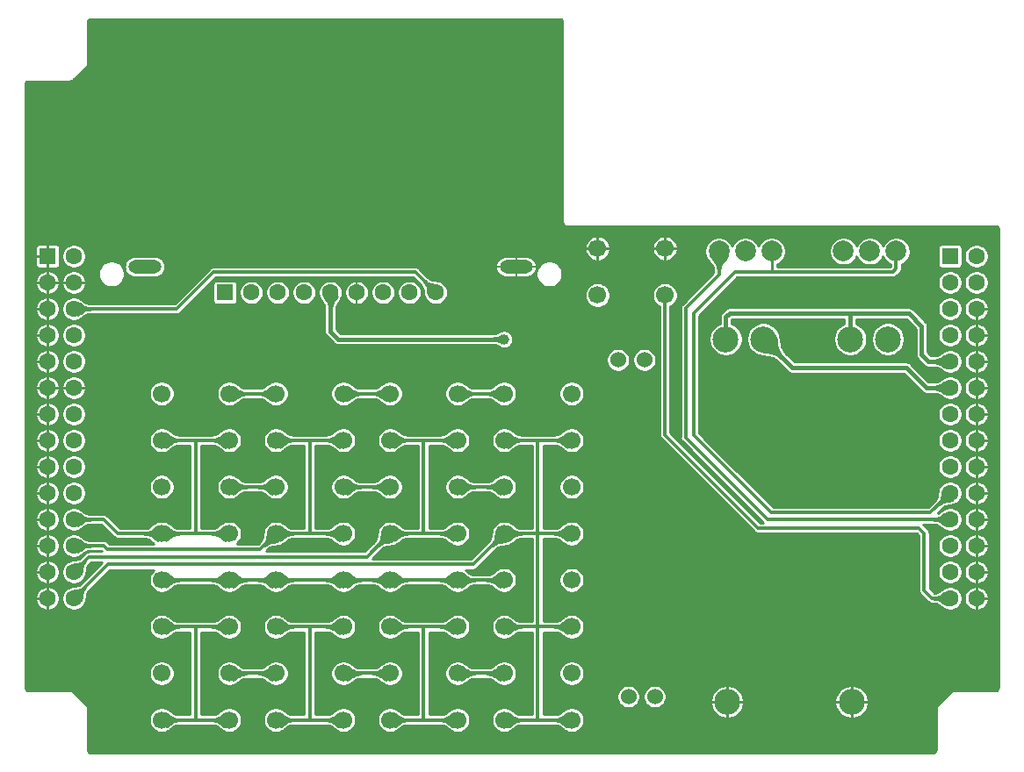
<source format=gbl>
%TF.GenerationSoftware,KiCad,Pcbnew,(5.1.12)-1*%
%TF.CreationDate,2022-03-07T14:57:08+09:00*%
%TF.ProjectId,RP2040CommandStationKeypad,52503230-3430-4436-9f6d-6d616e645374,rev?*%
%TF.SameCoordinates,PX4b571c0PY7cee6c0*%
%TF.FileFunction,Copper,L2,Bot*%
%TF.FilePolarity,Positive*%
%FSLAX46Y46*%
G04 Gerber Fmt 4.6, Leading zero omitted, Abs format (unit mm)*
G04 Created by KiCad (PCBNEW (5.1.12)-1) date 2022-03-07 14:57:08*
%MOMM*%
%LPD*%
G01*
G04 APERTURE LIST*
%TA.AperFunction,ComponentPad*%
%ADD10O,3.200000X1.300000*%
%TD*%
%TA.AperFunction,ComponentPad*%
%ADD11C,1.600000*%
%TD*%
%TA.AperFunction,ComponentPad*%
%ADD12R,1.600000X1.600000*%
%TD*%
%TA.AperFunction,ComponentPad*%
%ADD13C,1.524000*%
%TD*%
%TA.AperFunction,ComponentPad*%
%ADD14C,1.700000*%
%TD*%
%TA.AperFunction,ComponentPad*%
%ADD15C,2.000000*%
%TD*%
%TA.AperFunction,ComponentPad*%
%ADD16C,2.500000*%
%TD*%
%TA.AperFunction,ViaPad*%
%ADD17C,1.000000*%
%TD*%
%TA.AperFunction,Conductor*%
%ADD18C,0.400000*%
%TD*%
%TA.AperFunction,Conductor*%
%ADD19C,0.250000*%
%TD*%
%TA.AperFunction,Conductor*%
%ADD20C,0.300000*%
%TD*%
%TA.AperFunction,Conductor*%
%ADD21C,0.200000*%
%TD*%
%TA.AperFunction,Conductor*%
%ADD22C,0.100000*%
%TD*%
%TA.AperFunction,Conductor*%
%ADD23C,0.025400*%
%TD*%
G04 APERTURE END LIST*
D10*
%TO.P,U1,11*%
%TO.N,GND*%
X47900000Y47500000D03*
%TO.P,U1,10*%
%TO.N,Net-(R3-Pad2)*%
X12100000Y47500000D03*
D11*
%TO.P,U1,9*%
%TO.N,/~LCD_RST*%
X40160000Y45000000D03*
%TO.P,U1,8*%
%TO.N,/I2C1_SCL*%
X37620000Y45000000D03*
%TO.P,U1,7*%
%TO.N,/I2C1_SDA*%
X35080000Y45000000D03*
%TO.P,U1,6*%
%TO.N,GND*%
X32540000Y45000000D03*
%TO.P,U1,5*%
%TO.N,+3V3*%
X30000000Y45000000D03*
%TO.P,U1,4*%
%TO.N,Net-(C2-Pad1)*%
X27460000Y45000000D03*
%TO.P,U1,3*%
%TO.N,Net-(C2-Pad2)*%
X24920000Y45000000D03*
%TO.P,U1,2*%
%TO.N,Net-(C1-Pad2)*%
X22380000Y45000000D03*
D12*
%TO.P,U1,1*%
%TO.N,Net-(U1-Pad1)*%
X19840000Y45000000D03*
%TD*%
D11*
%TO.P,J1,28*%
%TO.N,/KEY_COL4_IN*%
X5270000Y15490000D03*
%TO.P,J1,27*%
%TO.N,GND*%
X2730000Y15490000D03*
%TO.P,J1,26*%
%TO.N,/KEY_COL3_IN*%
X5270000Y18030000D03*
%TO.P,J1,25*%
%TO.N,GND*%
X2730000Y18030000D03*
%TO.P,J1,24*%
%TO.N,/KEY_COL2_IN*%
X5270000Y20570000D03*
%TO.P,J1,23*%
%TO.N,GND*%
X2730000Y20570000D03*
%TO.P,J1,22*%
%TO.N,/KEY_COL1_IN*%
X5270000Y23110000D03*
%TO.P,J1,21*%
%TO.N,GND*%
X2730000Y23110000D03*
%TO.P,J1,20*%
%TO.N,/KEY_ROW4_SEL*%
X5270000Y25650000D03*
%TO.P,J1,19*%
%TO.N,GND*%
X2730000Y25650000D03*
%TO.P,J1,18*%
%TO.N,/KEY_ROW3_SEL*%
X5270000Y28190000D03*
%TO.P,J1,17*%
%TO.N,GND*%
X2730000Y28190000D03*
%TO.P,J1,16*%
%TO.N,/KEY_ROW2_SEL*%
X5270000Y30730000D03*
%TO.P,J1,15*%
%TO.N,GND*%
X2730000Y30730000D03*
%TO.P,J1,14*%
%TO.N,/KEY_ROW1_SEL*%
X5270000Y33270000D03*
%TO.P,J1,13*%
%TO.N,GND*%
X2730000Y33270000D03*
%TO.P,J1,12*%
X5270000Y35810000D03*
%TO.P,J1,11*%
X2730000Y35810000D03*
%TO.P,J1,10*%
%TO.N,/I2C1_SCL*%
X5270000Y38350000D03*
%TO.P,J1,9*%
%TO.N,GND*%
X2730000Y38350000D03*
%TO.P,J1,8*%
%TO.N,/I2C1_SDA*%
X5270000Y40890000D03*
%TO.P,J1,7*%
%TO.N,GND*%
X2730000Y40890000D03*
%TO.P,J1,6*%
%TO.N,/~LCD_RST*%
X5270000Y43430000D03*
%TO.P,J1,5*%
%TO.N,GND*%
X2730000Y43430000D03*
%TO.P,J1,4*%
X5270000Y45970000D03*
%TO.P,J1,3*%
X2730000Y45970000D03*
%TO.P,J1,2*%
%TO.N,+3V3*%
X5270000Y48510000D03*
D12*
%TO.P,J1,1*%
%TO.N,GND*%
X2730000Y48510000D03*
%TD*%
D11*
%TO.P,J2,28*%
%TO.N,GND*%
X92270000Y15490000D03*
%TO.P,J2,27*%
%TO.N,/RAILPOWER_BTN*%
X89730000Y15490000D03*
%TO.P,J2,26*%
%TO.N,GND*%
X92270000Y18030000D03*
%TO.P,J2,25*%
%TO.N,/FAILURE_LED*%
X89730000Y18030000D03*
%TO.P,J2,24*%
%TO.N,GND*%
X92270000Y20570000D03*
%TO.P,J2,23*%
%TO.N,/RAILPOWER_LED*%
X89730000Y20570000D03*
%TO.P,J2,22*%
%TO.N,GND*%
X92270000Y23110000D03*
%TO.P,J2,21*%
%TO.N,/DIR_SCAN_SEL1*%
X89730000Y23110000D03*
%TO.P,J2,20*%
%TO.N,GND*%
X92270000Y25650000D03*
%TO.P,J2,19*%
%TO.N,/DIR_SCAN_SEL2*%
X89730000Y25650000D03*
%TO.P,J2,18*%
%TO.N,GND*%
X92270000Y28190000D03*
%TO.P,J2,17*%
%TO.N,/DIR1_IN*%
X89730000Y28190000D03*
%TO.P,J2,16*%
%TO.N,GND*%
X92270000Y30730000D03*
%TO.P,J2,15*%
%TO.N,/DIR2_IN*%
X89730000Y30730000D03*
%TO.P,J2,14*%
%TO.N,GND*%
X92270000Y33270000D03*
%TO.P,J2,13*%
%TO.N,/VR_2*%
X89730000Y33270000D03*
%TO.P,J2,12*%
%TO.N,GND*%
X92270000Y35810000D03*
%TO.P,J2,11*%
%TO.N,/VR_1*%
X89730000Y35810000D03*
%TO.P,J2,10*%
%TO.N,GND*%
X92270000Y38350000D03*
%TO.P,J2,9*%
%TO.N,+3V3*%
X89730000Y38350000D03*
%TO.P,J2,8*%
%TO.N,GND*%
X92270000Y40890000D03*
%TO.P,J2,7*%
%TO.N,Net-(J2-Pad7)*%
X89730000Y40890000D03*
%TO.P,J2,6*%
%TO.N,GND*%
X92270000Y43430000D03*
%TO.P,J2,5*%
%TO.N,Net-(J2-Pad5)*%
X89730000Y43430000D03*
%TO.P,J2,4*%
%TO.N,Net-(J2-Pad4)*%
X92270000Y45970000D03*
%TO.P,J2,3*%
%TO.N,Net-(J2-Pad3)*%
X89730000Y45970000D03*
%TO.P,J2,2*%
%TO.N,Net-(J2-Pad2)*%
X92270000Y48510000D03*
D12*
%TO.P,J2,1*%
%TO.N,Net-(J2-Pad1)*%
X89730000Y48510000D03*
%TD*%
D13*
%TO.P,D1,1*%
%TO.N,/RAILPOWER_LED*%
X60270000Y38500000D03*
%TO.P,D1,2*%
%TO.N,Net-(D1-Pad2)*%
X57730000Y38500000D03*
%TD*%
%TO.P,D2,2*%
%TO.N,Net-(D2-Pad2)*%
X58730000Y6000000D03*
%TO.P,D2,1*%
%TO.N,/FAILURE_LED*%
X61270000Y6000000D03*
%TD*%
D14*
%TO.P,SW1,4*%
%TO.N,/KEY_COL1_IN*%
X20250000Y30750000D03*
%TO.P,SW1,3*%
X13750000Y30750000D03*
%TO.P,SW1,2*%
%TO.N,/ROW1*%
X20250000Y35250000D03*
%TO.P,SW1,1*%
X13750000Y35250000D03*
%TD*%
%TO.P,SW2,4*%
%TO.N,/KEY_COL1_IN*%
X20250000Y21750000D03*
%TO.P,SW2,3*%
X13750000Y21750000D03*
%TO.P,SW2,2*%
%TO.N,/ROW2*%
X20250000Y26250000D03*
%TO.P,SW2,1*%
X13750000Y26250000D03*
%TD*%
%TO.P,SW3,1*%
%TO.N,/ROW3*%
X13750000Y17250000D03*
%TO.P,SW3,2*%
X20250000Y17250000D03*
%TO.P,SW3,3*%
%TO.N,/KEY_COL1_IN*%
X13750000Y12750000D03*
%TO.P,SW3,4*%
X20250000Y12750000D03*
%TD*%
%TO.P,SW4,1*%
%TO.N,/ROW4*%
X13750000Y8250000D03*
%TO.P,SW4,2*%
X20250000Y8250000D03*
%TO.P,SW4,3*%
%TO.N,/KEY_COL1_IN*%
X13750000Y3750000D03*
%TO.P,SW4,4*%
X20250000Y3750000D03*
%TD*%
%TO.P,SW5,1*%
%TO.N,/ROW1*%
X24750000Y35250000D03*
%TO.P,SW5,2*%
X31250000Y35250000D03*
%TO.P,SW5,3*%
%TO.N,/KEY_COL2_IN*%
X24750000Y30750000D03*
%TO.P,SW5,4*%
X31250000Y30750000D03*
%TD*%
%TO.P,SW6,4*%
%TO.N,/KEY_COL2_IN*%
X31250000Y21750000D03*
%TO.P,SW6,3*%
X24750000Y21750000D03*
%TO.P,SW6,2*%
%TO.N,/ROW2*%
X31250000Y26250000D03*
%TO.P,SW6,1*%
X24750000Y26250000D03*
%TD*%
%TO.P,SW7,4*%
%TO.N,/KEY_COL2_IN*%
X31250000Y12750000D03*
%TO.P,SW7,3*%
X24750000Y12750000D03*
%TO.P,SW7,2*%
%TO.N,/ROW3*%
X31250000Y17250000D03*
%TO.P,SW7,1*%
X24750000Y17250000D03*
%TD*%
%TO.P,SW8,1*%
%TO.N,/ROW4*%
X24750000Y8250000D03*
%TO.P,SW8,2*%
X31250000Y8250000D03*
%TO.P,SW8,3*%
%TO.N,/KEY_COL2_IN*%
X24750000Y3750000D03*
%TO.P,SW8,4*%
X31250000Y3750000D03*
%TD*%
%TO.P,SW9,4*%
%TO.N,/KEY_COL3_IN*%
X42250000Y30750000D03*
%TO.P,SW9,3*%
X35750000Y30750000D03*
%TO.P,SW9,2*%
%TO.N,/ROW1*%
X42250000Y35250000D03*
%TO.P,SW9,1*%
X35750000Y35250000D03*
%TD*%
%TO.P,SW10,1*%
%TO.N,/ROW2*%
X35750000Y26250000D03*
%TO.P,SW10,2*%
X42250000Y26250000D03*
%TO.P,SW10,3*%
%TO.N,/KEY_COL3_IN*%
X35750000Y21750000D03*
%TO.P,SW10,4*%
X42250000Y21750000D03*
%TD*%
%TO.P,SW11,1*%
%TO.N,/ROW3*%
X35750000Y17250000D03*
%TO.P,SW11,2*%
X42250000Y17250000D03*
%TO.P,SW11,3*%
%TO.N,/KEY_COL3_IN*%
X35750000Y12750000D03*
%TO.P,SW11,4*%
X42250000Y12750000D03*
%TD*%
%TO.P,SW12,4*%
%TO.N,/KEY_COL3_IN*%
X42250000Y3750000D03*
%TO.P,SW12,3*%
X35750000Y3750000D03*
%TO.P,SW12,2*%
%TO.N,/ROW4*%
X42250000Y8250000D03*
%TO.P,SW12,1*%
X35750000Y8250000D03*
%TD*%
%TO.P,SW13,1*%
%TO.N,/ROW1*%
X46750000Y35250000D03*
%TO.P,SW13,2*%
X53250000Y35250000D03*
%TO.P,SW13,3*%
%TO.N,/KEY_COL4_IN*%
X46750000Y30750000D03*
%TO.P,SW13,4*%
X53250000Y30750000D03*
%TD*%
%TO.P,SW14,4*%
%TO.N,/KEY_COL4_IN*%
X53250000Y21750000D03*
%TO.P,SW14,3*%
X46750000Y21750000D03*
%TO.P,SW14,2*%
%TO.N,/ROW2*%
X53250000Y26250000D03*
%TO.P,SW14,1*%
X46750000Y26250000D03*
%TD*%
%TO.P,SW15,4*%
%TO.N,/KEY_COL4_IN*%
X53250000Y12750000D03*
%TO.P,SW15,3*%
X46750000Y12750000D03*
%TO.P,SW15,2*%
%TO.N,/ROW3*%
X53250000Y17250000D03*
%TO.P,SW15,1*%
X46750000Y17250000D03*
%TD*%
%TO.P,SW16,1*%
%TO.N,/ROW4*%
X46750000Y8250000D03*
%TO.P,SW16,2*%
X53250000Y8250000D03*
%TO.P,SW16,3*%
%TO.N,/KEY_COL4_IN*%
X46750000Y3750000D03*
%TO.P,SW16,4*%
X53250000Y3750000D03*
%TD*%
%TO.P,SW17,1*%
%TO.N,GND*%
X55750000Y49250000D03*
%TO.P,SW17,2*%
X62250000Y49250000D03*
%TO.P,SW17,3*%
%TO.N,/RAILPOWER_BTN*%
X55750000Y44750000D03*
%TO.P,SW17,4*%
X62250000Y44750000D03*
%TD*%
D15*
%TO.P,SW18,1*%
%TO.N,/DIR_SCAN_SEL1*%
X67460000Y49000000D03*
%TO.P,SW18,2*%
%TO.N,/DIR1_IN*%
X70000000Y49000000D03*
%TO.P,SW18,3*%
%TO.N,/DIR_SCAN_SEL2*%
X72540000Y49000000D03*
%TD*%
%TO.P,SW19,3*%
%TO.N,/DIR_SCAN_SEL2*%
X84540000Y49000000D03*
%TO.P,SW19,2*%
%TO.N,/DIR2_IN*%
X82000000Y49000000D03*
%TO.P,SW19,1*%
%TO.N,/DIR_SCAN_SEL1*%
X79460000Y49000000D03*
%TD*%
D16*
%TO.P,VR1,1*%
%TO.N,+3V3*%
X68125000Y40500000D03*
%TO.P,VR1,2*%
%TO.N,/VR_1*%
X71750000Y40500000D03*
%TO.P,VR1,3*%
%TO.N,GND*%
X68250000Y5500000D03*
%TD*%
%TO.P,VR2,3*%
%TO.N,GND*%
X80250000Y5500000D03*
%TO.P,VR2,2*%
%TO.N,/VR_2*%
X83750000Y40500000D03*
%TO.P,VR2,1*%
%TO.N,+3V3*%
X80125000Y40500000D03*
%TD*%
D17*
%TO.N,+3V3*%
X46750000Y40500000D03*
%TO.N,GND*%
X7500000Y66000000D03*
X17500000Y66000000D03*
X27500000Y66000000D03*
X37500000Y66000000D03*
X47500000Y66000000D03*
X7500000Y56000000D03*
X17500000Y56000000D03*
X27500000Y56000000D03*
X37500000Y56000000D03*
X47500000Y56000000D03*
X17500000Y47500000D03*
X42500000Y47500000D03*
X57500000Y46000000D03*
X78500000Y45000000D03*
X87500000Y46000000D03*
X7500000Y37000000D03*
X17500000Y37500000D03*
X27500000Y37500000D03*
X37500000Y37500000D03*
X47500000Y37500000D03*
X59000000Y34500000D03*
X67500000Y36000000D03*
X77500000Y36000000D03*
X7500000Y26000000D03*
X18500000Y24500000D03*
X26500000Y24500000D03*
X37500000Y24500000D03*
X59000000Y26000000D03*
X77500000Y26000000D03*
X87500000Y26000000D03*
X7500000Y14500000D03*
X18500000Y15000000D03*
X26500000Y15000000D03*
X37500000Y15000000D03*
X47500000Y15000000D03*
X57500000Y16000000D03*
X77500000Y16000000D03*
X7500000Y6000000D03*
X18500000Y6000000D03*
X26500000Y6000000D03*
X37500000Y6000000D03*
X47500000Y6000000D03*
X52000000Y6000000D03*
X87500000Y6000000D03*
X47500000Y24500000D03*
X68000000Y18000000D03*
X86000000Y16000000D03*
X56500000Y26000000D03*
X56000000Y34500000D03*
X69500000Y45000000D03*
X60000000Y16000000D03*
%TD*%
D18*
%TO.N,+3V3*%
X89730000Y38350000D02*
X87650000Y38350000D01*
X87650000Y38350000D02*
X87000000Y39000000D01*
X87000000Y39000000D02*
X87000000Y41750000D01*
X87000000Y41750000D02*
X85750000Y43000000D01*
X68125000Y42625000D02*
X68125000Y40500000D01*
X68500000Y43000000D02*
X68125000Y42625000D01*
X80125000Y42875000D02*
X80250000Y43000000D01*
X80125000Y40500000D02*
X80125000Y42875000D01*
X80250000Y43000000D02*
X68500000Y43000000D01*
X85750000Y43000000D02*
X80250000Y43000000D01*
X30000000Y45000000D02*
X30000000Y41250000D01*
X30000000Y41250000D02*
X30750000Y40500000D01*
X30750000Y40500000D02*
X46750000Y40500000D01*
D19*
%TO.N,GND*%
X2730000Y48510000D02*
X2730000Y51980000D01*
X2730000Y48510000D02*
X2730000Y12270000D01*
X2730000Y35810000D02*
X1060000Y35810000D01*
X2730000Y38350000D02*
X1100000Y38350000D01*
X1000000Y38250000D02*
X1100000Y38350000D01*
X2730000Y40890000D02*
X1110000Y40890000D01*
X820000Y43430000D02*
X1070000Y43430000D01*
X2730000Y43430000D02*
X1070000Y43430000D01*
X1030000Y45970000D02*
X1220000Y45970000D01*
X2730000Y45970000D02*
X1220000Y45970000D01*
X2730000Y48510000D02*
X760000Y48510000D01*
X2730000Y45970000D02*
X7220000Y45970000D01*
X2730000Y35810000D02*
X7440000Y35810000D01*
X1020000Y33270000D02*
X1230000Y33270000D01*
X2730000Y33270000D02*
X1230000Y33270000D01*
X770000Y30730000D02*
X980000Y30730000D01*
X2730000Y30730000D02*
X980000Y30730000D01*
X2730000Y28190000D02*
X1060000Y28190000D01*
X2730000Y25650000D02*
X1150000Y25650000D01*
X2730000Y23110000D02*
X1110000Y23110000D01*
X2730000Y20570000D02*
X1070000Y20570000D01*
X2730000Y18030000D02*
X1030000Y18030000D01*
X2730000Y15490000D02*
X1010000Y15490000D01*
X1010000Y15490000D02*
X1000000Y15500000D01*
X92270000Y15490000D02*
X92270000Y13270000D01*
X92270000Y15490000D02*
X92270000Y43430000D01*
X92270000Y43430000D02*
X93680000Y43430000D01*
X92270000Y40890000D02*
X93890000Y40890000D01*
X92270000Y38350000D02*
X93650000Y38350000D01*
X92270000Y35810000D02*
X93690000Y35810000D01*
X92270000Y33270000D02*
X93730000Y33270000D01*
X92270000Y30730000D02*
X93730000Y30730000D01*
X93690000Y28190000D02*
X93750000Y28250000D01*
X93690000Y28190000D02*
X93440000Y28190000D01*
X92270000Y28190000D02*
X93440000Y28190000D01*
X92270000Y25650000D02*
X93600000Y25650000D01*
X92270000Y23110000D02*
X93640000Y23110000D01*
X92270000Y20570000D02*
X93680000Y20570000D01*
X93680000Y20570000D02*
X93750000Y20500000D01*
X92270000Y18030000D02*
X93970000Y18030000D01*
X92270000Y15490000D02*
X93740000Y15490000D01*
X80250000Y5500000D02*
X80250000Y3500000D01*
X80250000Y5500000D02*
X80250000Y7750000D01*
X80250000Y5500000D02*
X76500000Y5500000D01*
X68250000Y5500000D02*
X71500000Y5500000D01*
X68250000Y5500000D02*
X65750000Y5500000D01*
X68250000Y5500000D02*
X68250000Y3500000D01*
X68250000Y5500000D02*
X68250000Y7750000D01*
X80250000Y5500000D02*
X82500000Y5500000D01*
X46800000Y47600000D02*
X48850000Y47600000D01*
X46800000Y46050000D02*
X46500000Y45750000D01*
X46500000Y45750000D02*
X45250000Y45750000D01*
D20*
X32540000Y42460000D02*
X32750000Y42250000D01*
X32750000Y42250000D02*
X43500000Y42250000D01*
X43500000Y42250000D02*
X44750000Y43500000D01*
X44750000Y43500000D02*
X44750000Y45250000D01*
D19*
X62250000Y49250000D02*
X59250000Y49250000D01*
X55750000Y49250000D02*
X57750000Y49250000D01*
X55750000Y49250000D02*
X53750000Y49250000D01*
X55750000Y49250000D02*
X55750000Y50500000D01*
X55750000Y49250000D02*
X55750000Y48000000D01*
X62250000Y49250000D02*
X62250000Y48250000D01*
X62250000Y48250000D02*
X62250000Y48000000D01*
X62250000Y49250000D02*
X62250000Y50500000D01*
X62250000Y49250000D02*
X63750000Y49250000D01*
D21*
X32540000Y45000000D02*
X32540000Y42460000D01*
X32540000Y45000000D02*
X32540000Y46210000D01*
X47900000Y47500000D02*
X50000000Y47500000D01*
X47900000Y47500000D02*
X47900000Y45850000D01*
X47900000Y47500000D02*
X47900000Y48900000D01*
X48000000Y49000000D02*
X47900000Y48900000D01*
X47900000Y47500000D02*
X45500000Y47500000D01*
X45500000Y46000000D02*
X45125000Y45625000D01*
X45500000Y47500000D02*
X45500000Y46000000D01*
D20*
X45125000Y45625000D02*
X45250000Y45750000D01*
X44750000Y45250000D02*
X45125000Y45625000D01*
%TO.N,/KEY_COL4_IN*%
X50000000Y3750000D02*
X53250000Y3750000D01*
X50000000Y12750000D02*
X50000000Y3750000D01*
X46750000Y3750000D02*
X50000000Y3750000D01*
X46750000Y12750000D02*
X50000000Y12750000D01*
X50000000Y12750000D02*
X53250000Y12750000D01*
X46750000Y21750000D02*
X50000000Y21750000D01*
X50000000Y21750000D02*
X50000000Y12750000D01*
X50000000Y21750000D02*
X53250000Y21750000D01*
X46750000Y30750000D02*
X50000000Y30750000D01*
X50000000Y30750000D02*
X50000000Y21750000D01*
X50000000Y30750000D02*
X53250000Y30750000D01*
X8530000Y18750000D02*
X5270000Y15490000D01*
X43750000Y18750000D02*
X8530000Y18750000D01*
X46750000Y21750000D02*
X43750000Y18750000D01*
%TO.N,/KEY_COL3_IN*%
X39000000Y30750000D02*
X39000000Y21750000D01*
X39000000Y21750000D02*
X42250000Y21750000D01*
X35750000Y21750000D02*
X39000000Y21750000D01*
X35750000Y30750000D02*
X39000000Y30750000D01*
X39000000Y30750000D02*
X42250000Y30750000D01*
X39000000Y12750000D02*
X42250000Y12750000D01*
X35750000Y12750000D02*
X39000000Y12750000D01*
X39000000Y12750000D02*
X39000000Y3750000D01*
X39000000Y3750000D02*
X42250000Y3750000D01*
X35750000Y3750000D02*
X39000000Y3750000D01*
X6740000Y19500000D02*
X5270000Y18030000D01*
X33500000Y19500000D02*
X6740000Y19500000D01*
X35750000Y21750000D02*
X33500000Y19500000D01*
%TO.N,/KEY_COL2_IN*%
X24750000Y30750000D02*
X27750000Y30750000D01*
X28000000Y5000000D02*
X28000000Y3750000D01*
X28000000Y3750000D02*
X31250000Y3750000D01*
X24750000Y3750000D02*
X28000000Y3750000D01*
X28000000Y30000000D02*
X28000000Y30750000D01*
X28000000Y30750000D02*
X31250000Y30750000D01*
X27750000Y30750000D02*
X28000000Y30750000D01*
X24750000Y21750000D02*
X28000000Y21750000D01*
X28000000Y30000000D02*
X28000000Y21750000D01*
X31250000Y21750000D02*
X28000000Y21750000D01*
X24750000Y12750000D02*
X28000000Y12750000D01*
X28000000Y12750000D02*
X28000000Y5000000D01*
X31250000Y12750000D02*
X28000000Y12750000D01*
X8500000Y20250000D02*
X8180000Y20570000D01*
X23250000Y20250000D02*
X8500000Y20250000D01*
X24750000Y21750000D02*
X23250000Y20250000D01*
X8180000Y20570000D02*
X5270000Y20570000D01*
%TO.N,/KEY_COL1_IN*%
X17000000Y30750000D02*
X17000000Y21750000D01*
X17000000Y21750000D02*
X20250000Y21750000D01*
X13750000Y21750000D02*
X17000000Y21750000D01*
X13750000Y30750000D02*
X17000000Y30750000D01*
X17000000Y30750000D02*
X20250000Y30750000D01*
X17000000Y12750000D02*
X20250000Y12750000D01*
X13750000Y12750000D02*
X17000000Y12750000D01*
X17000000Y12750000D02*
X17000000Y3750000D01*
X17000000Y3750000D02*
X20250000Y3750000D01*
X13750000Y3750000D02*
X17000000Y3750000D01*
X13750000Y21750000D02*
X9500000Y21750000D01*
X9500000Y21750000D02*
X8140000Y23110000D01*
X5270000Y23110000D02*
X8140000Y23110000D01*
%TO.N,/~LCD_RST*%
X15180000Y43430000D02*
X5270000Y43430000D01*
X38160000Y47000000D02*
X18750000Y47000000D01*
X18750000Y47000000D02*
X15180000Y43430000D01*
X40160000Y45000000D02*
X38160000Y47000000D01*
%TO.N,/RAILPOWER_BTN*%
X62250000Y43000000D02*
X62250000Y44750000D01*
X62250000Y31250000D02*
X62250000Y43000000D01*
X71250000Y22250000D02*
X62250000Y31250000D01*
X86750000Y22250000D02*
X71250000Y22250000D01*
X87250000Y21750000D02*
X86750000Y22250000D01*
X87250000Y16250000D02*
X87250000Y21750000D01*
X88010000Y15490000D02*
X87250000Y16250000D01*
X89730000Y15490000D02*
X88010000Y15490000D01*
%TO.N,/DIR_SCAN_SEL1*%
X77640000Y23110000D02*
X89730000Y23110000D01*
X72140000Y23110000D02*
X77640000Y23110000D01*
X64250000Y31000000D02*
X72140000Y23110000D01*
X64250000Y43500000D02*
X64250000Y31000000D01*
X67460000Y46710000D02*
X64250000Y43500000D01*
X67460000Y49000000D02*
X67460000Y46710000D01*
%TO.N,/DIR_SCAN_SEL2*%
X84540000Y49000000D02*
X84540000Y47290000D01*
X84540000Y47290000D02*
X84250000Y47000000D01*
X72500000Y23750000D02*
X87830000Y23750000D01*
X65000000Y31250000D02*
X72500000Y23750000D01*
X87830000Y23750000D02*
X89730000Y25650000D01*
X65000000Y43000000D02*
X65000000Y31250000D01*
X67500000Y45500000D02*
X65000000Y43000000D01*
X69000000Y47000000D02*
X67500000Y45500000D01*
X84250000Y47000000D02*
X73000000Y47000000D01*
D19*
X72540000Y47040000D02*
X72500000Y47000000D01*
X72540000Y49000000D02*
X72540000Y47040000D01*
D20*
X72500000Y47000000D02*
X69000000Y47000000D01*
X73000000Y47000000D02*
X72500000Y47000000D01*
D18*
%TO.N,/VR_1*%
X87440000Y35810000D02*
X89730000Y35810000D01*
X85500000Y37750000D02*
X87440000Y35810000D01*
X74500000Y37750000D02*
X85500000Y37750000D01*
X71750000Y40500000D02*
X74500000Y37750000D01*
D20*
%TO.N,/ROW1*%
X20250000Y35250000D02*
X24750000Y35250000D01*
X31250000Y35250000D02*
X35750000Y35250000D01*
X42250000Y35250000D02*
X46750000Y35250000D01*
%TO.N,/ROW2*%
X20250000Y26250000D02*
X24750000Y26250000D01*
X31250000Y26250000D02*
X35750000Y26250000D01*
X42250000Y26250000D02*
X46750000Y26250000D01*
%TO.N,/ROW3*%
X13750000Y17250000D02*
X20250000Y17250000D01*
X24750000Y17250000D02*
X31250000Y17250000D01*
X20250000Y17250000D02*
X24750000Y17250000D01*
X31250000Y17250000D02*
X35750000Y17250000D01*
X35750000Y17250000D02*
X42250000Y17250000D01*
X42250000Y17250000D02*
X46750000Y17250000D01*
%TO.N,/ROW4*%
X20250000Y8250000D02*
X24750000Y8250000D01*
X31250000Y8250000D02*
X35750000Y8250000D01*
X42250000Y8250000D02*
X46750000Y8250000D01*
%TD*%
D19*
%TO.N,GND*%
X52266032Y71359417D02*
X52322012Y71322012D01*
X52359417Y71266032D01*
X52375000Y71187690D01*
X52375000Y51800000D01*
X52377402Y51775614D01*
X52400238Y51660809D01*
X52407351Y51637360D01*
X52418902Y51615749D01*
X52483934Y51518422D01*
X52499480Y51499480D01*
X52518422Y51483934D01*
X52615749Y51418902D01*
X52637359Y51407351D01*
X52660809Y51400238D01*
X52775614Y51377402D01*
X52800000Y51375000D01*
X94187690Y51375000D01*
X94266032Y51359417D01*
X94322012Y51322012D01*
X94359417Y51266032D01*
X94375000Y51187690D01*
X94375000Y6812310D01*
X94359417Y6733968D01*
X94322012Y6677988D01*
X94266032Y6640583D01*
X94187690Y6625000D01*
X90124264Y6625000D01*
X90099878Y6622598D01*
X89985073Y6599762D01*
X89961624Y6592649D01*
X89940013Y6581098D01*
X89842686Y6516066D01*
X89823744Y6500520D01*
X88499480Y5176256D01*
X88483934Y5157314D01*
X88418902Y5059987D01*
X88407351Y5038377D01*
X88400238Y5014927D01*
X88377402Y4900122D01*
X88375000Y4875736D01*
X88375000Y812310D01*
X88359417Y733968D01*
X88322012Y677988D01*
X88266032Y640583D01*
X88187690Y625000D01*
X6812310Y625000D01*
X6733968Y640583D01*
X6677988Y677988D01*
X6640583Y733968D01*
X6625000Y812310D01*
X6625000Y4875736D01*
X6622598Y4900122D01*
X6599762Y5014927D01*
X6592649Y5038376D01*
X6581098Y5059987D01*
X6516066Y5157314D01*
X6500520Y5176256D01*
X5176256Y6500520D01*
X5157314Y6516066D01*
X5059987Y6581098D01*
X5038377Y6592649D01*
X5014927Y6599762D01*
X4900122Y6622598D01*
X4875736Y6625000D01*
X812310Y6625000D01*
X733968Y6640583D01*
X677988Y6677988D01*
X640583Y6733968D01*
X625000Y6812310D01*
X625000Y8370652D01*
X12525000Y8370652D01*
X12525000Y8129348D01*
X12572076Y7892681D01*
X12664419Y7669745D01*
X12798481Y7469108D01*
X12969108Y7298481D01*
X13169745Y7164419D01*
X13392681Y7072076D01*
X13629348Y7025000D01*
X13870652Y7025000D01*
X14107319Y7072076D01*
X14330255Y7164419D01*
X14530892Y7298481D01*
X14701519Y7469108D01*
X14835581Y7669745D01*
X14927924Y7892681D01*
X14975000Y8129348D01*
X14975000Y8370652D01*
X14927924Y8607319D01*
X14835581Y8830255D01*
X14701519Y9030892D01*
X14530892Y9201519D01*
X14330255Y9335581D01*
X14107319Y9427924D01*
X13870652Y9475000D01*
X13629348Y9475000D01*
X13392681Y9427924D01*
X13169745Y9335581D01*
X12969108Y9201519D01*
X12798481Y9030892D01*
X12664419Y8830255D01*
X12572076Y8607319D01*
X12525000Y8370652D01*
X625000Y8370652D01*
X625000Y12870652D01*
X12525000Y12870652D01*
X12525000Y12629348D01*
X12572076Y12392681D01*
X12664419Y12169745D01*
X12798481Y11969108D01*
X12969108Y11798481D01*
X13169745Y11664419D01*
X13392681Y11572076D01*
X13629348Y11525000D01*
X13870652Y11525000D01*
X14107319Y11572076D01*
X14330255Y11664419D01*
X14390473Y11704656D01*
X14455993Y11740076D01*
X14483300Y11756370D01*
X14614510Y11842414D01*
X14634033Y11856125D01*
X14746929Y11940894D01*
X14754909Y11947055D01*
X14853806Y12025557D01*
X14938172Y12089484D01*
X15010625Y12136123D01*
X15081673Y12170473D01*
X15166668Y12197369D01*
X15282175Y12216837D01*
X15449166Y12225000D01*
X16475000Y12225000D01*
X16475001Y4275000D01*
X15449169Y4275000D01*
X15282175Y4283164D01*
X15166668Y4302632D01*
X15081673Y4329528D01*
X15010625Y4363878D01*
X14938172Y4410517D01*
X14853806Y4474444D01*
X14754909Y4552946D01*
X14746929Y4559107D01*
X14634033Y4643876D01*
X14614510Y4657587D01*
X14483300Y4743631D01*
X14455991Y4759926D01*
X14390469Y4795347D01*
X14330255Y4835581D01*
X14107319Y4927924D01*
X13870652Y4975000D01*
X13629348Y4975000D01*
X13392681Y4927924D01*
X13169745Y4835581D01*
X12969108Y4701519D01*
X12798481Y4530892D01*
X12664419Y4330255D01*
X12572076Y4107319D01*
X12525000Y3870652D01*
X12525000Y3629348D01*
X12572076Y3392681D01*
X12664419Y3169745D01*
X12798481Y2969108D01*
X12969108Y2798481D01*
X13169745Y2664419D01*
X13392681Y2572076D01*
X13629348Y2525000D01*
X13870652Y2525000D01*
X14107319Y2572076D01*
X14330255Y2664419D01*
X14390473Y2704656D01*
X14455993Y2740076D01*
X14483300Y2756370D01*
X14614510Y2842414D01*
X14634033Y2856125D01*
X14746929Y2940894D01*
X14754909Y2947055D01*
X14853806Y3025557D01*
X14938172Y3089484D01*
X15010625Y3136123D01*
X15081673Y3170473D01*
X15166668Y3197369D01*
X15282175Y3216837D01*
X15449166Y3225000D01*
X16974212Y3225000D01*
X17000000Y3222460D01*
X17025788Y3225000D01*
X18550834Y3225000D01*
X18717824Y3216837D01*
X18833331Y3197369D01*
X18918326Y3170473D01*
X18989374Y3136123D01*
X19061827Y3089484D01*
X19146193Y3025557D01*
X19245090Y2947055D01*
X19253070Y2940894D01*
X19365966Y2856125D01*
X19385489Y2842414D01*
X19516699Y2756370D01*
X19544007Y2740075D01*
X19609533Y2704652D01*
X19669745Y2664419D01*
X19892681Y2572076D01*
X20129348Y2525000D01*
X20370652Y2525000D01*
X20607319Y2572076D01*
X20830255Y2664419D01*
X21030892Y2798481D01*
X21201519Y2969108D01*
X21335581Y3169745D01*
X21427924Y3392681D01*
X21475000Y3629348D01*
X21475000Y3870652D01*
X21427924Y4107319D01*
X21335581Y4330255D01*
X21201519Y4530892D01*
X21030892Y4701519D01*
X20830255Y4835581D01*
X20607319Y4927924D01*
X20370652Y4975000D01*
X20129348Y4975000D01*
X19892681Y4927924D01*
X19669745Y4835581D01*
X19609541Y4795354D01*
X19544008Y4759927D01*
X19516699Y4743631D01*
X19385489Y4657587D01*
X19365966Y4643876D01*
X19253070Y4559107D01*
X19245090Y4552946D01*
X19146193Y4474444D01*
X19061827Y4410517D01*
X18989374Y4363878D01*
X18918326Y4329528D01*
X18833331Y4302632D01*
X18717824Y4283164D01*
X18550831Y4275000D01*
X17525000Y4275000D01*
X17525000Y8370652D01*
X19025000Y8370652D01*
X19025000Y8129348D01*
X19072076Y7892681D01*
X19164419Y7669745D01*
X19298481Y7469108D01*
X19469108Y7298481D01*
X19669745Y7164419D01*
X19892681Y7072076D01*
X20129348Y7025000D01*
X20370652Y7025000D01*
X20607319Y7072076D01*
X20830255Y7164419D01*
X20890473Y7204656D01*
X20955993Y7240076D01*
X20983300Y7256370D01*
X21114510Y7342414D01*
X21134033Y7356125D01*
X21246929Y7440894D01*
X21254909Y7447055D01*
X21353806Y7525557D01*
X21438172Y7589484D01*
X21510625Y7636123D01*
X21581673Y7670473D01*
X21666668Y7697369D01*
X21782175Y7716837D01*
X21949166Y7725000D01*
X23050834Y7725000D01*
X23217824Y7716837D01*
X23333331Y7697369D01*
X23418326Y7670473D01*
X23489374Y7636123D01*
X23561827Y7589484D01*
X23646193Y7525557D01*
X23745090Y7447055D01*
X23753070Y7440894D01*
X23865966Y7356125D01*
X23885489Y7342414D01*
X24016699Y7256370D01*
X24044007Y7240075D01*
X24109533Y7204652D01*
X24169745Y7164419D01*
X24392681Y7072076D01*
X24629348Y7025000D01*
X24870652Y7025000D01*
X25107319Y7072076D01*
X25330255Y7164419D01*
X25530892Y7298481D01*
X25701519Y7469108D01*
X25835581Y7669745D01*
X25927924Y7892681D01*
X25975000Y8129348D01*
X25975000Y8370652D01*
X25927924Y8607319D01*
X25835581Y8830255D01*
X25701519Y9030892D01*
X25530892Y9201519D01*
X25330255Y9335581D01*
X25107319Y9427924D01*
X24870652Y9475000D01*
X24629348Y9475000D01*
X24392681Y9427924D01*
X24169745Y9335581D01*
X24109541Y9295354D01*
X24044008Y9259927D01*
X24016699Y9243631D01*
X23885489Y9157587D01*
X23865966Y9143876D01*
X23753070Y9059107D01*
X23745090Y9052946D01*
X23646193Y8974444D01*
X23561827Y8910517D01*
X23489374Y8863878D01*
X23418326Y8829528D01*
X23333331Y8802632D01*
X23217824Y8783164D01*
X23050831Y8775000D01*
X21949169Y8775000D01*
X21782175Y8783164D01*
X21666668Y8802632D01*
X21581673Y8829528D01*
X21510625Y8863878D01*
X21438172Y8910517D01*
X21353806Y8974444D01*
X21254909Y9052946D01*
X21246929Y9059107D01*
X21134033Y9143876D01*
X21114510Y9157587D01*
X20983300Y9243631D01*
X20955991Y9259926D01*
X20890469Y9295347D01*
X20830255Y9335581D01*
X20607319Y9427924D01*
X20370652Y9475000D01*
X20129348Y9475000D01*
X19892681Y9427924D01*
X19669745Y9335581D01*
X19469108Y9201519D01*
X19298481Y9030892D01*
X19164419Y8830255D01*
X19072076Y8607319D01*
X19025000Y8370652D01*
X17525000Y8370652D01*
X17525000Y12225000D01*
X18550834Y12225000D01*
X18717824Y12216837D01*
X18833331Y12197369D01*
X18918326Y12170473D01*
X18989374Y12136123D01*
X19061827Y12089484D01*
X19146193Y12025557D01*
X19245090Y11947055D01*
X19253070Y11940894D01*
X19365966Y11856125D01*
X19385489Y11842414D01*
X19516699Y11756370D01*
X19544007Y11740075D01*
X19609533Y11704652D01*
X19669745Y11664419D01*
X19892681Y11572076D01*
X20129348Y11525000D01*
X20370652Y11525000D01*
X20607319Y11572076D01*
X20830255Y11664419D01*
X21030892Y11798481D01*
X21201519Y11969108D01*
X21335581Y12169745D01*
X21427924Y12392681D01*
X21475000Y12629348D01*
X21475000Y12870652D01*
X23525000Y12870652D01*
X23525000Y12629348D01*
X23572076Y12392681D01*
X23664419Y12169745D01*
X23798481Y11969108D01*
X23969108Y11798481D01*
X24169745Y11664419D01*
X24392681Y11572076D01*
X24629348Y11525000D01*
X24870652Y11525000D01*
X25107319Y11572076D01*
X25330255Y11664419D01*
X25390473Y11704656D01*
X25455993Y11740076D01*
X25483300Y11756370D01*
X25614510Y11842414D01*
X25634033Y11856125D01*
X25746929Y11940894D01*
X25754909Y11947055D01*
X25853806Y12025557D01*
X25938172Y12089484D01*
X26010625Y12136123D01*
X26081673Y12170473D01*
X26166668Y12197369D01*
X26282175Y12216837D01*
X26449166Y12225000D01*
X27475000Y12225000D01*
X27475001Y5025797D01*
X27475000Y5025787D01*
X27475001Y4275000D01*
X26449169Y4275000D01*
X26282175Y4283164D01*
X26166668Y4302632D01*
X26081673Y4329528D01*
X26010625Y4363878D01*
X25938172Y4410517D01*
X25853806Y4474444D01*
X25754909Y4552946D01*
X25746929Y4559107D01*
X25634033Y4643876D01*
X25614510Y4657587D01*
X25483300Y4743631D01*
X25455991Y4759926D01*
X25390469Y4795347D01*
X25330255Y4835581D01*
X25107319Y4927924D01*
X24870652Y4975000D01*
X24629348Y4975000D01*
X24392681Y4927924D01*
X24169745Y4835581D01*
X23969108Y4701519D01*
X23798481Y4530892D01*
X23664419Y4330255D01*
X23572076Y4107319D01*
X23525000Y3870652D01*
X23525000Y3629348D01*
X23572076Y3392681D01*
X23664419Y3169745D01*
X23798481Y2969108D01*
X23969108Y2798481D01*
X24169745Y2664419D01*
X24392681Y2572076D01*
X24629348Y2525000D01*
X24870652Y2525000D01*
X25107319Y2572076D01*
X25330255Y2664419D01*
X25390473Y2704656D01*
X25455993Y2740076D01*
X25483300Y2756370D01*
X25614510Y2842414D01*
X25634033Y2856125D01*
X25746929Y2940894D01*
X25754909Y2947055D01*
X25853806Y3025557D01*
X25938172Y3089484D01*
X26010625Y3136123D01*
X26081673Y3170473D01*
X26166668Y3197369D01*
X26282175Y3216837D01*
X26449166Y3225000D01*
X27974212Y3225000D01*
X28000000Y3222460D01*
X28025788Y3225000D01*
X29550834Y3225000D01*
X29717824Y3216837D01*
X29833331Y3197369D01*
X29918326Y3170473D01*
X29989374Y3136123D01*
X30061827Y3089484D01*
X30146193Y3025557D01*
X30245090Y2947055D01*
X30253070Y2940894D01*
X30365966Y2856125D01*
X30385489Y2842414D01*
X30516699Y2756370D01*
X30544007Y2740075D01*
X30609533Y2704652D01*
X30669745Y2664419D01*
X30892681Y2572076D01*
X31129348Y2525000D01*
X31370652Y2525000D01*
X31607319Y2572076D01*
X31830255Y2664419D01*
X32030892Y2798481D01*
X32201519Y2969108D01*
X32335581Y3169745D01*
X32427924Y3392681D01*
X32475000Y3629348D01*
X32475000Y3870652D01*
X32427924Y4107319D01*
X32335581Y4330255D01*
X32201519Y4530892D01*
X32030892Y4701519D01*
X31830255Y4835581D01*
X31607319Y4927924D01*
X31370652Y4975000D01*
X31129348Y4975000D01*
X30892681Y4927924D01*
X30669745Y4835581D01*
X30609541Y4795354D01*
X30544008Y4759927D01*
X30516699Y4743631D01*
X30385489Y4657587D01*
X30365966Y4643876D01*
X30253070Y4559107D01*
X30245090Y4552946D01*
X30146193Y4474444D01*
X30061827Y4410517D01*
X29989374Y4363878D01*
X29918326Y4329528D01*
X29833331Y4302632D01*
X29717824Y4283164D01*
X29550831Y4275000D01*
X28525000Y4275000D01*
X28525000Y8370652D01*
X30025000Y8370652D01*
X30025000Y8129348D01*
X30072076Y7892681D01*
X30164419Y7669745D01*
X30298481Y7469108D01*
X30469108Y7298481D01*
X30669745Y7164419D01*
X30892681Y7072076D01*
X31129348Y7025000D01*
X31370652Y7025000D01*
X31607319Y7072076D01*
X31830255Y7164419D01*
X31890473Y7204656D01*
X31955993Y7240076D01*
X31983300Y7256370D01*
X32114510Y7342414D01*
X32134033Y7356125D01*
X32246929Y7440894D01*
X32254909Y7447055D01*
X32353806Y7525557D01*
X32438172Y7589484D01*
X32510625Y7636123D01*
X32581673Y7670473D01*
X32666668Y7697369D01*
X32782175Y7716837D01*
X32949166Y7725000D01*
X34050834Y7725000D01*
X34217824Y7716837D01*
X34333331Y7697369D01*
X34418326Y7670473D01*
X34489374Y7636123D01*
X34561827Y7589484D01*
X34646193Y7525557D01*
X34745090Y7447055D01*
X34753070Y7440894D01*
X34865966Y7356125D01*
X34885489Y7342414D01*
X35016699Y7256370D01*
X35044007Y7240075D01*
X35109533Y7204652D01*
X35169745Y7164419D01*
X35392681Y7072076D01*
X35629348Y7025000D01*
X35870652Y7025000D01*
X36107319Y7072076D01*
X36330255Y7164419D01*
X36530892Y7298481D01*
X36701519Y7469108D01*
X36835581Y7669745D01*
X36927924Y7892681D01*
X36975000Y8129348D01*
X36975000Y8370652D01*
X36927924Y8607319D01*
X36835581Y8830255D01*
X36701519Y9030892D01*
X36530892Y9201519D01*
X36330255Y9335581D01*
X36107319Y9427924D01*
X35870652Y9475000D01*
X35629348Y9475000D01*
X35392681Y9427924D01*
X35169745Y9335581D01*
X35109541Y9295354D01*
X35044008Y9259927D01*
X35016699Y9243631D01*
X34885489Y9157587D01*
X34865966Y9143876D01*
X34753070Y9059107D01*
X34745090Y9052946D01*
X34646193Y8974444D01*
X34561827Y8910517D01*
X34489374Y8863878D01*
X34418326Y8829528D01*
X34333331Y8802632D01*
X34217824Y8783164D01*
X34050831Y8775000D01*
X32949169Y8775000D01*
X32782175Y8783164D01*
X32666668Y8802632D01*
X32581673Y8829528D01*
X32510625Y8863878D01*
X32438172Y8910517D01*
X32353806Y8974444D01*
X32254909Y9052946D01*
X32246929Y9059107D01*
X32134033Y9143876D01*
X32114510Y9157587D01*
X31983300Y9243631D01*
X31955991Y9259926D01*
X31890469Y9295347D01*
X31830255Y9335581D01*
X31607319Y9427924D01*
X31370652Y9475000D01*
X31129348Y9475000D01*
X30892681Y9427924D01*
X30669745Y9335581D01*
X30469108Y9201519D01*
X30298481Y9030892D01*
X30164419Y8830255D01*
X30072076Y8607319D01*
X30025000Y8370652D01*
X28525000Y8370652D01*
X28525000Y12225000D01*
X29550834Y12225000D01*
X29717824Y12216837D01*
X29833331Y12197369D01*
X29918326Y12170473D01*
X29989374Y12136123D01*
X30061827Y12089484D01*
X30146193Y12025557D01*
X30245090Y11947055D01*
X30253070Y11940894D01*
X30365966Y11856125D01*
X30385489Y11842414D01*
X30516699Y11756370D01*
X30544007Y11740075D01*
X30609533Y11704652D01*
X30669745Y11664419D01*
X30892681Y11572076D01*
X31129348Y11525000D01*
X31370652Y11525000D01*
X31607319Y11572076D01*
X31830255Y11664419D01*
X32030892Y11798481D01*
X32201519Y11969108D01*
X32335581Y12169745D01*
X32427924Y12392681D01*
X32475000Y12629348D01*
X32475000Y12870652D01*
X34525000Y12870652D01*
X34525000Y12629348D01*
X34572076Y12392681D01*
X34664419Y12169745D01*
X34798481Y11969108D01*
X34969108Y11798481D01*
X35169745Y11664419D01*
X35392681Y11572076D01*
X35629348Y11525000D01*
X35870652Y11525000D01*
X36107319Y11572076D01*
X36330255Y11664419D01*
X36390473Y11704656D01*
X36455993Y11740076D01*
X36483300Y11756370D01*
X36614510Y11842414D01*
X36634033Y11856125D01*
X36746929Y11940894D01*
X36754909Y11947055D01*
X36853806Y12025557D01*
X36938172Y12089484D01*
X37010625Y12136123D01*
X37081673Y12170473D01*
X37166668Y12197369D01*
X37282175Y12216837D01*
X37449166Y12225000D01*
X38475000Y12225000D01*
X38475001Y4275000D01*
X37449169Y4275000D01*
X37282175Y4283164D01*
X37166668Y4302632D01*
X37081673Y4329528D01*
X37010625Y4363878D01*
X36938172Y4410517D01*
X36853806Y4474444D01*
X36754909Y4552946D01*
X36746929Y4559107D01*
X36634033Y4643876D01*
X36614510Y4657587D01*
X36483300Y4743631D01*
X36455991Y4759926D01*
X36390469Y4795347D01*
X36330255Y4835581D01*
X36107319Y4927924D01*
X35870652Y4975000D01*
X35629348Y4975000D01*
X35392681Y4927924D01*
X35169745Y4835581D01*
X34969108Y4701519D01*
X34798481Y4530892D01*
X34664419Y4330255D01*
X34572076Y4107319D01*
X34525000Y3870652D01*
X34525000Y3629348D01*
X34572076Y3392681D01*
X34664419Y3169745D01*
X34798481Y2969108D01*
X34969108Y2798481D01*
X35169745Y2664419D01*
X35392681Y2572076D01*
X35629348Y2525000D01*
X35870652Y2525000D01*
X36107319Y2572076D01*
X36330255Y2664419D01*
X36390473Y2704656D01*
X36455993Y2740076D01*
X36483300Y2756370D01*
X36614510Y2842414D01*
X36634033Y2856125D01*
X36746929Y2940894D01*
X36754909Y2947055D01*
X36853806Y3025557D01*
X36938172Y3089484D01*
X37010625Y3136123D01*
X37081673Y3170473D01*
X37166668Y3197369D01*
X37282175Y3216837D01*
X37449166Y3225000D01*
X38974212Y3225000D01*
X39000000Y3222460D01*
X39025788Y3225000D01*
X40550834Y3225000D01*
X40717824Y3216837D01*
X40833331Y3197369D01*
X40918326Y3170473D01*
X40989374Y3136123D01*
X41061827Y3089484D01*
X41146193Y3025557D01*
X41245090Y2947055D01*
X41253070Y2940894D01*
X41365966Y2856125D01*
X41385489Y2842414D01*
X41516699Y2756370D01*
X41544007Y2740075D01*
X41609533Y2704652D01*
X41669745Y2664419D01*
X41892681Y2572076D01*
X42129348Y2525000D01*
X42370652Y2525000D01*
X42607319Y2572076D01*
X42830255Y2664419D01*
X43030892Y2798481D01*
X43201519Y2969108D01*
X43335581Y3169745D01*
X43427924Y3392681D01*
X43475000Y3629348D01*
X43475000Y3870652D01*
X43427924Y4107319D01*
X43335581Y4330255D01*
X43201519Y4530892D01*
X43030892Y4701519D01*
X42830255Y4835581D01*
X42607319Y4927924D01*
X42370652Y4975000D01*
X42129348Y4975000D01*
X41892681Y4927924D01*
X41669745Y4835581D01*
X41609541Y4795354D01*
X41544008Y4759927D01*
X41516699Y4743631D01*
X41385489Y4657587D01*
X41365966Y4643876D01*
X41253070Y4559107D01*
X41245090Y4552946D01*
X41146193Y4474444D01*
X41061827Y4410517D01*
X40989374Y4363878D01*
X40918326Y4329528D01*
X40833331Y4302632D01*
X40717824Y4283164D01*
X40550831Y4275000D01*
X39525000Y4275000D01*
X39525000Y8370652D01*
X41025000Y8370652D01*
X41025000Y8129348D01*
X41072076Y7892681D01*
X41164419Y7669745D01*
X41298481Y7469108D01*
X41469108Y7298481D01*
X41669745Y7164419D01*
X41892681Y7072076D01*
X42129348Y7025000D01*
X42370652Y7025000D01*
X42607319Y7072076D01*
X42830255Y7164419D01*
X42890473Y7204656D01*
X42955993Y7240076D01*
X42983300Y7256370D01*
X43114510Y7342414D01*
X43134033Y7356125D01*
X43246929Y7440894D01*
X43254909Y7447055D01*
X43353806Y7525557D01*
X43438172Y7589484D01*
X43510625Y7636123D01*
X43581673Y7670473D01*
X43666668Y7697369D01*
X43782175Y7716837D01*
X43949166Y7725000D01*
X45050834Y7725000D01*
X45217824Y7716837D01*
X45333331Y7697369D01*
X45418326Y7670473D01*
X45489374Y7636123D01*
X45561827Y7589484D01*
X45646193Y7525557D01*
X45745090Y7447055D01*
X45753070Y7440894D01*
X45865966Y7356125D01*
X45885489Y7342414D01*
X46016699Y7256370D01*
X46044007Y7240075D01*
X46109533Y7204652D01*
X46169745Y7164419D01*
X46392681Y7072076D01*
X46629348Y7025000D01*
X46870652Y7025000D01*
X47107319Y7072076D01*
X47330255Y7164419D01*
X47530892Y7298481D01*
X47701519Y7469108D01*
X47835581Y7669745D01*
X47927924Y7892681D01*
X47975000Y8129348D01*
X47975000Y8370652D01*
X47927924Y8607319D01*
X47835581Y8830255D01*
X47701519Y9030892D01*
X47530892Y9201519D01*
X47330255Y9335581D01*
X47107319Y9427924D01*
X46870652Y9475000D01*
X46629348Y9475000D01*
X46392681Y9427924D01*
X46169745Y9335581D01*
X46109541Y9295354D01*
X46044008Y9259927D01*
X46016699Y9243631D01*
X45885489Y9157587D01*
X45865966Y9143876D01*
X45753070Y9059107D01*
X45745090Y9052946D01*
X45646193Y8974444D01*
X45561827Y8910517D01*
X45489374Y8863878D01*
X45418326Y8829528D01*
X45333331Y8802632D01*
X45217824Y8783164D01*
X45050831Y8775000D01*
X43949169Y8775000D01*
X43782175Y8783164D01*
X43666668Y8802632D01*
X43581673Y8829528D01*
X43510625Y8863878D01*
X43438172Y8910517D01*
X43353806Y8974444D01*
X43254909Y9052946D01*
X43246929Y9059107D01*
X43134033Y9143876D01*
X43114510Y9157587D01*
X42983300Y9243631D01*
X42955991Y9259926D01*
X42890469Y9295347D01*
X42830255Y9335581D01*
X42607319Y9427924D01*
X42370652Y9475000D01*
X42129348Y9475000D01*
X41892681Y9427924D01*
X41669745Y9335581D01*
X41469108Y9201519D01*
X41298481Y9030892D01*
X41164419Y8830255D01*
X41072076Y8607319D01*
X41025000Y8370652D01*
X39525000Y8370652D01*
X39525000Y12225000D01*
X40550834Y12225000D01*
X40717824Y12216837D01*
X40833331Y12197369D01*
X40918326Y12170473D01*
X40989374Y12136123D01*
X41061827Y12089484D01*
X41146193Y12025557D01*
X41245090Y11947055D01*
X41253070Y11940894D01*
X41365966Y11856125D01*
X41385489Y11842414D01*
X41516699Y11756370D01*
X41544007Y11740075D01*
X41609533Y11704652D01*
X41669745Y11664419D01*
X41892681Y11572076D01*
X42129348Y11525000D01*
X42370652Y11525000D01*
X42607319Y11572076D01*
X42830255Y11664419D01*
X43030892Y11798481D01*
X43201519Y11969108D01*
X43335581Y12169745D01*
X43427924Y12392681D01*
X43475000Y12629348D01*
X43475000Y12870652D01*
X43427924Y13107319D01*
X43335581Y13330255D01*
X43201519Y13530892D01*
X43030892Y13701519D01*
X42830255Y13835581D01*
X42607319Y13927924D01*
X42370652Y13975000D01*
X42129348Y13975000D01*
X41892681Y13927924D01*
X41669745Y13835581D01*
X41609541Y13795354D01*
X41544008Y13759927D01*
X41516699Y13743631D01*
X41385489Y13657587D01*
X41365966Y13643876D01*
X41253070Y13559107D01*
X41245090Y13552946D01*
X41146193Y13474444D01*
X41061827Y13410517D01*
X40989374Y13363878D01*
X40918326Y13329528D01*
X40833331Y13302632D01*
X40717824Y13283164D01*
X40550831Y13275000D01*
X39025788Y13275000D01*
X39000000Y13277540D01*
X38974212Y13275000D01*
X37449169Y13275000D01*
X37282175Y13283164D01*
X37166668Y13302632D01*
X37081673Y13329528D01*
X37010625Y13363878D01*
X36938172Y13410517D01*
X36853806Y13474444D01*
X36754909Y13552946D01*
X36746929Y13559107D01*
X36634033Y13643876D01*
X36614510Y13657587D01*
X36483300Y13743631D01*
X36455991Y13759926D01*
X36390469Y13795347D01*
X36330255Y13835581D01*
X36107319Y13927924D01*
X35870652Y13975000D01*
X35629348Y13975000D01*
X35392681Y13927924D01*
X35169745Y13835581D01*
X34969108Y13701519D01*
X34798481Y13530892D01*
X34664419Y13330255D01*
X34572076Y13107319D01*
X34525000Y12870652D01*
X32475000Y12870652D01*
X32427924Y13107319D01*
X32335581Y13330255D01*
X32201519Y13530892D01*
X32030892Y13701519D01*
X31830255Y13835581D01*
X31607319Y13927924D01*
X31370652Y13975000D01*
X31129348Y13975000D01*
X30892681Y13927924D01*
X30669745Y13835581D01*
X30609541Y13795354D01*
X30544008Y13759927D01*
X30516699Y13743631D01*
X30385489Y13657587D01*
X30365966Y13643876D01*
X30253070Y13559107D01*
X30245090Y13552946D01*
X30146193Y13474444D01*
X30061827Y13410517D01*
X29989374Y13363878D01*
X29918326Y13329528D01*
X29833331Y13302632D01*
X29717824Y13283164D01*
X29550831Y13275000D01*
X28025788Y13275000D01*
X28000000Y13277540D01*
X27974212Y13275000D01*
X26449169Y13275000D01*
X26282175Y13283164D01*
X26166668Y13302632D01*
X26081673Y13329528D01*
X26010625Y13363878D01*
X25938172Y13410517D01*
X25853806Y13474444D01*
X25754909Y13552946D01*
X25746929Y13559107D01*
X25634033Y13643876D01*
X25614510Y13657587D01*
X25483300Y13743631D01*
X25455991Y13759926D01*
X25390469Y13795347D01*
X25330255Y13835581D01*
X25107319Y13927924D01*
X24870652Y13975000D01*
X24629348Y13975000D01*
X24392681Y13927924D01*
X24169745Y13835581D01*
X23969108Y13701519D01*
X23798481Y13530892D01*
X23664419Y13330255D01*
X23572076Y13107319D01*
X23525000Y12870652D01*
X21475000Y12870652D01*
X21427924Y13107319D01*
X21335581Y13330255D01*
X21201519Y13530892D01*
X21030892Y13701519D01*
X20830255Y13835581D01*
X20607319Y13927924D01*
X20370652Y13975000D01*
X20129348Y13975000D01*
X19892681Y13927924D01*
X19669745Y13835581D01*
X19609541Y13795354D01*
X19544008Y13759927D01*
X19516699Y13743631D01*
X19385489Y13657587D01*
X19365966Y13643876D01*
X19253070Y13559107D01*
X19245090Y13552946D01*
X19146193Y13474444D01*
X19061827Y13410517D01*
X18989374Y13363878D01*
X18918326Y13329528D01*
X18833331Y13302632D01*
X18717824Y13283164D01*
X18550831Y13275000D01*
X17025788Y13275000D01*
X17000000Y13277540D01*
X16974212Y13275000D01*
X15449169Y13275000D01*
X15282175Y13283164D01*
X15166668Y13302632D01*
X15081673Y13329528D01*
X15010625Y13363878D01*
X14938172Y13410517D01*
X14853806Y13474444D01*
X14754909Y13552946D01*
X14746929Y13559107D01*
X14634033Y13643876D01*
X14614510Y13657587D01*
X14483300Y13743631D01*
X14455991Y13759926D01*
X14390469Y13795347D01*
X14330255Y13835581D01*
X14107319Y13927924D01*
X13870652Y13975000D01*
X13629348Y13975000D01*
X13392681Y13927924D01*
X13169745Y13835581D01*
X12969108Y13701519D01*
X12798481Y13530892D01*
X12664419Y13330255D01*
X12572076Y13107319D01*
X12525000Y12870652D01*
X625000Y12870652D01*
X625000Y15605727D01*
X1555000Y15605727D01*
X1555000Y15374273D01*
X1600155Y15147265D01*
X1688729Y14933429D01*
X1817318Y14740981D01*
X1980981Y14577318D01*
X2173429Y14448729D01*
X2387265Y14360155D01*
X2614273Y14315000D01*
X2845727Y14315000D01*
X3072735Y14360155D01*
X3286571Y14448729D01*
X3479019Y14577318D01*
X3642682Y14740981D01*
X3771271Y14933429D01*
X3859845Y15147265D01*
X3905000Y15374273D01*
X3905000Y15605727D01*
X3859845Y15832735D01*
X3771271Y16046571D01*
X3642682Y16239019D01*
X3479019Y16402682D01*
X3286571Y16531271D01*
X3072735Y16619845D01*
X2845727Y16665000D01*
X2614273Y16665000D01*
X2387265Y16619845D01*
X2173429Y16531271D01*
X1980981Y16402682D01*
X1817318Y16239019D01*
X1688729Y16046571D01*
X1600155Y15832735D01*
X1555000Y15605727D01*
X625000Y15605727D01*
X625000Y18145727D01*
X1555000Y18145727D01*
X1555000Y17914273D01*
X1600155Y17687265D01*
X1688729Y17473429D01*
X1817318Y17280981D01*
X1980981Y17117318D01*
X2173429Y16988729D01*
X2387265Y16900155D01*
X2614273Y16855000D01*
X2845727Y16855000D01*
X3072735Y16900155D01*
X3286571Y16988729D01*
X3479019Y17117318D01*
X3642682Y17280981D01*
X3771271Y17473429D01*
X3859845Y17687265D01*
X3905000Y17914273D01*
X3905000Y18145727D01*
X3859845Y18372735D01*
X3771271Y18586571D01*
X3642682Y18779019D01*
X3479019Y18942682D01*
X3286571Y19071271D01*
X3072735Y19159845D01*
X2845727Y19205000D01*
X2614273Y19205000D01*
X2387265Y19159845D01*
X2173429Y19071271D01*
X1980981Y18942682D01*
X1817318Y18779019D01*
X1688729Y18586571D01*
X1600155Y18372735D01*
X1555000Y18145727D01*
X625000Y18145727D01*
X625000Y20685727D01*
X1555000Y20685727D01*
X1555000Y20454273D01*
X1600155Y20227265D01*
X1688729Y20013429D01*
X1817318Y19820981D01*
X1980981Y19657318D01*
X2173429Y19528729D01*
X2387265Y19440155D01*
X2614273Y19395000D01*
X2845727Y19395000D01*
X3072735Y19440155D01*
X3286571Y19528729D01*
X3479019Y19657318D01*
X3642682Y19820981D01*
X3771271Y20013429D01*
X3859845Y20227265D01*
X3905000Y20454273D01*
X3905000Y20685727D01*
X3859845Y20912735D01*
X3771271Y21126571D01*
X3642682Y21319019D01*
X3479019Y21482682D01*
X3286571Y21611271D01*
X3072735Y21699845D01*
X2845727Y21745000D01*
X2614273Y21745000D01*
X2387265Y21699845D01*
X2173429Y21611271D01*
X1980981Y21482682D01*
X1817318Y21319019D01*
X1688729Y21126571D01*
X1600155Y20912735D01*
X1555000Y20685727D01*
X625000Y20685727D01*
X625000Y23225727D01*
X1555000Y23225727D01*
X1555000Y22994273D01*
X1600155Y22767265D01*
X1688729Y22553429D01*
X1817318Y22360981D01*
X1980981Y22197318D01*
X2173429Y22068729D01*
X2387265Y21980155D01*
X2614273Y21935000D01*
X2845727Y21935000D01*
X3072735Y21980155D01*
X3286571Y22068729D01*
X3479019Y22197318D01*
X3642682Y22360981D01*
X3771271Y22553429D01*
X3859845Y22767265D01*
X3905000Y22994273D01*
X3905000Y23225727D01*
X4095000Y23225727D01*
X4095000Y22994273D01*
X4140155Y22767265D01*
X4228729Y22553429D01*
X4357318Y22360981D01*
X4520981Y22197318D01*
X4713429Y22068729D01*
X4927265Y21980155D01*
X5154273Y21935000D01*
X5385727Y21935000D01*
X5612735Y21980155D01*
X5826571Y22068729D01*
X5883126Y22106518D01*
X5943938Y22139297D01*
X5970448Y22155026D01*
X6093662Y22235155D01*
X6112483Y22248230D01*
X6218716Y22326950D01*
X6226119Y22332580D01*
X6318929Y22404987D01*
X6397391Y22463248D01*
X6463974Y22505181D01*
X6528824Y22535839D01*
X6606749Y22559958D01*
X6713452Y22577556D01*
X6868968Y22585000D01*
X7922539Y22585000D01*
X9110534Y21397004D01*
X9126973Y21376973D01*
X9206914Y21311367D01*
X9298119Y21262617D01*
X9397082Y21232597D01*
X9474212Y21225000D01*
X9474219Y21225000D01*
X9499999Y21222461D01*
X9525779Y21225000D01*
X12050834Y21225000D01*
X12217824Y21216837D01*
X12333331Y21197369D01*
X12418326Y21170473D01*
X12489374Y21136123D01*
X12561827Y21089484D01*
X12646193Y21025557D01*
X12745090Y20947055D01*
X12753070Y20940894D01*
X12865966Y20856125D01*
X12885489Y20842414D01*
X12988290Y20775000D01*
X8717461Y20775000D01*
X8569471Y20922990D01*
X8553027Y20943027D01*
X8473086Y21008633D01*
X8381881Y21057383D01*
X8282918Y21087403D01*
X8205788Y21095000D01*
X8205780Y21095000D01*
X8180000Y21097539D01*
X8154220Y21095000D01*
X6868971Y21095000D01*
X6713452Y21102445D01*
X6606749Y21120043D01*
X6528824Y21144162D01*
X6463974Y21174820D01*
X6397391Y21216753D01*
X6318929Y21275014D01*
X6226119Y21347421D01*
X6218716Y21353051D01*
X6112483Y21431771D01*
X6093662Y21444846D01*
X5970448Y21524975D01*
X5943936Y21540705D01*
X5883122Y21573485D01*
X5826571Y21611271D01*
X5612735Y21699845D01*
X5385727Y21745000D01*
X5154273Y21745000D01*
X4927265Y21699845D01*
X4713429Y21611271D01*
X4520981Y21482682D01*
X4357318Y21319019D01*
X4228729Y21126571D01*
X4140155Y20912735D01*
X4095000Y20685727D01*
X4095000Y20454273D01*
X4140155Y20227265D01*
X4228729Y20013429D01*
X4357318Y19820981D01*
X4520981Y19657318D01*
X4713429Y19528729D01*
X4927265Y19440155D01*
X5154273Y19395000D01*
X5385727Y19395000D01*
X5612735Y19440155D01*
X5826571Y19528729D01*
X5883126Y19566518D01*
X5943938Y19599297D01*
X5970448Y19615026D01*
X6093662Y19695155D01*
X6112483Y19708230D01*
X6218716Y19786950D01*
X6226119Y19792580D01*
X6318929Y19864987D01*
X6397391Y19923248D01*
X6463974Y19965181D01*
X6528824Y19995839D01*
X6606749Y20019958D01*
X6713452Y20037556D01*
X6868968Y20045000D01*
X7962539Y20045000D01*
X7982539Y20025000D01*
X6765780Y20025000D01*
X6740000Y20027539D01*
X6714220Y20025000D01*
X6714212Y20025000D01*
X6637082Y20017403D01*
X6538119Y19987383D01*
X6446914Y19938633D01*
X6366973Y19873027D01*
X6350534Y19852996D01*
X6029412Y19531874D01*
X5914176Y19427168D01*
X5826289Y19364166D01*
X5754129Y19326116D01*
X5686602Y19301942D01*
X5609851Y19284507D01*
X5513222Y19270231D01*
X5396359Y19255799D01*
X5387145Y19254545D01*
X5256364Y19235091D01*
X5233805Y19231027D01*
X5090020Y19200560D01*
X5060155Y19192937D01*
X4993976Y19173115D01*
X4927265Y19159845D01*
X4713429Y19071271D01*
X4520981Y18942682D01*
X4357318Y18779019D01*
X4228729Y18586571D01*
X4140155Y18372735D01*
X4095000Y18145727D01*
X4095000Y17914273D01*
X4140155Y17687265D01*
X4228729Y17473429D01*
X4357318Y17280981D01*
X4520981Y17117318D01*
X4713429Y16988729D01*
X4927265Y16900155D01*
X5154273Y16855000D01*
X5385727Y16855000D01*
X5612735Y16900155D01*
X5826571Y16988729D01*
X6019019Y17117318D01*
X6182682Y17280981D01*
X6311271Y17473429D01*
X6399845Y17687265D01*
X6413116Y17753982D01*
X6432937Y17820159D01*
X6440559Y17850021D01*
X6471026Y17993806D01*
X6475090Y18016365D01*
X6494544Y18147146D01*
X6495798Y18156360D01*
X6510230Y18273223D01*
X6524506Y18369852D01*
X6541941Y18446603D01*
X6566115Y18514130D01*
X6604165Y18586290D01*
X6667163Y18674173D01*
X6771880Y18789418D01*
X6957462Y18975000D01*
X8012538Y18975000D01*
X6029417Y16991878D01*
X5914176Y16887168D01*
X5826289Y16824166D01*
X5754129Y16786116D01*
X5686602Y16761942D01*
X5609851Y16744507D01*
X5513222Y16730231D01*
X5396359Y16715799D01*
X5387145Y16714545D01*
X5256364Y16695091D01*
X5233805Y16691027D01*
X5090020Y16660560D01*
X5060155Y16652937D01*
X4993976Y16633115D01*
X4927265Y16619845D01*
X4713429Y16531271D01*
X4520981Y16402682D01*
X4357318Y16239019D01*
X4228729Y16046571D01*
X4140155Y15832735D01*
X4095000Y15605727D01*
X4095000Y15374273D01*
X4140155Y15147265D01*
X4228729Y14933429D01*
X4357318Y14740981D01*
X4520981Y14577318D01*
X4713429Y14448729D01*
X4927265Y14360155D01*
X5154273Y14315000D01*
X5385727Y14315000D01*
X5612735Y14360155D01*
X5826571Y14448729D01*
X6019019Y14577318D01*
X6182682Y14740981D01*
X6311271Y14933429D01*
X6399845Y15147265D01*
X6413116Y15213982D01*
X6432937Y15280159D01*
X6440559Y15310021D01*
X6471026Y15453806D01*
X6475090Y15476365D01*
X6494544Y15607146D01*
X6495798Y15616360D01*
X6510230Y15733223D01*
X6524506Y15829852D01*
X6541941Y15906603D01*
X6566115Y15974130D01*
X6604165Y16046290D01*
X6667163Y16134173D01*
X6771884Y16249423D01*
X8747462Y18225000D01*
X13004250Y18225000D01*
X12969108Y18201519D01*
X12798481Y18030892D01*
X12664419Y17830255D01*
X12572076Y17607319D01*
X12525000Y17370652D01*
X12525000Y17129348D01*
X12572076Y16892681D01*
X12664419Y16669745D01*
X12798481Y16469108D01*
X12969108Y16298481D01*
X13169745Y16164419D01*
X13392681Y16072076D01*
X13629348Y16025000D01*
X13870652Y16025000D01*
X14107319Y16072076D01*
X14330255Y16164419D01*
X14390473Y16204656D01*
X14455993Y16240076D01*
X14483300Y16256370D01*
X14614510Y16342414D01*
X14634033Y16356125D01*
X14746929Y16440894D01*
X14754909Y16447055D01*
X14853806Y16525557D01*
X14938172Y16589484D01*
X15010625Y16636123D01*
X15081673Y16670473D01*
X15166668Y16697369D01*
X15282175Y16716837D01*
X15449166Y16725000D01*
X18550834Y16725000D01*
X18717824Y16716837D01*
X18833331Y16697369D01*
X18918326Y16670473D01*
X18989374Y16636123D01*
X19061827Y16589484D01*
X19146193Y16525557D01*
X19245090Y16447055D01*
X19253070Y16440894D01*
X19365966Y16356125D01*
X19385489Y16342414D01*
X19516699Y16256370D01*
X19544007Y16240075D01*
X19609533Y16204652D01*
X19669745Y16164419D01*
X19892681Y16072076D01*
X20129348Y16025000D01*
X20370652Y16025000D01*
X20607319Y16072076D01*
X20830255Y16164419D01*
X20890473Y16204656D01*
X20955993Y16240076D01*
X20983300Y16256370D01*
X21114510Y16342414D01*
X21134033Y16356125D01*
X21246929Y16440894D01*
X21254909Y16447055D01*
X21353806Y16525557D01*
X21438172Y16589484D01*
X21510625Y16636123D01*
X21581673Y16670473D01*
X21666668Y16697369D01*
X21782175Y16716837D01*
X21949166Y16725000D01*
X23050834Y16725000D01*
X23217824Y16716837D01*
X23333331Y16697369D01*
X23418326Y16670473D01*
X23489374Y16636123D01*
X23561827Y16589484D01*
X23646193Y16525557D01*
X23745090Y16447055D01*
X23753070Y16440894D01*
X23865966Y16356125D01*
X23885489Y16342414D01*
X24016699Y16256370D01*
X24044007Y16240075D01*
X24109533Y16204652D01*
X24169745Y16164419D01*
X24392681Y16072076D01*
X24629348Y16025000D01*
X24870652Y16025000D01*
X25107319Y16072076D01*
X25330255Y16164419D01*
X25390473Y16204656D01*
X25455993Y16240076D01*
X25483300Y16256370D01*
X25614510Y16342414D01*
X25634033Y16356125D01*
X25746929Y16440894D01*
X25754909Y16447055D01*
X25853806Y16525557D01*
X25938172Y16589484D01*
X26010625Y16636123D01*
X26081673Y16670473D01*
X26166668Y16697369D01*
X26282175Y16716837D01*
X26449166Y16725000D01*
X29550834Y16725000D01*
X29717824Y16716837D01*
X29833331Y16697369D01*
X29918326Y16670473D01*
X29989374Y16636123D01*
X30061827Y16589484D01*
X30146193Y16525557D01*
X30245090Y16447055D01*
X30253070Y16440894D01*
X30365966Y16356125D01*
X30385489Y16342414D01*
X30516699Y16256370D01*
X30544007Y16240075D01*
X30609533Y16204652D01*
X30669745Y16164419D01*
X30892681Y16072076D01*
X31129348Y16025000D01*
X31370652Y16025000D01*
X31607319Y16072076D01*
X31830255Y16164419D01*
X31890473Y16204656D01*
X31955993Y16240076D01*
X31983300Y16256370D01*
X32114510Y16342414D01*
X32134033Y16356125D01*
X32246929Y16440894D01*
X32254909Y16447055D01*
X32353806Y16525557D01*
X32438172Y16589484D01*
X32510625Y16636123D01*
X32581673Y16670473D01*
X32666668Y16697369D01*
X32782175Y16716837D01*
X32949166Y16725000D01*
X34050834Y16725000D01*
X34217824Y16716837D01*
X34333331Y16697369D01*
X34418326Y16670473D01*
X34489374Y16636123D01*
X34561827Y16589484D01*
X34646193Y16525557D01*
X34745090Y16447055D01*
X34753070Y16440894D01*
X34865966Y16356125D01*
X34885489Y16342414D01*
X35016699Y16256370D01*
X35044007Y16240075D01*
X35109533Y16204652D01*
X35169745Y16164419D01*
X35392681Y16072076D01*
X35629348Y16025000D01*
X35870652Y16025000D01*
X36107319Y16072076D01*
X36330255Y16164419D01*
X36390473Y16204656D01*
X36455993Y16240076D01*
X36483300Y16256370D01*
X36614510Y16342414D01*
X36634033Y16356125D01*
X36746929Y16440894D01*
X36754909Y16447055D01*
X36853806Y16525557D01*
X36938172Y16589484D01*
X37010625Y16636123D01*
X37081673Y16670473D01*
X37166668Y16697369D01*
X37282175Y16716837D01*
X37449166Y16725000D01*
X40550834Y16725000D01*
X40717824Y16716837D01*
X40833331Y16697369D01*
X40918326Y16670473D01*
X40989374Y16636123D01*
X41061827Y16589484D01*
X41146193Y16525557D01*
X41245090Y16447055D01*
X41253070Y16440894D01*
X41365966Y16356125D01*
X41385489Y16342414D01*
X41516699Y16256370D01*
X41544007Y16240075D01*
X41609533Y16204652D01*
X41669745Y16164419D01*
X41892681Y16072076D01*
X42129348Y16025000D01*
X42370652Y16025000D01*
X42607319Y16072076D01*
X42830255Y16164419D01*
X42890473Y16204656D01*
X42955993Y16240076D01*
X42983300Y16256370D01*
X43114510Y16342414D01*
X43134033Y16356125D01*
X43246929Y16440894D01*
X43254909Y16447055D01*
X43353806Y16525557D01*
X43438172Y16589484D01*
X43510625Y16636123D01*
X43581673Y16670473D01*
X43666668Y16697369D01*
X43782175Y16716837D01*
X43949166Y16725000D01*
X45050834Y16725000D01*
X45217824Y16716837D01*
X45333331Y16697369D01*
X45418326Y16670473D01*
X45489374Y16636123D01*
X45561827Y16589484D01*
X45646193Y16525557D01*
X45745090Y16447055D01*
X45753070Y16440894D01*
X45865966Y16356125D01*
X45885489Y16342414D01*
X46016699Y16256370D01*
X46044007Y16240075D01*
X46109533Y16204652D01*
X46169745Y16164419D01*
X46392681Y16072076D01*
X46629348Y16025000D01*
X46870652Y16025000D01*
X47107319Y16072076D01*
X47330255Y16164419D01*
X47530892Y16298481D01*
X47701519Y16469108D01*
X47835581Y16669745D01*
X47927924Y16892681D01*
X47975000Y17129348D01*
X47975000Y17370652D01*
X47927924Y17607319D01*
X47835581Y17830255D01*
X47701519Y18030892D01*
X47530892Y18201519D01*
X47330255Y18335581D01*
X47107319Y18427924D01*
X46870652Y18475000D01*
X46629348Y18475000D01*
X46392681Y18427924D01*
X46169745Y18335581D01*
X46109541Y18295354D01*
X46044008Y18259927D01*
X46016699Y18243631D01*
X45885489Y18157587D01*
X45865966Y18143876D01*
X45753070Y18059107D01*
X45745090Y18052946D01*
X45646193Y17974444D01*
X45561827Y17910517D01*
X45489374Y17863878D01*
X45418326Y17829528D01*
X45333331Y17802632D01*
X45217824Y17783164D01*
X45050831Y17775000D01*
X43949169Y17775000D01*
X43782175Y17783164D01*
X43666668Y17802632D01*
X43581673Y17829528D01*
X43510625Y17863878D01*
X43438172Y17910517D01*
X43353806Y17974444D01*
X43254909Y18052946D01*
X43246929Y18059107D01*
X43134033Y18143876D01*
X43114510Y18157587D01*
X43011711Y18225000D01*
X43724220Y18225000D01*
X43750000Y18222461D01*
X43775780Y18225000D01*
X43775788Y18225000D01*
X43852918Y18232597D01*
X43951881Y18262617D01*
X44043086Y18311367D01*
X44123027Y18376973D01*
X44139471Y18397010D01*
X45919735Y20177273D01*
X46043592Y20289585D01*
X46139031Y20357493D01*
X46218161Y20398581D01*
X46292673Y20424526D01*
X46376906Y20442783D01*
X46481721Y20457230D01*
X46607192Y20471655D01*
X46617190Y20472941D01*
X46756960Y20492830D01*
X46780458Y20496940D01*
X46934080Y20528877D01*
X46964910Y20536663D01*
X47036287Y20557947D01*
X47107319Y20572076D01*
X47330255Y20664419D01*
X47390473Y20704656D01*
X47455993Y20740076D01*
X47483300Y20756370D01*
X47614510Y20842414D01*
X47634033Y20856125D01*
X47746929Y20940894D01*
X47754909Y20947055D01*
X47853806Y21025557D01*
X47938172Y21089484D01*
X48010625Y21136123D01*
X48081673Y21170473D01*
X48166668Y21197369D01*
X48282175Y21216837D01*
X48449166Y21225000D01*
X49475000Y21225000D01*
X49475001Y13275000D01*
X48449169Y13275000D01*
X48282175Y13283164D01*
X48166668Y13302632D01*
X48081673Y13329528D01*
X48010625Y13363878D01*
X47938172Y13410517D01*
X47853806Y13474444D01*
X47754909Y13552946D01*
X47746929Y13559107D01*
X47634033Y13643876D01*
X47614510Y13657587D01*
X47483300Y13743631D01*
X47455991Y13759926D01*
X47390469Y13795347D01*
X47330255Y13835581D01*
X47107319Y13927924D01*
X46870652Y13975000D01*
X46629348Y13975000D01*
X46392681Y13927924D01*
X46169745Y13835581D01*
X45969108Y13701519D01*
X45798481Y13530892D01*
X45664419Y13330255D01*
X45572076Y13107319D01*
X45525000Y12870652D01*
X45525000Y12629348D01*
X45572076Y12392681D01*
X45664419Y12169745D01*
X45798481Y11969108D01*
X45969108Y11798481D01*
X46169745Y11664419D01*
X46392681Y11572076D01*
X46629348Y11525000D01*
X46870652Y11525000D01*
X47107319Y11572076D01*
X47330255Y11664419D01*
X47390473Y11704656D01*
X47455993Y11740076D01*
X47483300Y11756370D01*
X47614510Y11842414D01*
X47634033Y11856125D01*
X47746929Y11940894D01*
X47754909Y11947055D01*
X47853806Y12025557D01*
X47938172Y12089484D01*
X48010625Y12136123D01*
X48081673Y12170473D01*
X48166668Y12197369D01*
X48282175Y12216837D01*
X48449166Y12225000D01*
X49475000Y12225000D01*
X49475001Y4275000D01*
X48449169Y4275000D01*
X48282175Y4283164D01*
X48166668Y4302632D01*
X48081673Y4329528D01*
X48010625Y4363878D01*
X47938172Y4410517D01*
X47853806Y4474444D01*
X47754909Y4552946D01*
X47746929Y4559107D01*
X47634033Y4643876D01*
X47614510Y4657587D01*
X47483300Y4743631D01*
X47455991Y4759926D01*
X47390469Y4795347D01*
X47330255Y4835581D01*
X47107319Y4927924D01*
X46870652Y4975000D01*
X46629348Y4975000D01*
X46392681Y4927924D01*
X46169745Y4835581D01*
X45969108Y4701519D01*
X45798481Y4530892D01*
X45664419Y4330255D01*
X45572076Y4107319D01*
X45525000Y3870652D01*
X45525000Y3629348D01*
X45572076Y3392681D01*
X45664419Y3169745D01*
X45798481Y2969108D01*
X45969108Y2798481D01*
X46169745Y2664419D01*
X46392681Y2572076D01*
X46629348Y2525000D01*
X46870652Y2525000D01*
X47107319Y2572076D01*
X47330255Y2664419D01*
X47390473Y2704656D01*
X47455993Y2740076D01*
X47483300Y2756370D01*
X47614510Y2842414D01*
X47634033Y2856125D01*
X47746929Y2940894D01*
X47754909Y2947055D01*
X47853806Y3025557D01*
X47938172Y3089484D01*
X48010625Y3136123D01*
X48081673Y3170473D01*
X48166668Y3197369D01*
X48282175Y3216837D01*
X48449166Y3225000D01*
X49974212Y3225000D01*
X50000000Y3222460D01*
X50025788Y3225000D01*
X51550834Y3225000D01*
X51717824Y3216837D01*
X51833331Y3197369D01*
X51918326Y3170473D01*
X51989374Y3136123D01*
X52061827Y3089484D01*
X52146193Y3025557D01*
X52245090Y2947055D01*
X52253070Y2940894D01*
X52365966Y2856125D01*
X52385489Y2842414D01*
X52516699Y2756370D01*
X52544007Y2740075D01*
X52609533Y2704652D01*
X52669745Y2664419D01*
X52892681Y2572076D01*
X53129348Y2525000D01*
X53370652Y2525000D01*
X53607319Y2572076D01*
X53830255Y2664419D01*
X54030892Y2798481D01*
X54201519Y2969108D01*
X54335581Y3169745D01*
X54427924Y3392681D01*
X54475000Y3629348D01*
X54475000Y3870652D01*
X54427924Y4107319D01*
X54335581Y4330255D01*
X54201519Y4530892D01*
X54030892Y4701519D01*
X53830255Y4835581D01*
X53607319Y4927924D01*
X53370652Y4975000D01*
X53129348Y4975000D01*
X52892681Y4927924D01*
X52669745Y4835581D01*
X52609541Y4795354D01*
X52544008Y4759927D01*
X52516699Y4743631D01*
X52385489Y4657587D01*
X52365966Y4643876D01*
X52253070Y4559107D01*
X52245090Y4552946D01*
X52146193Y4474444D01*
X52061827Y4410517D01*
X51989374Y4363878D01*
X51918326Y4329528D01*
X51833331Y4302632D01*
X51717824Y4283164D01*
X51550831Y4275000D01*
X50525000Y4275000D01*
X50525000Y6111985D01*
X57593000Y6111985D01*
X57593000Y5888015D01*
X57636695Y5668349D01*
X57722404Y5461429D01*
X57846835Y5275205D01*
X58005205Y5116835D01*
X58191429Y4992404D01*
X58398349Y4906695D01*
X58618015Y4863000D01*
X58841985Y4863000D01*
X59061651Y4906695D01*
X59268571Y4992404D01*
X59454795Y5116835D01*
X59613165Y5275205D01*
X59737596Y5461429D01*
X59823305Y5668349D01*
X59867000Y5888015D01*
X59867000Y6111985D01*
X60133000Y6111985D01*
X60133000Y5888015D01*
X60176695Y5668349D01*
X60262404Y5461429D01*
X60386835Y5275205D01*
X60545205Y5116835D01*
X60731429Y4992404D01*
X60938349Y4906695D01*
X61158015Y4863000D01*
X61381985Y4863000D01*
X61601651Y4906695D01*
X61808571Y4992404D01*
X61994795Y5116835D01*
X62153165Y5275205D01*
X62277596Y5461429D01*
X62359867Y5660049D01*
X66625000Y5660049D01*
X66625000Y5339951D01*
X66687448Y5026005D01*
X66809943Y4730274D01*
X66987780Y4464123D01*
X67214123Y4237780D01*
X67480274Y4059943D01*
X67776005Y3937448D01*
X68089951Y3875000D01*
X68410049Y3875000D01*
X68723995Y3937448D01*
X69019726Y4059943D01*
X69285877Y4237780D01*
X69512220Y4464123D01*
X69690057Y4730274D01*
X69812552Y5026005D01*
X69875000Y5339951D01*
X69875000Y5660049D01*
X78625000Y5660049D01*
X78625000Y5339951D01*
X78687448Y5026005D01*
X78809943Y4730274D01*
X78987780Y4464123D01*
X79214123Y4237780D01*
X79480274Y4059943D01*
X79776005Y3937448D01*
X80089951Y3875000D01*
X80410049Y3875000D01*
X80723995Y3937448D01*
X81019726Y4059943D01*
X81285877Y4237780D01*
X81512220Y4464123D01*
X81690057Y4730274D01*
X81812552Y5026005D01*
X81875000Y5339951D01*
X81875000Y5660049D01*
X81812552Y5973995D01*
X81690057Y6269726D01*
X81512220Y6535877D01*
X81285877Y6762220D01*
X81019726Y6940057D01*
X80723995Y7062552D01*
X80410049Y7125000D01*
X80089951Y7125000D01*
X79776005Y7062552D01*
X79480274Y6940057D01*
X79214123Y6762220D01*
X78987780Y6535877D01*
X78809943Y6269726D01*
X78687448Y5973995D01*
X78625000Y5660049D01*
X69875000Y5660049D01*
X69812552Y5973995D01*
X69690057Y6269726D01*
X69512220Y6535877D01*
X69285877Y6762220D01*
X69019726Y6940057D01*
X68723995Y7062552D01*
X68410049Y7125000D01*
X68089951Y7125000D01*
X67776005Y7062552D01*
X67480274Y6940057D01*
X67214123Y6762220D01*
X66987780Y6535877D01*
X66809943Y6269726D01*
X66687448Y5973995D01*
X66625000Y5660049D01*
X62359867Y5660049D01*
X62363305Y5668349D01*
X62407000Y5888015D01*
X62407000Y6111985D01*
X62363305Y6331651D01*
X62277596Y6538571D01*
X62153165Y6724795D01*
X61994795Y6883165D01*
X61808571Y7007596D01*
X61601651Y7093305D01*
X61381985Y7137000D01*
X61158015Y7137000D01*
X60938349Y7093305D01*
X60731429Y7007596D01*
X60545205Y6883165D01*
X60386835Y6724795D01*
X60262404Y6538571D01*
X60176695Y6331651D01*
X60133000Y6111985D01*
X59867000Y6111985D01*
X59823305Y6331651D01*
X59737596Y6538571D01*
X59613165Y6724795D01*
X59454795Y6883165D01*
X59268571Y7007596D01*
X59061651Y7093305D01*
X58841985Y7137000D01*
X58618015Y7137000D01*
X58398349Y7093305D01*
X58191429Y7007596D01*
X58005205Y6883165D01*
X57846835Y6724795D01*
X57722404Y6538571D01*
X57636695Y6331651D01*
X57593000Y6111985D01*
X50525000Y6111985D01*
X50525000Y8370652D01*
X52025000Y8370652D01*
X52025000Y8129348D01*
X52072076Y7892681D01*
X52164419Y7669745D01*
X52298481Y7469108D01*
X52469108Y7298481D01*
X52669745Y7164419D01*
X52892681Y7072076D01*
X53129348Y7025000D01*
X53370652Y7025000D01*
X53607319Y7072076D01*
X53830255Y7164419D01*
X54030892Y7298481D01*
X54201519Y7469108D01*
X54335581Y7669745D01*
X54427924Y7892681D01*
X54475000Y8129348D01*
X54475000Y8370652D01*
X54427924Y8607319D01*
X54335581Y8830255D01*
X54201519Y9030892D01*
X54030892Y9201519D01*
X53830255Y9335581D01*
X53607319Y9427924D01*
X53370652Y9475000D01*
X53129348Y9475000D01*
X52892681Y9427924D01*
X52669745Y9335581D01*
X52469108Y9201519D01*
X52298481Y9030892D01*
X52164419Y8830255D01*
X52072076Y8607319D01*
X52025000Y8370652D01*
X50525000Y8370652D01*
X50525000Y12225000D01*
X51550834Y12225000D01*
X51717824Y12216837D01*
X51833331Y12197369D01*
X51918326Y12170473D01*
X51989374Y12136123D01*
X52061827Y12089484D01*
X52146193Y12025557D01*
X52245090Y11947055D01*
X52253070Y11940894D01*
X52365966Y11856125D01*
X52385489Y11842414D01*
X52516699Y11756370D01*
X52544007Y11740075D01*
X52609533Y11704652D01*
X52669745Y11664419D01*
X52892681Y11572076D01*
X53129348Y11525000D01*
X53370652Y11525000D01*
X53607319Y11572076D01*
X53830255Y11664419D01*
X54030892Y11798481D01*
X54201519Y11969108D01*
X54335581Y12169745D01*
X54427924Y12392681D01*
X54475000Y12629348D01*
X54475000Y12870652D01*
X54427924Y13107319D01*
X54335581Y13330255D01*
X54201519Y13530892D01*
X54030892Y13701519D01*
X53830255Y13835581D01*
X53607319Y13927924D01*
X53370652Y13975000D01*
X53129348Y13975000D01*
X52892681Y13927924D01*
X52669745Y13835581D01*
X52609541Y13795354D01*
X52544008Y13759927D01*
X52516699Y13743631D01*
X52385489Y13657587D01*
X52365966Y13643876D01*
X52253070Y13559107D01*
X52245090Y13552946D01*
X52146193Y13474444D01*
X52061827Y13410517D01*
X51989374Y13363878D01*
X51918326Y13329528D01*
X51833331Y13302632D01*
X51717824Y13283164D01*
X51550831Y13275000D01*
X50525000Y13275000D01*
X50525000Y17370652D01*
X52025000Y17370652D01*
X52025000Y17129348D01*
X52072076Y16892681D01*
X52164419Y16669745D01*
X52298481Y16469108D01*
X52469108Y16298481D01*
X52669745Y16164419D01*
X52892681Y16072076D01*
X53129348Y16025000D01*
X53370652Y16025000D01*
X53607319Y16072076D01*
X53830255Y16164419D01*
X54030892Y16298481D01*
X54201519Y16469108D01*
X54335581Y16669745D01*
X54427924Y16892681D01*
X54475000Y17129348D01*
X54475000Y17370652D01*
X54427924Y17607319D01*
X54335581Y17830255D01*
X54201519Y18030892D01*
X54030892Y18201519D01*
X53830255Y18335581D01*
X53607319Y18427924D01*
X53370652Y18475000D01*
X53129348Y18475000D01*
X52892681Y18427924D01*
X52669745Y18335581D01*
X52469108Y18201519D01*
X52298481Y18030892D01*
X52164419Y17830255D01*
X52072076Y17607319D01*
X52025000Y17370652D01*
X50525000Y17370652D01*
X50525000Y21225000D01*
X51550834Y21225000D01*
X51717824Y21216837D01*
X51833331Y21197369D01*
X51918326Y21170473D01*
X51989374Y21136123D01*
X52061827Y21089484D01*
X52146193Y21025557D01*
X52245090Y20947055D01*
X52253070Y20940894D01*
X52365966Y20856125D01*
X52385489Y20842414D01*
X52516699Y20756370D01*
X52544007Y20740075D01*
X52609533Y20704652D01*
X52669745Y20664419D01*
X52892681Y20572076D01*
X53129348Y20525000D01*
X53370652Y20525000D01*
X53607319Y20572076D01*
X53830255Y20664419D01*
X54030892Y20798481D01*
X54201519Y20969108D01*
X54335581Y21169745D01*
X54427924Y21392681D01*
X54475000Y21629348D01*
X54475000Y21870652D01*
X54427924Y22107319D01*
X54335581Y22330255D01*
X54201519Y22530892D01*
X54030892Y22701519D01*
X53830255Y22835581D01*
X53607319Y22927924D01*
X53370652Y22975000D01*
X53129348Y22975000D01*
X52892681Y22927924D01*
X52669745Y22835581D01*
X52609541Y22795354D01*
X52544008Y22759927D01*
X52516699Y22743631D01*
X52385489Y22657587D01*
X52365966Y22643876D01*
X52253070Y22559107D01*
X52245090Y22552946D01*
X52146193Y22474444D01*
X52061827Y22410517D01*
X51989374Y22363878D01*
X51918326Y22329528D01*
X51833331Y22302632D01*
X51717824Y22283164D01*
X51550831Y22275000D01*
X50525000Y22275000D01*
X50525000Y26370652D01*
X52025000Y26370652D01*
X52025000Y26129348D01*
X52072076Y25892681D01*
X52164419Y25669745D01*
X52298481Y25469108D01*
X52469108Y25298481D01*
X52669745Y25164419D01*
X52892681Y25072076D01*
X53129348Y25025000D01*
X53370652Y25025000D01*
X53607319Y25072076D01*
X53830255Y25164419D01*
X54030892Y25298481D01*
X54201519Y25469108D01*
X54335581Y25669745D01*
X54427924Y25892681D01*
X54475000Y26129348D01*
X54475000Y26370652D01*
X54427924Y26607319D01*
X54335581Y26830255D01*
X54201519Y27030892D01*
X54030892Y27201519D01*
X53830255Y27335581D01*
X53607319Y27427924D01*
X53370652Y27475000D01*
X53129348Y27475000D01*
X52892681Y27427924D01*
X52669745Y27335581D01*
X52469108Y27201519D01*
X52298481Y27030892D01*
X52164419Y26830255D01*
X52072076Y26607319D01*
X52025000Y26370652D01*
X50525000Y26370652D01*
X50525000Y30225000D01*
X51550834Y30225000D01*
X51717824Y30216837D01*
X51833331Y30197369D01*
X51918326Y30170473D01*
X51989374Y30136123D01*
X52061827Y30089484D01*
X52146193Y30025557D01*
X52245090Y29947055D01*
X52253070Y29940894D01*
X52365966Y29856125D01*
X52385489Y29842414D01*
X52516699Y29756370D01*
X52544007Y29740075D01*
X52609533Y29704652D01*
X52669745Y29664419D01*
X52892681Y29572076D01*
X53129348Y29525000D01*
X53370652Y29525000D01*
X53607319Y29572076D01*
X53830255Y29664419D01*
X54030892Y29798481D01*
X54201519Y29969108D01*
X54335581Y30169745D01*
X54427924Y30392681D01*
X54475000Y30629348D01*
X54475000Y30870652D01*
X54427924Y31107319D01*
X54335581Y31330255D01*
X54201519Y31530892D01*
X54030892Y31701519D01*
X53830255Y31835581D01*
X53607319Y31927924D01*
X53370652Y31975000D01*
X53129348Y31975000D01*
X52892681Y31927924D01*
X52669745Y31835581D01*
X52609541Y31795354D01*
X52544008Y31759927D01*
X52516699Y31743631D01*
X52385489Y31657587D01*
X52365966Y31643876D01*
X52253070Y31559107D01*
X52245090Y31552946D01*
X52146193Y31474444D01*
X52061827Y31410517D01*
X51989374Y31363878D01*
X51918326Y31329528D01*
X51833331Y31302632D01*
X51717824Y31283164D01*
X51550831Y31275000D01*
X50025788Y31275000D01*
X50000000Y31277540D01*
X49974212Y31275000D01*
X48449169Y31275000D01*
X48282175Y31283164D01*
X48166668Y31302632D01*
X48081673Y31329528D01*
X48010625Y31363878D01*
X47938172Y31410517D01*
X47853806Y31474444D01*
X47754909Y31552946D01*
X47746929Y31559107D01*
X47634033Y31643876D01*
X47614510Y31657587D01*
X47483300Y31743631D01*
X47455991Y31759926D01*
X47390469Y31795347D01*
X47330255Y31835581D01*
X47107319Y31927924D01*
X46870652Y31975000D01*
X46629348Y31975000D01*
X46392681Y31927924D01*
X46169745Y31835581D01*
X45969108Y31701519D01*
X45798481Y31530892D01*
X45664419Y31330255D01*
X45572076Y31107319D01*
X45525000Y30870652D01*
X45525000Y30629348D01*
X45572076Y30392681D01*
X45664419Y30169745D01*
X45798481Y29969108D01*
X45969108Y29798481D01*
X46169745Y29664419D01*
X46392681Y29572076D01*
X46629348Y29525000D01*
X46870652Y29525000D01*
X47107319Y29572076D01*
X47330255Y29664419D01*
X47390473Y29704656D01*
X47455993Y29740076D01*
X47483300Y29756370D01*
X47614510Y29842414D01*
X47634033Y29856125D01*
X47746929Y29940894D01*
X47754909Y29947055D01*
X47853806Y30025557D01*
X47938172Y30089484D01*
X48010625Y30136123D01*
X48081673Y30170473D01*
X48166668Y30197369D01*
X48282175Y30216837D01*
X48449166Y30225000D01*
X49475000Y30225000D01*
X49475001Y22275000D01*
X48449169Y22275000D01*
X48282175Y22283164D01*
X48166668Y22302632D01*
X48081673Y22329528D01*
X48010625Y22363878D01*
X47938172Y22410517D01*
X47853806Y22474444D01*
X47754909Y22552946D01*
X47746929Y22559107D01*
X47634033Y22643876D01*
X47614510Y22657587D01*
X47483300Y22743631D01*
X47455991Y22759926D01*
X47390469Y22795347D01*
X47330255Y22835581D01*
X47107319Y22927924D01*
X46870652Y22975000D01*
X46629348Y22975000D01*
X46392681Y22927924D01*
X46169745Y22835581D01*
X45969108Y22701519D01*
X45798481Y22530892D01*
X45664419Y22330255D01*
X45572076Y22107319D01*
X45557948Y22036294D01*
X45536663Y21964914D01*
X45528876Y21934081D01*
X45496939Y21780459D01*
X45492829Y21756961D01*
X45472940Y21617191D01*
X45471654Y21607193D01*
X45457229Y21481722D01*
X45442782Y21376907D01*
X45424525Y21292674D01*
X45398580Y21218162D01*
X45357492Y21139032D01*
X45289584Y21043593D01*
X45177270Y20919732D01*
X43532539Y19275000D01*
X34017461Y19275000D01*
X34919733Y20177272D01*
X35043592Y20289585D01*
X35139031Y20357493D01*
X35218161Y20398581D01*
X35292673Y20424526D01*
X35376906Y20442783D01*
X35481721Y20457230D01*
X35607192Y20471655D01*
X35617190Y20472941D01*
X35756960Y20492830D01*
X35780458Y20496940D01*
X35934080Y20528877D01*
X35964910Y20536663D01*
X36036287Y20557947D01*
X36107319Y20572076D01*
X36330255Y20664419D01*
X36390473Y20704656D01*
X36455993Y20740076D01*
X36483300Y20756370D01*
X36614510Y20842414D01*
X36634033Y20856125D01*
X36746929Y20940894D01*
X36754909Y20947055D01*
X36853806Y21025557D01*
X36938172Y21089484D01*
X37010625Y21136123D01*
X37081673Y21170473D01*
X37166668Y21197369D01*
X37282175Y21216837D01*
X37449166Y21225000D01*
X38974212Y21225000D01*
X39000000Y21222460D01*
X39025788Y21225000D01*
X40550834Y21225000D01*
X40717824Y21216837D01*
X40833331Y21197369D01*
X40918326Y21170473D01*
X40989374Y21136123D01*
X41061827Y21089484D01*
X41146193Y21025557D01*
X41245090Y20947055D01*
X41253070Y20940894D01*
X41365966Y20856125D01*
X41385489Y20842414D01*
X41516699Y20756370D01*
X41544007Y20740075D01*
X41609533Y20704652D01*
X41669745Y20664419D01*
X41892681Y20572076D01*
X42129348Y20525000D01*
X42370652Y20525000D01*
X42607319Y20572076D01*
X42830255Y20664419D01*
X43030892Y20798481D01*
X43201519Y20969108D01*
X43335581Y21169745D01*
X43427924Y21392681D01*
X43475000Y21629348D01*
X43475000Y21870652D01*
X43427924Y22107319D01*
X43335581Y22330255D01*
X43201519Y22530892D01*
X43030892Y22701519D01*
X42830255Y22835581D01*
X42607319Y22927924D01*
X42370652Y22975000D01*
X42129348Y22975000D01*
X41892681Y22927924D01*
X41669745Y22835581D01*
X41609541Y22795354D01*
X41544008Y22759927D01*
X41516699Y22743631D01*
X41385489Y22657587D01*
X41365966Y22643876D01*
X41253070Y22559107D01*
X41245090Y22552946D01*
X41146193Y22474444D01*
X41061827Y22410517D01*
X40989374Y22363878D01*
X40918326Y22329528D01*
X40833331Y22302632D01*
X40717824Y22283164D01*
X40550831Y22275000D01*
X39525000Y22275000D01*
X39525000Y26370652D01*
X41025000Y26370652D01*
X41025000Y26129348D01*
X41072076Y25892681D01*
X41164419Y25669745D01*
X41298481Y25469108D01*
X41469108Y25298481D01*
X41669745Y25164419D01*
X41892681Y25072076D01*
X42129348Y25025000D01*
X42370652Y25025000D01*
X42607319Y25072076D01*
X42830255Y25164419D01*
X42890473Y25204656D01*
X42955993Y25240076D01*
X42983300Y25256370D01*
X43114510Y25342414D01*
X43134033Y25356125D01*
X43246929Y25440894D01*
X43254909Y25447055D01*
X43353806Y25525557D01*
X43438172Y25589484D01*
X43510625Y25636123D01*
X43581673Y25670473D01*
X43666668Y25697369D01*
X43782175Y25716837D01*
X43949166Y25725000D01*
X45050834Y25725000D01*
X45217824Y25716837D01*
X45333331Y25697369D01*
X45418326Y25670473D01*
X45489374Y25636123D01*
X45561827Y25589484D01*
X45646193Y25525557D01*
X45745090Y25447055D01*
X45753070Y25440894D01*
X45865966Y25356125D01*
X45885489Y25342414D01*
X46016699Y25256370D01*
X46044007Y25240075D01*
X46109533Y25204652D01*
X46169745Y25164419D01*
X46392681Y25072076D01*
X46629348Y25025000D01*
X46870652Y25025000D01*
X47107319Y25072076D01*
X47330255Y25164419D01*
X47530892Y25298481D01*
X47701519Y25469108D01*
X47835581Y25669745D01*
X47927924Y25892681D01*
X47975000Y26129348D01*
X47975000Y26370652D01*
X47927924Y26607319D01*
X47835581Y26830255D01*
X47701519Y27030892D01*
X47530892Y27201519D01*
X47330255Y27335581D01*
X47107319Y27427924D01*
X46870652Y27475000D01*
X46629348Y27475000D01*
X46392681Y27427924D01*
X46169745Y27335581D01*
X46109541Y27295354D01*
X46044008Y27259927D01*
X46016699Y27243631D01*
X45885489Y27157587D01*
X45865966Y27143876D01*
X45753070Y27059107D01*
X45745090Y27052946D01*
X45646193Y26974444D01*
X45561827Y26910517D01*
X45489374Y26863878D01*
X45418326Y26829528D01*
X45333331Y26802632D01*
X45217824Y26783164D01*
X45050831Y26775000D01*
X43949169Y26775000D01*
X43782175Y26783164D01*
X43666668Y26802632D01*
X43581673Y26829528D01*
X43510625Y26863878D01*
X43438172Y26910517D01*
X43353806Y26974444D01*
X43254909Y27052946D01*
X43246929Y27059107D01*
X43134033Y27143876D01*
X43114510Y27157587D01*
X42983300Y27243631D01*
X42955991Y27259926D01*
X42890469Y27295347D01*
X42830255Y27335581D01*
X42607319Y27427924D01*
X42370652Y27475000D01*
X42129348Y27475000D01*
X41892681Y27427924D01*
X41669745Y27335581D01*
X41469108Y27201519D01*
X41298481Y27030892D01*
X41164419Y26830255D01*
X41072076Y26607319D01*
X41025000Y26370652D01*
X39525000Y26370652D01*
X39525000Y30225000D01*
X40550834Y30225000D01*
X40717824Y30216837D01*
X40833331Y30197369D01*
X40918326Y30170473D01*
X40989374Y30136123D01*
X41061827Y30089484D01*
X41146193Y30025557D01*
X41245090Y29947055D01*
X41253070Y29940894D01*
X41365966Y29856125D01*
X41385489Y29842414D01*
X41516699Y29756370D01*
X41544007Y29740075D01*
X41609533Y29704652D01*
X41669745Y29664419D01*
X41892681Y29572076D01*
X42129348Y29525000D01*
X42370652Y29525000D01*
X42607319Y29572076D01*
X42830255Y29664419D01*
X43030892Y29798481D01*
X43201519Y29969108D01*
X43335581Y30169745D01*
X43427924Y30392681D01*
X43475000Y30629348D01*
X43475000Y30870652D01*
X43427924Y31107319D01*
X43335581Y31330255D01*
X43201519Y31530892D01*
X43030892Y31701519D01*
X42830255Y31835581D01*
X42607319Y31927924D01*
X42370652Y31975000D01*
X42129348Y31975000D01*
X41892681Y31927924D01*
X41669745Y31835581D01*
X41609541Y31795354D01*
X41544008Y31759927D01*
X41516699Y31743631D01*
X41385489Y31657587D01*
X41365966Y31643876D01*
X41253070Y31559107D01*
X41245090Y31552946D01*
X41146193Y31474444D01*
X41061827Y31410517D01*
X40989374Y31363878D01*
X40918326Y31329528D01*
X40833331Y31302632D01*
X40717824Y31283164D01*
X40550831Y31275000D01*
X39025788Y31275000D01*
X39000000Y31277540D01*
X38974212Y31275000D01*
X37449169Y31275000D01*
X37282175Y31283164D01*
X37166668Y31302632D01*
X37081673Y31329528D01*
X37010625Y31363878D01*
X36938172Y31410517D01*
X36853806Y31474444D01*
X36754909Y31552946D01*
X36746929Y31559107D01*
X36634033Y31643876D01*
X36614510Y31657587D01*
X36483300Y31743631D01*
X36455991Y31759926D01*
X36390469Y31795347D01*
X36330255Y31835581D01*
X36107319Y31927924D01*
X35870652Y31975000D01*
X35629348Y31975000D01*
X35392681Y31927924D01*
X35169745Y31835581D01*
X34969108Y31701519D01*
X34798481Y31530892D01*
X34664419Y31330255D01*
X34572076Y31107319D01*
X34525000Y30870652D01*
X34525000Y30629348D01*
X34572076Y30392681D01*
X34664419Y30169745D01*
X34798481Y29969108D01*
X34969108Y29798481D01*
X35169745Y29664419D01*
X35392681Y29572076D01*
X35629348Y29525000D01*
X35870652Y29525000D01*
X36107319Y29572076D01*
X36330255Y29664419D01*
X36390473Y29704656D01*
X36455993Y29740076D01*
X36483300Y29756370D01*
X36614510Y29842414D01*
X36634033Y29856125D01*
X36746929Y29940894D01*
X36754909Y29947055D01*
X36853806Y30025557D01*
X36938172Y30089484D01*
X37010625Y30136123D01*
X37081673Y30170473D01*
X37166668Y30197369D01*
X37282175Y30216837D01*
X37449166Y30225000D01*
X38475000Y30225000D01*
X38475001Y22275000D01*
X37449169Y22275000D01*
X37282175Y22283164D01*
X37166668Y22302632D01*
X37081673Y22329528D01*
X37010625Y22363878D01*
X36938172Y22410517D01*
X36853806Y22474444D01*
X36754909Y22552946D01*
X36746929Y22559107D01*
X36634033Y22643876D01*
X36614510Y22657587D01*
X36483300Y22743631D01*
X36455991Y22759926D01*
X36390469Y22795347D01*
X36330255Y22835581D01*
X36107319Y22927924D01*
X35870652Y22975000D01*
X35629348Y22975000D01*
X35392681Y22927924D01*
X35169745Y22835581D01*
X34969108Y22701519D01*
X34798481Y22530892D01*
X34664419Y22330255D01*
X34572076Y22107319D01*
X34557948Y22036294D01*
X34536663Y21964914D01*
X34528876Y21934081D01*
X34496939Y21780459D01*
X34492829Y21756961D01*
X34472940Y21617191D01*
X34471654Y21607193D01*
X34457229Y21481722D01*
X34442782Y21376907D01*
X34424525Y21292674D01*
X34398580Y21218162D01*
X34357492Y21139032D01*
X34289584Y21043593D01*
X34177269Y20919730D01*
X33282539Y20025000D01*
X23767461Y20025000D01*
X23919730Y20177269D01*
X24043592Y20289585D01*
X24139031Y20357493D01*
X24218161Y20398581D01*
X24292673Y20424526D01*
X24376906Y20442783D01*
X24481721Y20457230D01*
X24607192Y20471655D01*
X24617190Y20472941D01*
X24756960Y20492830D01*
X24780458Y20496940D01*
X24934080Y20528877D01*
X24964910Y20536663D01*
X25036287Y20557947D01*
X25107319Y20572076D01*
X25330255Y20664419D01*
X25390473Y20704656D01*
X25455993Y20740076D01*
X25483300Y20756370D01*
X25614510Y20842414D01*
X25634033Y20856125D01*
X25746929Y20940894D01*
X25754909Y20947055D01*
X25853806Y21025557D01*
X25938172Y21089484D01*
X26010625Y21136123D01*
X26081673Y21170473D01*
X26166668Y21197369D01*
X26282175Y21216837D01*
X26449166Y21225000D01*
X27974212Y21225000D01*
X28000000Y21222460D01*
X28025788Y21225000D01*
X29550834Y21225000D01*
X29717824Y21216837D01*
X29833331Y21197369D01*
X29918326Y21170473D01*
X29989374Y21136123D01*
X30061827Y21089484D01*
X30146193Y21025557D01*
X30245090Y20947055D01*
X30253070Y20940894D01*
X30365966Y20856125D01*
X30385489Y20842414D01*
X30516699Y20756370D01*
X30544007Y20740075D01*
X30609533Y20704652D01*
X30669745Y20664419D01*
X30892681Y20572076D01*
X31129348Y20525000D01*
X31370652Y20525000D01*
X31607319Y20572076D01*
X31830255Y20664419D01*
X32030892Y20798481D01*
X32201519Y20969108D01*
X32335581Y21169745D01*
X32427924Y21392681D01*
X32475000Y21629348D01*
X32475000Y21870652D01*
X32427924Y22107319D01*
X32335581Y22330255D01*
X32201519Y22530892D01*
X32030892Y22701519D01*
X31830255Y22835581D01*
X31607319Y22927924D01*
X31370652Y22975000D01*
X31129348Y22975000D01*
X30892681Y22927924D01*
X30669745Y22835581D01*
X30609541Y22795354D01*
X30544008Y22759927D01*
X30516699Y22743631D01*
X30385489Y22657587D01*
X30365966Y22643876D01*
X30253070Y22559107D01*
X30245090Y22552946D01*
X30146193Y22474444D01*
X30061827Y22410517D01*
X29989374Y22363878D01*
X29918326Y22329528D01*
X29833331Y22302632D01*
X29717824Y22283164D01*
X29550831Y22275000D01*
X28525000Y22275000D01*
X28525000Y26370652D01*
X30025000Y26370652D01*
X30025000Y26129348D01*
X30072076Y25892681D01*
X30164419Y25669745D01*
X30298481Y25469108D01*
X30469108Y25298481D01*
X30669745Y25164419D01*
X30892681Y25072076D01*
X31129348Y25025000D01*
X31370652Y25025000D01*
X31607319Y25072076D01*
X31830255Y25164419D01*
X31890473Y25204656D01*
X31955993Y25240076D01*
X31983300Y25256370D01*
X32114510Y25342414D01*
X32134033Y25356125D01*
X32246929Y25440894D01*
X32254909Y25447055D01*
X32353806Y25525557D01*
X32438172Y25589484D01*
X32510625Y25636123D01*
X32581673Y25670473D01*
X32666668Y25697369D01*
X32782175Y25716837D01*
X32949166Y25725000D01*
X34050834Y25725000D01*
X34217824Y25716837D01*
X34333331Y25697369D01*
X34418326Y25670473D01*
X34489374Y25636123D01*
X34561827Y25589484D01*
X34646193Y25525557D01*
X34745090Y25447055D01*
X34753070Y25440894D01*
X34865966Y25356125D01*
X34885489Y25342414D01*
X35016699Y25256370D01*
X35044007Y25240075D01*
X35109533Y25204652D01*
X35169745Y25164419D01*
X35392681Y25072076D01*
X35629348Y25025000D01*
X35870652Y25025000D01*
X36107319Y25072076D01*
X36330255Y25164419D01*
X36530892Y25298481D01*
X36701519Y25469108D01*
X36835581Y25669745D01*
X36927924Y25892681D01*
X36975000Y26129348D01*
X36975000Y26370652D01*
X36927924Y26607319D01*
X36835581Y26830255D01*
X36701519Y27030892D01*
X36530892Y27201519D01*
X36330255Y27335581D01*
X36107319Y27427924D01*
X35870652Y27475000D01*
X35629348Y27475000D01*
X35392681Y27427924D01*
X35169745Y27335581D01*
X35109541Y27295354D01*
X35044008Y27259927D01*
X35016699Y27243631D01*
X34885489Y27157587D01*
X34865966Y27143876D01*
X34753070Y27059107D01*
X34745090Y27052946D01*
X34646193Y26974444D01*
X34561827Y26910517D01*
X34489374Y26863878D01*
X34418326Y26829528D01*
X34333331Y26802632D01*
X34217824Y26783164D01*
X34050831Y26775000D01*
X32949169Y26775000D01*
X32782175Y26783164D01*
X32666668Y26802632D01*
X32581673Y26829528D01*
X32510625Y26863878D01*
X32438172Y26910517D01*
X32353806Y26974444D01*
X32254909Y27052946D01*
X32246929Y27059107D01*
X32134033Y27143876D01*
X32114510Y27157587D01*
X31983300Y27243631D01*
X31955991Y27259926D01*
X31890469Y27295347D01*
X31830255Y27335581D01*
X31607319Y27427924D01*
X31370652Y27475000D01*
X31129348Y27475000D01*
X30892681Y27427924D01*
X30669745Y27335581D01*
X30469108Y27201519D01*
X30298481Y27030892D01*
X30164419Y26830255D01*
X30072076Y26607319D01*
X30025000Y26370652D01*
X28525000Y26370652D01*
X28525000Y30225000D01*
X29550834Y30225000D01*
X29717824Y30216837D01*
X29833331Y30197369D01*
X29918326Y30170473D01*
X29989374Y30136123D01*
X30061827Y30089484D01*
X30146193Y30025557D01*
X30245090Y29947055D01*
X30253070Y29940894D01*
X30365966Y29856125D01*
X30385489Y29842414D01*
X30516699Y29756370D01*
X30544007Y29740075D01*
X30609533Y29704652D01*
X30669745Y29664419D01*
X30892681Y29572076D01*
X31129348Y29525000D01*
X31370652Y29525000D01*
X31607319Y29572076D01*
X31830255Y29664419D01*
X32030892Y29798481D01*
X32201519Y29969108D01*
X32335581Y30169745D01*
X32427924Y30392681D01*
X32475000Y30629348D01*
X32475000Y30870652D01*
X32427924Y31107319D01*
X32335581Y31330255D01*
X32201519Y31530892D01*
X32030892Y31701519D01*
X31830255Y31835581D01*
X31607319Y31927924D01*
X31370652Y31975000D01*
X31129348Y31975000D01*
X30892681Y31927924D01*
X30669745Y31835581D01*
X30609541Y31795354D01*
X30544008Y31759927D01*
X30516699Y31743631D01*
X30385489Y31657587D01*
X30365966Y31643876D01*
X30253070Y31559107D01*
X30245090Y31552946D01*
X30146193Y31474444D01*
X30061827Y31410517D01*
X29989374Y31363878D01*
X29918326Y31329528D01*
X29833331Y31302632D01*
X29717824Y31283164D01*
X29550831Y31275000D01*
X28025788Y31275000D01*
X28000000Y31277540D01*
X27974212Y31275000D01*
X26449169Y31275000D01*
X26282175Y31283164D01*
X26166668Y31302632D01*
X26081673Y31329528D01*
X26010625Y31363878D01*
X25938172Y31410517D01*
X25853806Y31474444D01*
X25754909Y31552946D01*
X25746929Y31559107D01*
X25634033Y31643876D01*
X25614510Y31657587D01*
X25483300Y31743631D01*
X25455991Y31759926D01*
X25390469Y31795347D01*
X25330255Y31835581D01*
X25107319Y31927924D01*
X24870652Y31975000D01*
X24629348Y31975000D01*
X24392681Y31927924D01*
X24169745Y31835581D01*
X23969108Y31701519D01*
X23798481Y31530892D01*
X23664419Y31330255D01*
X23572076Y31107319D01*
X23525000Y30870652D01*
X23525000Y30629348D01*
X23572076Y30392681D01*
X23664419Y30169745D01*
X23798481Y29969108D01*
X23969108Y29798481D01*
X24169745Y29664419D01*
X24392681Y29572076D01*
X24629348Y29525000D01*
X24870652Y29525000D01*
X25107319Y29572076D01*
X25330255Y29664419D01*
X25390473Y29704656D01*
X25455993Y29740076D01*
X25483300Y29756370D01*
X25614510Y29842414D01*
X25634033Y29856125D01*
X25746929Y29940894D01*
X25754909Y29947055D01*
X25853806Y30025557D01*
X25938172Y30089484D01*
X26010625Y30136123D01*
X26081673Y30170473D01*
X26166668Y30197369D01*
X26282175Y30216837D01*
X26449166Y30225000D01*
X27475000Y30225000D01*
X27475000Y30025787D01*
X27475001Y22275000D01*
X26449169Y22275000D01*
X26282175Y22283164D01*
X26166668Y22302632D01*
X26081673Y22329528D01*
X26010625Y22363878D01*
X25938172Y22410517D01*
X25853806Y22474444D01*
X25754909Y22552946D01*
X25746929Y22559107D01*
X25634033Y22643876D01*
X25614510Y22657587D01*
X25483300Y22743631D01*
X25455991Y22759926D01*
X25390469Y22795347D01*
X25330255Y22835581D01*
X25107319Y22927924D01*
X24870652Y22975000D01*
X24629348Y22975000D01*
X24392681Y22927924D01*
X24169745Y22835581D01*
X23969108Y22701519D01*
X23798481Y22530892D01*
X23664419Y22330255D01*
X23572076Y22107319D01*
X23557948Y22036294D01*
X23536663Y21964914D01*
X23528876Y21934081D01*
X23496939Y21780459D01*
X23492829Y21756961D01*
X23472940Y21617191D01*
X23471654Y21607193D01*
X23457229Y21481722D01*
X23442782Y21376907D01*
X23424525Y21292674D01*
X23398580Y21218162D01*
X23357492Y21139032D01*
X23289584Y21043593D01*
X23177266Y20919728D01*
X23032539Y20775000D01*
X20995750Y20775000D01*
X21030892Y20798481D01*
X21201519Y20969108D01*
X21335581Y21169745D01*
X21427924Y21392681D01*
X21475000Y21629348D01*
X21475000Y21870652D01*
X21427924Y22107319D01*
X21335581Y22330255D01*
X21201519Y22530892D01*
X21030892Y22701519D01*
X20830255Y22835581D01*
X20607319Y22927924D01*
X20370652Y22975000D01*
X20129348Y22975000D01*
X19892681Y22927924D01*
X19669745Y22835581D01*
X19609541Y22795354D01*
X19544008Y22759927D01*
X19516699Y22743631D01*
X19385489Y22657587D01*
X19365966Y22643876D01*
X19253070Y22559107D01*
X19245090Y22552946D01*
X19146193Y22474444D01*
X19061827Y22410517D01*
X18989374Y22363878D01*
X18918326Y22329528D01*
X18833331Y22302632D01*
X18717824Y22283164D01*
X18550831Y22275000D01*
X17525000Y22275000D01*
X17525000Y26370652D01*
X19025000Y26370652D01*
X19025000Y26129348D01*
X19072076Y25892681D01*
X19164419Y25669745D01*
X19298481Y25469108D01*
X19469108Y25298481D01*
X19669745Y25164419D01*
X19892681Y25072076D01*
X20129348Y25025000D01*
X20370652Y25025000D01*
X20607319Y25072076D01*
X20830255Y25164419D01*
X20890473Y25204656D01*
X20955993Y25240076D01*
X20983300Y25256370D01*
X21114510Y25342414D01*
X21134033Y25356125D01*
X21246929Y25440894D01*
X21254909Y25447055D01*
X21353806Y25525557D01*
X21438172Y25589484D01*
X21510625Y25636123D01*
X21581673Y25670473D01*
X21666668Y25697369D01*
X21782175Y25716837D01*
X21949166Y25725000D01*
X23050834Y25725000D01*
X23217824Y25716837D01*
X23333331Y25697369D01*
X23418326Y25670473D01*
X23489374Y25636123D01*
X23561827Y25589484D01*
X23646193Y25525557D01*
X23745090Y25447055D01*
X23753070Y25440894D01*
X23865966Y25356125D01*
X23885489Y25342414D01*
X24016699Y25256370D01*
X24044007Y25240075D01*
X24109533Y25204652D01*
X24169745Y25164419D01*
X24392681Y25072076D01*
X24629348Y25025000D01*
X24870652Y25025000D01*
X25107319Y25072076D01*
X25330255Y25164419D01*
X25530892Y25298481D01*
X25701519Y25469108D01*
X25835581Y25669745D01*
X25927924Y25892681D01*
X25975000Y26129348D01*
X25975000Y26370652D01*
X25927924Y26607319D01*
X25835581Y26830255D01*
X25701519Y27030892D01*
X25530892Y27201519D01*
X25330255Y27335581D01*
X25107319Y27427924D01*
X24870652Y27475000D01*
X24629348Y27475000D01*
X24392681Y27427924D01*
X24169745Y27335581D01*
X24109541Y27295354D01*
X24044008Y27259927D01*
X24016699Y27243631D01*
X23885489Y27157587D01*
X23865966Y27143876D01*
X23753070Y27059107D01*
X23745090Y27052946D01*
X23646193Y26974444D01*
X23561827Y26910517D01*
X23489374Y26863878D01*
X23418326Y26829528D01*
X23333331Y26802632D01*
X23217824Y26783164D01*
X23050831Y26775000D01*
X21949169Y26775000D01*
X21782175Y26783164D01*
X21666668Y26802632D01*
X21581673Y26829528D01*
X21510625Y26863878D01*
X21438172Y26910517D01*
X21353806Y26974444D01*
X21254909Y27052946D01*
X21246929Y27059107D01*
X21134033Y27143876D01*
X21114510Y27157587D01*
X20983300Y27243631D01*
X20955991Y27259926D01*
X20890469Y27295347D01*
X20830255Y27335581D01*
X20607319Y27427924D01*
X20370652Y27475000D01*
X20129348Y27475000D01*
X19892681Y27427924D01*
X19669745Y27335581D01*
X19469108Y27201519D01*
X19298481Y27030892D01*
X19164419Y26830255D01*
X19072076Y26607319D01*
X19025000Y26370652D01*
X17525000Y26370652D01*
X17525000Y30225000D01*
X18550834Y30225000D01*
X18717824Y30216837D01*
X18833331Y30197369D01*
X18918326Y30170473D01*
X18989374Y30136123D01*
X19061827Y30089484D01*
X19146193Y30025557D01*
X19245090Y29947055D01*
X19253070Y29940894D01*
X19365966Y29856125D01*
X19385489Y29842414D01*
X19516699Y29756370D01*
X19544007Y29740075D01*
X19609533Y29704652D01*
X19669745Y29664419D01*
X19892681Y29572076D01*
X20129348Y29525000D01*
X20370652Y29525000D01*
X20607319Y29572076D01*
X20830255Y29664419D01*
X21030892Y29798481D01*
X21201519Y29969108D01*
X21335581Y30169745D01*
X21427924Y30392681D01*
X21475000Y30629348D01*
X21475000Y30870652D01*
X21427924Y31107319D01*
X21335581Y31330255D01*
X21201519Y31530892D01*
X21030892Y31701519D01*
X20830255Y31835581D01*
X20607319Y31927924D01*
X20370652Y31975000D01*
X20129348Y31975000D01*
X19892681Y31927924D01*
X19669745Y31835581D01*
X19609541Y31795354D01*
X19544008Y31759927D01*
X19516699Y31743631D01*
X19385489Y31657587D01*
X19365966Y31643876D01*
X19253070Y31559107D01*
X19245090Y31552946D01*
X19146193Y31474444D01*
X19061827Y31410517D01*
X18989374Y31363878D01*
X18918326Y31329528D01*
X18833331Y31302632D01*
X18717824Y31283164D01*
X18550831Y31275000D01*
X17025788Y31275000D01*
X17000000Y31277540D01*
X16974212Y31275000D01*
X15449169Y31275000D01*
X15282175Y31283164D01*
X15166668Y31302632D01*
X15081673Y31329528D01*
X15010625Y31363878D01*
X14938172Y31410517D01*
X14853806Y31474444D01*
X14754909Y31552946D01*
X14746929Y31559107D01*
X14634033Y31643876D01*
X14614510Y31657587D01*
X14483300Y31743631D01*
X14455991Y31759926D01*
X14390469Y31795347D01*
X14330255Y31835581D01*
X14107319Y31927924D01*
X13870652Y31975000D01*
X13629348Y31975000D01*
X13392681Y31927924D01*
X13169745Y31835581D01*
X12969108Y31701519D01*
X12798481Y31530892D01*
X12664419Y31330255D01*
X12572076Y31107319D01*
X12525000Y30870652D01*
X12525000Y30629348D01*
X12572076Y30392681D01*
X12664419Y30169745D01*
X12798481Y29969108D01*
X12969108Y29798481D01*
X13169745Y29664419D01*
X13392681Y29572076D01*
X13629348Y29525000D01*
X13870652Y29525000D01*
X14107319Y29572076D01*
X14330255Y29664419D01*
X14390473Y29704656D01*
X14455993Y29740076D01*
X14483300Y29756370D01*
X14614510Y29842414D01*
X14634033Y29856125D01*
X14746929Y29940894D01*
X14754909Y29947055D01*
X14853806Y30025557D01*
X14938172Y30089484D01*
X15010625Y30136123D01*
X15081673Y30170473D01*
X15166668Y30197369D01*
X15282175Y30216837D01*
X15449166Y30225000D01*
X16475000Y30225000D01*
X16475001Y22275000D01*
X15449169Y22275000D01*
X15282175Y22283164D01*
X15166668Y22302632D01*
X15081673Y22329528D01*
X15010625Y22363878D01*
X14938172Y22410517D01*
X14853806Y22474444D01*
X14754909Y22552946D01*
X14746929Y22559107D01*
X14634033Y22643876D01*
X14614510Y22657587D01*
X14483300Y22743631D01*
X14455991Y22759926D01*
X14390469Y22795347D01*
X14330255Y22835581D01*
X14107319Y22927924D01*
X13870652Y22975000D01*
X13629348Y22975000D01*
X13392681Y22927924D01*
X13169745Y22835581D01*
X13109541Y22795354D01*
X13044008Y22759927D01*
X13016699Y22743631D01*
X12885489Y22657587D01*
X12865966Y22643876D01*
X12753070Y22559107D01*
X12745090Y22552946D01*
X12646193Y22474444D01*
X12561827Y22410517D01*
X12489374Y22363878D01*
X12418326Y22329528D01*
X12333331Y22302632D01*
X12217824Y22283164D01*
X12050831Y22275000D01*
X9717462Y22275000D01*
X8529471Y23462990D01*
X8513027Y23483027D01*
X8433086Y23548633D01*
X8341881Y23597383D01*
X8242918Y23627403D01*
X8165788Y23635000D01*
X8165780Y23635000D01*
X8140000Y23637539D01*
X8114220Y23635000D01*
X6868971Y23635000D01*
X6713452Y23642445D01*
X6606749Y23660043D01*
X6528824Y23684162D01*
X6463974Y23714820D01*
X6397391Y23756753D01*
X6318929Y23815014D01*
X6226119Y23887421D01*
X6218716Y23893051D01*
X6112483Y23971771D01*
X6093662Y23984846D01*
X5970448Y24064975D01*
X5943936Y24080705D01*
X5883122Y24113485D01*
X5826571Y24151271D01*
X5612735Y24239845D01*
X5385727Y24285000D01*
X5154273Y24285000D01*
X4927265Y24239845D01*
X4713429Y24151271D01*
X4520981Y24022682D01*
X4357318Y23859019D01*
X4228729Y23666571D01*
X4140155Y23452735D01*
X4095000Y23225727D01*
X3905000Y23225727D01*
X3859845Y23452735D01*
X3771271Y23666571D01*
X3642682Y23859019D01*
X3479019Y24022682D01*
X3286571Y24151271D01*
X3072735Y24239845D01*
X2845727Y24285000D01*
X2614273Y24285000D01*
X2387265Y24239845D01*
X2173429Y24151271D01*
X1980981Y24022682D01*
X1817318Y23859019D01*
X1688729Y23666571D01*
X1600155Y23452735D01*
X1555000Y23225727D01*
X625000Y23225727D01*
X625000Y25765727D01*
X1555000Y25765727D01*
X1555000Y25534273D01*
X1600155Y25307265D01*
X1688729Y25093429D01*
X1817318Y24900981D01*
X1980981Y24737318D01*
X2173429Y24608729D01*
X2387265Y24520155D01*
X2614273Y24475000D01*
X2845727Y24475000D01*
X3072735Y24520155D01*
X3286571Y24608729D01*
X3479019Y24737318D01*
X3642682Y24900981D01*
X3771271Y25093429D01*
X3859845Y25307265D01*
X3905000Y25534273D01*
X3905000Y25765727D01*
X4095000Y25765727D01*
X4095000Y25534273D01*
X4140155Y25307265D01*
X4228729Y25093429D01*
X4357318Y24900981D01*
X4520981Y24737318D01*
X4713429Y24608729D01*
X4927265Y24520155D01*
X5154273Y24475000D01*
X5385727Y24475000D01*
X5612735Y24520155D01*
X5826571Y24608729D01*
X6019019Y24737318D01*
X6182682Y24900981D01*
X6311271Y25093429D01*
X6399845Y25307265D01*
X6445000Y25534273D01*
X6445000Y25765727D01*
X6399845Y25992735D01*
X6311271Y26206571D01*
X6201637Y26370652D01*
X12525000Y26370652D01*
X12525000Y26129348D01*
X12572076Y25892681D01*
X12664419Y25669745D01*
X12798481Y25469108D01*
X12969108Y25298481D01*
X13169745Y25164419D01*
X13392681Y25072076D01*
X13629348Y25025000D01*
X13870652Y25025000D01*
X14107319Y25072076D01*
X14330255Y25164419D01*
X14530892Y25298481D01*
X14701519Y25469108D01*
X14835581Y25669745D01*
X14927924Y25892681D01*
X14975000Y26129348D01*
X14975000Y26370652D01*
X14927924Y26607319D01*
X14835581Y26830255D01*
X14701519Y27030892D01*
X14530892Y27201519D01*
X14330255Y27335581D01*
X14107319Y27427924D01*
X13870652Y27475000D01*
X13629348Y27475000D01*
X13392681Y27427924D01*
X13169745Y27335581D01*
X12969108Y27201519D01*
X12798481Y27030892D01*
X12664419Y26830255D01*
X12572076Y26607319D01*
X12525000Y26370652D01*
X6201637Y26370652D01*
X6182682Y26399019D01*
X6019019Y26562682D01*
X5826571Y26691271D01*
X5612735Y26779845D01*
X5385727Y26825000D01*
X5154273Y26825000D01*
X4927265Y26779845D01*
X4713429Y26691271D01*
X4520981Y26562682D01*
X4357318Y26399019D01*
X4228729Y26206571D01*
X4140155Y25992735D01*
X4095000Y25765727D01*
X3905000Y25765727D01*
X3859845Y25992735D01*
X3771271Y26206571D01*
X3642682Y26399019D01*
X3479019Y26562682D01*
X3286571Y26691271D01*
X3072735Y26779845D01*
X2845727Y26825000D01*
X2614273Y26825000D01*
X2387265Y26779845D01*
X2173429Y26691271D01*
X1980981Y26562682D01*
X1817318Y26399019D01*
X1688729Y26206571D01*
X1600155Y25992735D01*
X1555000Y25765727D01*
X625000Y25765727D01*
X625000Y28305727D01*
X1555000Y28305727D01*
X1555000Y28074273D01*
X1600155Y27847265D01*
X1688729Y27633429D01*
X1817318Y27440981D01*
X1980981Y27277318D01*
X2173429Y27148729D01*
X2387265Y27060155D01*
X2614273Y27015000D01*
X2845727Y27015000D01*
X3072735Y27060155D01*
X3286571Y27148729D01*
X3479019Y27277318D01*
X3642682Y27440981D01*
X3771271Y27633429D01*
X3859845Y27847265D01*
X3905000Y28074273D01*
X3905000Y28305727D01*
X4095000Y28305727D01*
X4095000Y28074273D01*
X4140155Y27847265D01*
X4228729Y27633429D01*
X4357318Y27440981D01*
X4520981Y27277318D01*
X4713429Y27148729D01*
X4927265Y27060155D01*
X5154273Y27015000D01*
X5385727Y27015000D01*
X5612735Y27060155D01*
X5826571Y27148729D01*
X6019019Y27277318D01*
X6182682Y27440981D01*
X6311271Y27633429D01*
X6399845Y27847265D01*
X6445000Y28074273D01*
X6445000Y28305727D01*
X6399845Y28532735D01*
X6311271Y28746571D01*
X6182682Y28939019D01*
X6019019Y29102682D01*
X5826571Y29231271D01*
X5612735Y29319845D01*
X5385727Y29365000D01*
X5154273Y29365000D01*
X4927265Y29319845D01*
X4713429Y29231271D01*
X4520981Y29102682D01*
X4357318Y28939019D01*
X4228729Y28746571D01*
X4140155Y28532735D01*
X4095000Y28305727D01*
X3905000Y28305727D01*
X3859845Y28532735D01*
X3771271Y28746571D01*
X3642682Y28939019D01*
X3479019Y29102682D01*
X3286571Y29231271D01*
X3072735Y29319845D01*
X2845727Y29365000D01*
X2614273Y29365000D01*
X2387265Y29319845D01*
X2173429Y29231271D01*
X1980981Y29102682D01*
X1817318Y28939019D01*
X1688729Y28746571D01*
X1600155Y28532735D01*
X1555000Y28305727D01*
X625000Y28305727D01*
X625000Y30845727D01*
X1555000Y30845727D01*
X1555000Y30614273D01*
X1600155Y30387265D01*
X1688729Y30173429D01*
X1817318Y29980981D01*
X1980981Y29817318D01*
X2173429Y29688729D01*
X2387265Y29600155D01*
X2614273Y29555000D01*
X2845727Y29555000D01*
X3072735Y29600155D01*
X3286571Y29688729D01*
X3479019Y29817318D01*
X3642682Y29980981D01*
X3771271Y30173429D01*
X3859845Y30387265D01*
X3905000Y30614273D01*
X3905000Y30845727D01*
X4095000Y30845727D01*
X4095000Y30614273D01*
X4140155Y30387265D01*
X4228729Y30173429D01*
X4357318Y29980981D01*
X4520981Y29817318D01*
X4713429Y29688729D01*
X4927265Y29600155D01*
X5154273Y29555000D01*
X5385727Y29555000D01*
X5612735Y29600155D01*
X5826571Y29688729D01*
X6019019Y29817318D01*
X6182682Y29980981D01*
X6311271Y30173429D01*
X6399845Y30387265D01*
X6445000Y30614273D01*
X6445000Y30845727D01*
X6399845Y31072735D01*
X6311271Y31286571D01*
X6182682Y31479019D01*
X6019019Y31642682D01*
X5826571Y31771271D01*
X5612735Y31859845D01*
X5385727Y31905000D01*
X5154273Y31905000D01*
X4927265Y31859845D01*
X4713429Y31771271D01*
X4520981Y31642682D01*
X4357318Y31479019D01*
X4228729Y31286571D01*
X4140155Y31072735D01*
X4095000Y30845727D01*
X3905000Y30845727D01*
X3859845Y31072735D01*
X3771271Y31286571D01*
X3642682Y31479019D01*
X3479019Y31642682D01*
X3286571Y31771271D01*
X3072735Y31859845D01*
X2845727Y31905000D01*
X2614273Y31905000D01*
X2387265Y31859845D01*
X2173429Y31771271D01*
X1980981Y31642682D01*
X1817318Y31479019D01*
X1688729Y31286571D01*
X1600155Y31072735D01*
X1555000Y30845727D01*
X625000Y30845727D01*
X625000Y33385727D01*
X1555000Y33385727D01*
X1555000Y33154273D01*
X1600155Y32927265D01*
X1688729Y32713429D01*
X1817318Y32520981D01*
X1980981Y32357318D01*
X2173429Y32228729D01*
X2387265Y32140155D01*
X2614273Y32095000D01*
X2845727Y32095000D01*
X3072735Y32140155D01*
X3286571Y32228729D01*
X3479019Y32357318D01*
X3642682Y32520981D01*
X3771271Y32713429D01*
X3859845Y32927265D01*
X3905000Y33154273D01*
X3905000Y33385727D01*
X4095000Y33385727D01*
X4095000Y33154273D01*
X4140155Y32927265D01*
X4228729Y32713429D01*
X4357318Y32520981D01*
X4520981Y32357318D01*
X4713429Y32228729D01*
X4927265Y32140155D01*
X5154273Y32095000D01*
X5385727Y32095000D01*
X5612735Y32140155D01*
X5826571Y32228729D01*
X6019019Y32357318D01*
X6182682Y32520981D01*
X6311271Y32713429D01*
X6399845Y32927265D01*
X6445000Y33154273D01*
X6445000Y33385727D01*
X6399845Y33612735D01*
X6311271Y33826571D01*
X6182682Y34019019D01*
X6019019Y34182682D01*
X5826571Y34311271D01*
X5612735Y34399845D01*
X5385727Y34445000D01*
X5154273Y34445000D01*
X4927265Y34399845D01*
X4713429Y34311271D01*
X4520981Y34182682D01*
X4357318Y34019019D01*
X4228729Y33826571D01*
X4140155Y33612735D01*
X4095000Y33385727D01*
X3905000Y33385727D01*
X3859845Y33612735D01*
X3771271Y33826571D01*
X3642682Y34019019D01*
X3479019Y34182682D01*
X3286571Y34311271D01*
X3072735Y34399845D01*
X2845727Y34445000D01*
X2614273Y34445000D01*
X2387265Y34399845D01*
X2173429Y34311271D01*
X1980981Y34182682D01*
X1817318Y34019019D01*
X1688729Y33826571D01*
X1600155Y33612735D01*
X1555000Y33385727D01*
X625000Y33385727D01*
X625000Y35925727D01*
X1555000Y35925727D01*
X1555000Y35694273D01*
X1600155Y35467265D01*
X1688729Y35253429D01*
X1817318Y35060981D01*
X1980981Y34897318D01*
X2173429Y34768729D01*
X2387265Y34680155D01*
X2614273Y34635000D01*
X2845727Y34635000D01*
X3072735Y34680155D01*
X3286571Y34768729D01*
X3479019Y34897318D01*
X3642682Y35060981D01*
X3771271Y35253429D01*
X3859845Y35467265D01*
X3905000Y35694273D01*
X3905000Y35925727D01*
X4095000Y35925727D01*
X4095000Y35694273D01*
X4140155Y35467265D01*
X4228729Y35253429D01*
X4357318Y35060981D01*
X4520981Y34897318D01*
X4713429Y34768729D01*
X4927265Y34680155D01*
X5154273Y34635000D01*
X5385727Y34635000D01*
X5612735Y34680155D01*
X5826571Y34768729D01*
X6019019Y34897318D01*
X6182682Y35060981D01*
X6311271Y35253429D01*
X6359826Y35370652D01*
X12525000Y35370652D01*
X12525000Y35129348D01*
X12572076Y34892681D01*
X12664419Y34669745D01*
X12798481Y34469108D01*
X12969108Y34298481D01*
X13169745Y34164419D01*
X13392681Y34072076D01*
X13629348Y34025000D01*
X13870652Y34025000D01*
X14107319Y34072076D01*
X14330255Y34164419D01*
X14530892Y34298481D01*
X14701519Y34469108D01*
X14835581Y34669745D01*
X14927924Y34892681D01*
X14975000Y35129348D01*
X14975000Y35370652D01*
X19025000Y35370652D01*
X19025000Y35129348D01*
X19072076Y34892681D01*
X19164419Y34669745D01*
X19298481Y34469108D01*
X19469108Y34298481D01*
X19669745Y34164419D01*
X19892681Y34072076D01*
X20129348Y34025000D01*
X20370652Y34025000D01*
X20607319Y34072076D01*
X20830255Y34164419D01*
X20890473Y34204656D01*
X20955993Y34240076D01*
X20983300Y34256370D01*
X21114510Y34342414D01*
X21134033Y34356125D01*
X21246929Y34440894D01*
X21254909Y34447055D01*
X21353806Y34525557D01*
X21438172Y34589484D01*
X21510625Y34636123D01*
X21581673Y34670473D01*
X21666668Y34697369D01*
X21782175Y34716837D01*
X21949166Y34725000D01*
X23050834Y34725000D01*
X23217824Y34716837D01*
X23333331Y34697369D01*
X23418326Y34670473D01*
X23489374Y34636123D01*
X23561827Y34589484D01*
X23646193Y34525557D01*
X23745090Y34447055D01*
X23753070Y34440894D01*
X23865966Y34356125D01*
X23885489Y34342414D01*
X24016699Y34256370D01*
X24044007Y34240075D01*
X24109533Y34204652D01*
X24169745Y34164419D01*
X24392681Y34072076D01*
X24629348Y34025000D01*
X24870652Y34025000D01*
X25107319Y34072076D01*
X25330255Y34164419D01*
X25530892Y34298481D01*
X25701519Y34469108D01*
X25835581Y34669745D01*
X25927924Y34892681D01*
X25975000Y35129348D01*
X25975000Y35370652D01*
X30025000Y35370652D01*
X30025000Y35129348D01*
X30072076Y34892681D01*
X30164419Y34669745D01*
X30298481Y34469108D01*
X30469108Y34298481D01*
X30669745Y34164419D01*
X30892681Y34072076D01*
X31129348Y34025000D01*
X31370652Y34025000D01*
X31607319Y34072076D01*
X31830255Y34164419D01*
X31890473Y34204656D01*
X31955993Y34240076D01*
X31983300Y34256370D01*
X32114510Y34342414D01*
X32134033Y34356125D01*
X32246929Y34440894D01*
X32254909Y34447055D01*
X32353806Y34525557D01*
X32438172Y34589484D01*
X32510625Y34636123D01*
X32581673Y34670473D01*
X32666668Y34697369D01*
X32782175Y34716837D01*
X32949166Y34725000D01*
X34050834Y34725000D01*
X34217824Y34716837D01*
X34333331Y34697369D01*
X34418326Y34670473D01*
X34489374Y34636123D01*
X34561827Y34589484D01*
X34646193Y34525557D01*
X34745090Y34447055D01*
X34753070Y34440894D01*
X34865966Y34356125D01*
X34885489Y34342414D01*
X35016699Y34256370D01*
X35044007Y34240075D01*
X35109533Y34204652D01*
X35169745Y34164419D01*
X35392681Y34072076D01*
X35629348Y34025000D01*
X35870652Y34025000D01*
X36107319Y34072076D01*
X36330255Y34164419D01*
X36530892Y34298481D01*
X36701519Y34469108D01*
X36835581Y34669745D01*
X36927924Y34892681D01*
X36975000Y35129348D01*
X36975000Y35370652D01*
X41025000Y35370652D01*
X41025000Y35129348D01*
X41072076Y34892681D01*
X41164419Y34669745D01*
X41298481Y34469108D01*
X41469108Y34298481D01*
X41669745Y34164419D01*
X41892681Y34072076D01*
X42129348Y34025000D01*
X42370652Y34025000D01*
X42607319Y34072076D01*
X42830255Y34164419D01*
X42890473Y34204656D01*
X42955993Y34240076D01*
X42983300Y34256370D01*
X43114510Y34342414D01*
X43134033Y34356125D01*
X43246929Y34440894D01*
X43254909Y34447055D01*
X43353806Y34525557D01*
X43438172Y34589484D01*
X43510625Y34636123D01*
X43581673Y34670473D01*
X43666668Y34697369D01*
X43782175Y34716837D01*
X43949166Y34725000D01*
X45050834Y34725000D01*
X45217824Y34716837D01*
X45333331Y34697369D01*
X45418326Y34670473D01*
X45489374Y34636123D01*
X45561827Y34589484D01*
X45646193Y34525557D01*
X45745090Y34447055D01*
X45753070Y34440894D01*
X45865966Y34356125D01*
X45885489Y34342414D01*
X46016699Y34256370D01*
X46044007Y34240075D01*
X46109533Y34204652D01*
X46169745Y34164419D01*
X46392681Y34072076D01*
X46629348Y34025000D01*
X46870652Y34025000D01*
X47107319Y34072076D01*
X47330255Y34164419D01*
X47530892Y34298481D01*
X47701519Y34469108D01*
X47835581Y34669745D01*
X47927924Y34892681D01*
X47975000Y35129348D01*
X47975000Y35370652D01*
X52025000Y35370652D01*
X52025000Y35129348D01*
X52072076Y34892681D01*
X52164419Y34669745D01*
X52298481Y34469108D01*
X52469108Y34298481D01*
X52669745Y34164419D01*
X52892681Y34072076D01*
X53129348Y34025000D01*
X53370652Y34025000D01*
X53607319Y34072076D01*
X53830255Y34164419D01*
X54030892Y34298481D01*
X54201519Y34469108D01*
X54335581Y34669745D01*
X54427924Y34892681D01*
X54475000Y35129348D01*
X54475000Y35370652D01*
X54427924Y35607319D01*
X54335581Y35830255D01*
X54201519Y36030892D01*
X54030892Y36201519D01*
X53830255Y36335581D01*
X53607319Y36427924D01*
X53370652Y36475000D01*
X53129348Y36475000D01*
X52892681Y36427924D01*
X52669745Y36335581D01*
X52469108Y36201519D01*
X52298481Y36030892D01*
X52164419Y35830255D01*
X52072076Y35607319D01*
X52025000Y35370652D01*
X47975000Y35370652D01*
X47927924Y35607319D01*
X47835581Y35830255D01*
X47701519Y36030892D01*
X47530892Y36201519D01*
X47330255Y36335581D01*
X47107319Y36427924D01*
X46870652Y36475000D01*
X46629348Y36475000D01*
X46392681Y36427924D01*
X46169745Y36335581D01*
X46109541Y36295354D01*
X46044008Y36259927D01*
X46016699Y36243631D01*
X45885489Y36157587D01*
X45865966Y36143876D01*
X45753070Y36059107D01*
X45745090Y36052946D01*
X45646193Y35974444D01*
X45561827Y35910517D01*
X45489374Y35863878D01*
X45418326Y35829528D01*
X45333331Y35802632D01*
X45217824Y35783164D01*
X45050831Y35775000D01*
X43949169Y35775000D01*
X43782175Y35783164D01*
X43666668Y35802632D01*
X43581673Y35829528D01*
X43510625Y35863878D01*
X43438172Y35910517D01*
X43353806Y35974444D01*
X43254909Y36052946D01*
X43246929Y36059107D01*
X43134033Y36143876D01*
X43114510Y36157587D01*
X42983300Y36243631D01*
X42955991Y36259926D01*
X42890469Y36295347D01*
X42830255Y36335581D01*
X42607319Y36427924D01*
X42370652Y36475000D01*
X42129348Y36475000D01*
X41892681Y36427924D01*
X41669745Y36335581D01*
X41469108Y36201519D01*
X41298481Y36030892D01*
X41164419Y35830255D01*
X41072076Y35607319D01*
X41025000Y35370652D01*
X36975000Y35370652D01*
X36927924Y35607319D01*
X36835581Y35830255D01*
X36701519Y36030892D01*
X36530892Y36201519D01*
X36330255Y36335581D01*
X36107319Y36427924D01*
X35870652Y36475000D01*
X35629348Y36475000D01*
X35392681Y36427924D01*
X35169745Y36335581D01*
X35109541Y36295354D01*
X35044008Y36259927D01*
X35016699Y36243631D01*
X34885489Y36157587D01*
X34865966Y36143876D01*
X34753070Y36059107D01*
X34745090Y36052946D01*
X34646193Y35974444D01*
X34561827Y35910517D01*
X34489374Y35863878D01*
X34418326Y35829528D01*
X34333331Y35802632D01*
X34217824Y35783164D01*
X34050831Y35775000D01*
X32949169Y35775000D01*
X32782175Y35783164D01*
X32666668Y35802632D01*
X32581673Y35829528D01*
X32510625Y35863878D01*
X32438172Y35910517D01*
X32353806Y35974444D01*
X32254909Y36052946D01*
X32246929Y36059107D01*
X32134033Y36143876D01*
X32114510Y36157587D01*
X31983300Y36243631D01*
X31955991Y36259926D01*
X31890469Y36295347D01*
X31830255Y36335581D01*
X31607319Y36427924D01*
X31370652Y36475000D01*
X31129348Y36475000D01*
X30892681Y36427924D01*
X30669745Y36335581D01*
X30469108Y36201519D01*
X30298481Y36030892D01*
X30164419Y35830255D01*
X30072076Y35607319D01*
X30025000Y35370652D01*
X25975000Y35370652D01*
X25927924Y35607319D01*
X25835581Y35830255D01*
X25701519Y36030892D01*
X25530892Y36201519D01*
X25330255Y36335581D01*
X25107319Y36427924D01*
X24870652Y36475000D01*
X24629348Y36475000D01*
X24392681Y36427924D01*
X24169745Y36335581D01*
X24109541Y36295354D01*
X24044008Y36259927D01*
X24016699Y36243631D01*
X23885489Y36157587D01*
X23865966Y36143876D01*
X23753070Y36059107D01*
X23745090Y36052946D01*
X23646193Y35974444D01*
X23561827Y35910517D01*
X23489374Y35863878D01*
X23418326Y35829528D01*
X23333331Y35802632D01*
X23217824Y35783164D01*
X23050831Y35775000D01*
X21949169Y35775000D01*
X21782175Y35783164D01*
X21666668Y35802632D01*
X21581673Y35829528D01*
X21510625Y35863878D01*
X21438172Y35910517D01*
X21353806Y35974444D01*
X21254909Y36052946D01*
X21246929Y36059107D01*
X21134033Y36143876D01*
X21114510Y36157587D01*
X20983300Y36243631D01*
X20955991Y36259926D01*
X20890469Y36295347D01*
X20830255Y36335581D01*
X20607319Y36427924D01*
X20370652Y36475000D01*
X20129348Y36475000D01*
X19892681Y36427924D01*
X19669745Y36335581D01*
X19469108Y36201519D01*
X19298481Y36030892D01*
X19164419Y35830255D01*
X19072076Y35607319D01*
X19025000Y35370652D01*
X14975000Y35370652D01*
X14927924Y35607319D01*
X14835581Y35830255D01*
X14701519Y36030892D01*
X14530892Y36201519D01*
X14330255Y36335581D01*
X14107319Y36427924D01*
X13870652Y36475000D01*
X13629348Y36475000D01*
X13392681Y36427924D01*
X13169745Y36335581D01*
X12969108Y36201519D01*
X12798481Y36030892D01*
X12664419Y35830255D01*
X12572076Y35607319D01*
X12525000Y35370652D01*
X6359826Y35370652D01*
X6399845Y35467265D01*
X6445000Y35694273D01*
X6445000Y35925727D01*
X6399845Y36152735D01*
X6311271Y36366571D01*
X6182682Y36559019D01*
X6019019Y36722682D01*
X5826571Y36851271D01*
X5612735Y36939845D01*
X5385727Y36985000D01*
X5154273Y36985000D01*
X4927265Y36939845D01*
X4713429Y36851271D01*
X4520981Y36722682D01*
X4357318Y36559019D01*
X4228729Y36366571D01*
X4140155Y36152735D01*
X4095000Y35925727D01*
X3905000Y35925727D01*
X3859845Y36152735D01*
X3771271Y36366571D01*
X3642682Y36559019D01*
X3479019Y36722682D01*
X3286571Y36851271D01*
X3072735Y36939845D01*
X2845727Y36985000D01*
X2614273Y36985000D01*
X2387265Y36939845D01*
X2173429Y36851271D01*
X1980981Y36722682D01*
X1817318Y36559019D01*
X1688729Y36366571D01*
X1600155Y36152735D01*
X1555000Y35925727D01*
X625000Y35925727D01*
X625000Y38465727D01*
X1555000Y38465727D01*
X1555000Y38234273D01*
X1600155Y38007265D01*
X1688729Y37793429D01*
X1817318Y37600981D01*
X1980981Y37437318D01*
X2173429Y37308729D01*
X2387265Y37220155D01*
X2614273Y37175000D01*
X2845727Y37175000D01*
X3072735Y37220155D01*
X3286571Y37308729D01*
X3479019Y37437318D01*
X3642682Y37600981D01*
X3771271Y37793429D01*
X3859845Y38007265D01*
X3905000Y38234273D01*
X3905000Y38465727D01*
X4095000Y38465727D01*
X4095000Y38234273D01*
X4140155Y38007265D01*
X4228729Y37793429D01*
X4357318Y37600981D01*
X4520981Y37437318D01*
X4713429Y37308729D01*
X4927265Y37220155D01*
X5154273Y37175000D01*
X5385727Y37175000D01*
X5612735Y37220155D01*
X5826571Y37308729D01*
X6019019Y37437318D01*
X6182682Y37600981D01*
X6311271Y37793429D01*
X6399845Y38007265D01*
X6445000Y38234273D01*
X6445000Y38465727D01*
X6415908Y38611985D01*
X56593000Y38611985D01*
X56593000Y38388015D01*
X56636695Y38168349D01*
X56722404Y37961429D01*
X56846835Y37775205D01*
X57005205Y37616835D01*
X57191429Y37492404D01*
X57398349Y37406695D01*
X57618015Y37363000D01*
X57841985Y37363000D01*
X58061651Y37406695D01*
X58268571Y37492404D01*
X58454795Y37616835D01*
X58613165Y37775205D01*
X58737596Y37961429D01*
X58823305Y38168349D01*
X58867000Y38388015D01*
X58867000Y38611985D01*
X59133000Y38611985D01*
X59133000Y38388015D01*
X59176695Y38168349D01*
X59262404Y37961429D01*
X59386835Y37775205D01*
X59545205Y37616835D01*
X59731429Y37492404D01*
X59938349Y37406695D01*
X60158015Y37363000D01*
X60381985Y37363000D01*
X60601651Y37406695D01*
X60808571Y37492404D01*
X60994795Y37616835D01*
X61153165Y37775205D01*
X61277596Y37961429D01*
X61363305Y38168349D01*
X61407000Y38388015D01*
X61407000Y38611985D01*
X61363305Y38831651D01*
X61277596Y39038571D01*
X61153165Y39224795D01*
X60994795Y39383165D01*
X60808571Y39507596D01*
X60601651Y39593305D01*
X60381985Y39637000D01*
X60158015Y39637000D01*
X59938349Y39593305D01*
X59731429Y39507596D01*
X59545205Y39383165D01*
X59386835Y39224795D01*
X59262404Y39038571D01*
X59176695Y38831651D01*
X59133000Y38611985D01*
X58867000Y38611985D01*
X58823305Y38831651D01*
X58737596Y39038571D01*
X58613165Y39224795D01*
X58454795Y39383165D01*
X58268571Y39507596D01*
X58061651Y39593305D01*
X57841985Y39637000D01*
X57618015Y39637000D01*
X57398349Y39593305D01*
X57191429Y39507596D01*
X57005205Y39383165D01*
X56846835Y39224795D01*
X56722404Y39038571D01*
X56636695Y38831651D01*
X56593000Y38611985D01*
X6415908Y38611985D01*
X6399845Y38692735D01*
X6311271Y38906571D01*
X6182682Y39099019D01*
X6019019Y39262682D01*
X5826571Y39391271D01*
X5612735Y39479845D01*
X5385727Y39525000D01*
X5154273Y39525000D01*
X4927265Y39479845D01*
X4713429Y39391271D01*
X4520981Y39262682D01*
X4357318Y39099019D01*
X4228729Y38906571D01*
X4140155Y38692735D01*
X4095000Y38465727D01*
X3905000Y38465727D01*
X3859845Y38692735D01*
X3771271Y38906571D01*
X3642682Y39099019D01*
X3479019Y39262682D01*
X3286571Y39391271D01*
X3072735Y39479845D01*
X2845727Y39525000D01*
X2614273Y39525000D01*
X2387265Y39479845D01*
X2173429Y39391271D01*
X1980981Y39262682D01*
X1817318Y39099019D01*
X1688729Y38906571D01*
X1600155Y38692735D01*
X1555000Y38465727D01*
X625000Y38465727D01*
X625000Y41005727D01*
X1555000Y41005727D01*
X1555000Y40774273D01*
X1600155Y40547265D01*
X1688729Y40333429D01*
X1817318Y40140981D01*
X1980981Y39977318D01*
X2173429Y39848729D01*
X2387265Y39760155D01*
X2614273Y39715000D01*
X2845727Y39715000D01*
X3072735Y39760155D01*
X3286571Y39848729D01*
X3479019Y39977318D01*
X3642682Y40140981D01*
X3771271Y40333429D01*
X3859845Y40547265D01*
X3905000Y40774273D01*
X3905000Y41005727D01*
X4095000Y41005727D01*
X4095000Y40774273D01*
X4140155Y40547265D01*
X4228729Y40333429D01*
X4357318Y40140981D01*
X4520981Y39977318D01*
X4713429Y39848729D01*
X4927265Y39760155D01*
X5154273Y39715000D01*
X5385727Y39715000D01*
X5612735Y39760155D01*
X5826571Y39848729D01*
X6019019Y39977318D01*
X6182682Y40140981D01*
X6311271Y40333429D01*
X6399845Y40547265D01*
X6445000Y40774273D01*
X6445000Y41005727D01*
X6399845Y41232735D01*
X6311271Y41446571D01*
X6182682Y41639019D01*
X6019019Y41802682D01*
X5826571Y41931271D01*
X5612735Y42019845D01*
X5385727Y42065000D01*
X5154273Y42065000D01*
X4927265Y42019845D01*
X4713429Y41931271D01*
X4520981Y41802682D01*
X4357318Y41639019D01*
X4228729Y41446571D01*
X4140155Y41232735D01*
X4095000Y41005727D01*
X3905000Y41005727D01*
X3859845Y41232735D01*
X3771271Y41446571D01*
X3642682Y41639019D01*
X3479019Y41802682D01*
X3286571Y41931271D01*
X3072735Y42019845D01*
X2845727Y42065000D01*
X2614273Y42065000D01*
X2387265Y42019845D01*
X2173429Y41931271D01*
X1980981Y41802682D01*
X1817318Y41639019D01*
X1688729Y41446571D01*
X1600155Y41232735D01*
X1555000Y41005727D01*
X625000Y41005727D01*
X625000Y43545727D01*
X1555000Y43545727D01*
X1555000Y43314273D01*
X1600155Y43087265D01*
X1688729Y42873429D01*
X1817318Y42680981D01*
X1980981Y42517318D01*
X2173429Y42388729D01*
X2387265Y42300155D01*
X2614273Y42255000D01*
X2845727Y42255000D01*
X3072735Y42300155D01*
X3286571Y42388729D01*
X3479019Y42517318D01*
X3642682Y42680981D01*
X3771271Y42873429D01*
X3859845Y43087265D01*
X3905000Y43314273D01*
X3905000Y43545727D01*
X4095000Y43545727D01*
X4095000Y43314273D01*
X4140155Y43087265D01*
X4228729Y42873429D01*
X4357318Y42680981D01*
X4520981Y42517318D01*
X4713429Y42388729D01*
X4927265Y42300155D01*
X5154273Y42255000D01*
X5385727Y42255000D01*
X5612735Y42300155D01*
X5826571Y42388729D01*
X5883126Y42426518D01*
X5943938Y42459297D01*
X5970448Y42475026D01*
X6093662Y42555155D01*
X6112483Y42568230D01*
X6218716Y42646950D01*
X6226119Y42652580D01*
X6318929Y42724987D01*
X6397391Y42783248D01*
X6463974Y42825181D01*
X6528824Y42855839D01*
X6606749Y42879958D01*
X6713452Y42897556D01*
X6868968Y42905000D01*
X15154220Y42905000D01*
X15180000Y42902461D01*
X15205780Y42905000D01*
X15205788Y42905000D01*
X15282918Y42912597D01*
X15381881Y42942617D01*
X15473086Y42991367D01*
X15553027Y43056973D01*
X15569471Y43077010D01*
X18292461Y45800000D01*
X18663186Y45800000D01*
X18663186Y44200000D01*
X18670426Y44126487D01*
X18691869Y44055800D01*
X18726691Y43990653D01*
X18773552Y43933552D01*
X18830653Y43886691D01*
X18895800Y43851869D01*
X18966487Y43830426D01*
X19040000Y43823186D01*
X20640000Y43823186D01*
X20713513Y43830426D01*
X20784200Y43851869D01*
X20849347Y43886691D01*
X20906448Y43933552D01*
X20953309Y43990653D01*
X20988131Y44055800D01*
X21009574Y44126487D01*
X21016814Y44200000D01*
X21016814Y45115727D01*
X21205000Y45115727D01*
X21205000Y44884273D01*
X21250155Y44657265D01*
X21338729Y44443429D01*
X21467318Y44250981D01*
X21630981Y44087318D01*
X21823429Y43958729D01*
X22037265Y43870155D01*
X22264273Y43825000D01*
X22495727Y43825000D01*
X22722735Y43870155D01*
X22936571Y43958729D01*
X23129019Y44087318D01*
X23292682Y44250981D01*
X23421271Y44443429D01*
X23509845Y44657265D01*
X23555000Y44884273D01*
X23555000Y45115727D01*
X23745000Y45115727D01*
X23745000Y44884273D01*
X23790155Y44657265D01*
X23878729Y44443429D01*
X24007318Y44250981D01*
X24170981Y44087318D01*
X24363429Y43958729D01*
X24577265Y43870155D01*
X24804273Y43825000D01*
X25035727Y43825000D01*
X25262735Y43870155D01*
X25476571Y43958729D01*
X25669019Y44087318D01*
X25832682Y44250981D01*
X25961271Y44443429D01*
X26049845Y44657265D01*
X26095000Y44884273D01*
X26095000Y45115727D01*
X26285000Y45115727D01*
X26285000Y44884273D01*
X26330155Y44657265D01*
X26418729Y44443429D01*
X26547318Y44250981D01*
X26710981Y44087318D01*
X26903429Y43958729D01*
X27117265Y43870155D01*
X27344273Y43825000D01*
X27575727Y43825000D01*
X27802735Y43870155D01*
X28016571Y43958729D01*
X28209019Y44087318D01*
X28372682Y44250981D01*
X28501271Y44443429D01*
X28589845Y44657265D01*
X28635000Y44884273D01*
X28635000Y45115727D01*
X28825000Y45115727D01*
X28825000Y44884273D01*
X28870155Y44657265D01*
X28958729Y44443429D01*
X28992536Y44392833D01*
X29024937Y44331653D01*
X29037355Y44309982D01*
X29112717Y44188068D01*
X29122143Y44173577D01*
X29194873Y44067215D01*
X29197507Y44063413D01*
X29262535Y43970788D01*
X29313779Y43892655D01*
X29351395Y43824280D01*
X29379812Y43755162D01*
X29402344Y43671437D01*
X29418421Y43559526D01*
X29425000Y43402147D01*
X29425001Y41278253D01*
X29422218Y41250000D01*
X29433321Y41137281D01*
X29466199Y41028893D01*
X29519592Y40929002D01*
X29536550Y40908339D01*
X29591447Y40841446D01*
X29613389Y40823439D01*
X30323439Y40113388D01*
X30341446Y40091446D01*
X30363386Y40073441D01*
X30429001Y40019592D01*
X30477015Y39993928D01*
X30528892Y39966199D01*
X30637280Y39933320D01*
X30721754Y39925000D01*
X30721756Y39925000D01*
X30749999Y39922218D01*
X30778242Y39925000D01*
X45754936Y39925000D01*
X45849551Y39922449D01*
X45916975Y39916175D01*
X45966243Y39907513D01*
X46004207Y39897167D01*
X46039245Y39884066D01*
X46079331Y39865461D01*
X46129969Y39838813D01*
X46192918Y39804137D01*
X46195520Y39802717D01*
X46269108Y39762935D01*
X46278128Y39758216D01*
X46307267Y39743471D01*
X46335532Y39724585D01*
X46494772Y39658626D01*
X46663820Y39625000D01*
X46836180Y39625000D01*
X47005228Y39658626D01*
X47164468Y39724585D01*
X47307780Y39820343D01*
X47429657Y39942220D01*
X47525415Y40085532D01*
X47591374Y40244772D01*
X47625000Y40413820D01*
X47625000Y40586180D01*
X47591374Y40755228D01*
X47525415Y40914468D01*
X47429657Y41057780D01*
X47307780Y41179657D01*
X47164468Y41275415D01*
X47005228Y41341374D01*
X46836180Y41375000D01*
X46663820Y41375000D01*
X46494772Y41341374D01*
X46335532Y41275415D01*
X46307274Y41256534D01*
X46278131Y41241787D01*
X46269108Y41237066D01*
X46195520Y41197284D01*
X46192918Y41195864D01*
X46129969Y41161188D01*
X46079331Y41134540D01*
X46039245Y41115935D01*
X46004207Y41102834D01*
X45966243Y41092488D01*
X45916975Y41083826D01*
X45849551Y41077552D01*
X45754931Y41075000D01*
X30988173Y41075000D01*
X30575000Y41488172D01*
X30575000Y43402161D01*
X30581578Y43559525D01*
X30597655Y43671437D01*
X30620187Y43755162D01*
X30648604Y43824280D01*
X30686220Y43892655D01*
X30737464Y43970788D01*
X30802492Y44063413D01*
X30805126Y44067215D01*
X30877856Y44173577D01*
X30887282Y44188068D01*
X30962644Y44309982D01*
X30975061Y44331651D01*
X31007462Y44392830D01*
X31041271Y44443429D01*
X31129845Y44657265D01*
X31175000Y44884273D01*
X31175000Y45115727D01*
X31365000Y45115727D01*
X31365000Y44884273D01*
X31410155Y44657265D01*
X31498729Y44443429D01*
X31627318Y44250981D01*
X31790981Y44087318D01*
X31983429Y43958729D01*
X32197265Y43870155D01*
X32424273Y43825000D01*
X32655727Y43825000D01*
X32882735Y43870155D01*
X33096571Y43958729D01*
X33289019Y44087318D01*
X33452682Y44250981D01*
X33581271Y44443429D01*
X33669845Y44657265D01*
X33715000Y44884273D01*
X33715000Y45115727D01*
X33905000Y45115727D01*
X33905000Y44884273D01*
X33950155Y44657265D01*
X34038729Y44443429D01*
X34167318Y44250981D01*
X34330981Y44087318D01*
X34523429Y43958729D01*
X34737265Y43870155D01*
X34964273Y43825000D01*
X35195727Y43825000D01*
X35422735Y43870155D01*
X35636571Y43958729D01*
X35829019Y44087318D01*
X35992682Y44250981D01*
X36121271Y44443429D01*
X36209845Y44657265D01*
X36255000Y44884273D01*
X36255000Y45115727D01*
X36445000Y45115727D01*
X36445000Y44884273D01*
X36490155Y44657265D01*
X36578729Y44443429D01*
X36707318Y44250981D01*
X36870981Y44087318D01*
X37063429Y43958729D01*
X37277265Y43870155D01*
X37504273Y43825000D01*
X37735727Y43825000D01*
X37962735Y43870155D01*
X38176571Y43958729D01*
X38369019Y44087318D01*
X38532682Y44250981D01*
X38661271Y44443429D01*
X38749845Y44657265D01*
X38795000Y44884273D01*
X38795000Y45115727D01*
X38749845Y45342735D01*
X38661271Y45556571D01*
X38532682Y45749019D01*
X38369019Y45912682D01*
X38176571Y46041271D01*
X37962735Y46129845D01*
X37735727Y46175000D01*
X37504273Y46175000D01*
X37277265Y46129845D01*
X37063429Y46041271D01*
X36870981Y45912682D01*
X36707318Y45749019D01*
X36578729Y45556571D01*
X36490155Y45342735D01*
X36445000Y45115727D01*
X36255000Y45115727D01*
X36209845Y45342735D01*
X36121271Y45556571D01*
X35992682Y45749019D01*
X35829019Y45912682D01*
X35636571Y46041271D01*
X35422735Y46129845D01*
X35195727Y46175000D01*
X34964273Y46175000D01*
X34737265Y46129845D01*
X34523429Y46041271D01*
X34330981Y45912682D01*
X34167318Y45749019D01*
X34038729Y45556571D01*
X33950155Y45342735D01*
X33905000Y45115727D01*
X33715000Y45115727D01*
X33669845Y45342735D01*
X33581271Y45556571D01*
X33452682Y45749019D01*
X33289019Y45912682D01*
X33096571Y46041271D01*
X32882735Y46129845D01*
X32655727Y46175000D01*
X32424273Y46175000D01*
X32197265Y46129845D01*
X31983429Y46041271D01*
X31790981Y45912682D01*
X31627318Y45749019D01*
X31498729Y45556571D01*
X31410155Y45342735D01*
X31365000Y45115727D01*
X31175000Y45115727D01*
X31129845Y45342735D01*
X31041271Y45556571D01*
X30912682Y45749019D01*
X30749019Y45912682D01*
X30556571Y46041271D01*
X30342735Y46129845D01*
X30115727Y46175000D01*
X29884273Y46175000D01*
X29657265Y46129845D01*
X29443429Y46041271D01*
X29250981Y45912682D01*
X29087318Y45749019D01*
X28958729Y45556571D01*
X28870155Y45342735D01*
X28825000Y45115727D01*
X28635000Y45115727D01*
X28589845Y45342735D01*
X28501271Y45556571D01*
X28372682Y45749019D01*
X28209019Y45912682D01*
X28016571Y46041271D01*
X27802735Y46129845D01*
X27575727Y46175000D01*
X27344273Y46175000D01*
X27117265Y46129845D01*
X26903429Y46041271D01*
X26710981Y45912682D01*
X26547318Y45749019D01*
X26418729Y45556571D01*
X26330155Y45342735D01*
X26285000Y45115727D01*
X26095000Y45115727D01*
X26049845Y45342735D01*
X25961271Y45556571D01*
X25832682Y45749019D01*
X25669019Y45912682D01*
X25476571Y46041271D01*
X25262735Y46129845D01*
X25035727Y46175000D01*
X24804273Y46175000D01*
X24577265Y46129845D01*
X24363429Y46041271D01*
X24170981Y45912682D01*
X24007318Y45749019D01*
X23878729Y45556571D01*
X23790155Y45342735D01*
X23745000Y45115727D01*
X23555000Y45115727D01*
X23509845Y45342735D01*
X23421271Y45556571D01*
X23292682Y45749019D01*
X23129019Y45912682D01*
X22936571Y46041271D01*
X22722735Y46129845D01*
X22495727Y46175000D01*
X22264273Y46175000D01*
X22037265Y46129845D01*
X21823429Y46041271D01*
X21630981Y45912682D01*
X21467318Y45749019D01*
X21338729Y45556571D01*
X21250155Y45342735D01*
X21205000Y45115727D01*
X21016814Y45115727D01*
X21016814Y45800000D01*
X21009574Y45873513D01*
X20988131Y45944200D01*
X20953309Y46009347D01*
X20906448Y46066448D01*
X20849347Y46113309D01*
X20784200Y46148131D01*
X20713513Y46169574D01*
X20640000Y46176814D01*
X19040000Y46176814D01*
X18966487Y46169574D01*
X18895800Y46148131D01*
X18830653Y46113309D01*
X18773552Y46066448D01*
X18726691Y46009347D01*
X18691869Y45944200D01*
X18670426Y45873513D01*
X18663186Y45800000D01*
X18292461Y45800000D01*
X18967462Y46475000D01*
X37942539Y46475000D01*
X38658124Y45759414D01*
X38762832Y45644177D01*
X38825834Y45556290D01*
X38863884Y45484130D01*
X38888058Y45416603D01*
X38905493Y45339852D01*
X38919769Y45243223D01*
X38934201Y45126360D01*
X38935455Y45117146D01*
X38954909Y44986365D01*
X38958973Y44963806D01*
X38989440Y44820021D01*
X38997063Y44790157D01*
X39016884Y44723980D01*
X39030155Y44657265D01*
X39118729Y44443429D01*
X39247318Y44250981D01*
X39410981Y44087318D01*
X39603429Y43958729D01*
X39817265Y43870155D01*
X40044273Y43825000D01*
X40275727Y43825000D01*
X40502735Y43870155D01*
X40716571Y43958729D01*
X40909019Y44087318D01*
X41072682Y44250981D01*
X41201271Y44443429D01*
X41289845Y44657265D01*
X41332290Y44870652D01*
X54525000Y44870652D01*
X54525000Y44629348D01*
X54572076Y44392681D01*
X54664419Y44169745D01*
X54798481Y43969108D01*
X54969108Y43798481D01*
X55169745Y43664419D01*
X55392681Y43572076D01*
X55629348Y43525000D01*
X55870652Y43525000D01*
X56107319Y43572076D01*
X56330255Y43664419D01*
X56530892Y43798481D01*
X56701519Y43969108D01*
X56835581Y44169745D01*
X56927924Y44392681D01*
X56975000Y44629348D01*
X56975000Y44870652D01*
X61025000Y44870652D01*
X61025000Y44629348D01*
X61072076Y44392681D01*
X61164419Y44169745D01*
X61298481Y43969108D01*
X61469108Y43798481D01*
X61669745Y43664419D01*
X61725000Y43641532D01*
X61725000Y42974213D01*
X61725001Y42974203D01*
X61725000Y31275780D01*
X61722461Y31250000D01*
X61725000Y31224220D01*
X61725000Y31224213D01*
X61732597Y31147083D01*
X61762617Y31048120D01*
X61811367Y30956914D01*
X61876973Y30876973D01*
X61897010Y30860529D01*
X70860534Y21897004D01*
X70876973Y21876973D01*
X70956914Y21811367D01*
X71048119Y21762617D01*
X71147082Y21732597D01*
X71224212Y21725000D01*
X71224219Y21725000D01*
X71249999Y21722461D01*
X71275779Y21725000D01*
X86532538Y21725000D01*
X86725001Y21532537D01*
X86725000Y16275780D01*
X86722461Y16250000D01*
X86725000Y16224220D01*
X86725000Y16224213D01*
X86732597Y16147083D01*
X86762617Y16048120D01*
X86811367Y15956914D01*
X86876973Y15876973D01*
X86897010Y15860529D01*
X87620534Y15137005D01*
X87636973Y15116973D01*
X87716914Y15051367D01*
X87808119Y15002617D01*
X87907082Y14972597D01*
X87984212Y14965000D01*
X87984219Y14965000D01*
X88009999Y14962461D01*
X88035779Y14965000D01*
X88131032Y14965000D01*
X88286547Y14957556D01*
X88393250Y14939958D01*
X88471175Y14915839D01*
X88536025Y14885181D01*
X88602608Y14843248D01*
X88681070Y14784987D01*
X88773880Y14712580D01*
X88781283Y14706950D01*
X88887516Y14628230D01*
X88906337Y14615155D01*
X89029551Y14535026D01*
X89056062Y14519297D01*
X89116872Y14486519D01*
X89173429Y14448729D01*
X89387265Y14360155D01*
X89614273Y14315000D01*
X89845727Y14315000D01*
X90072735Y14360155D01*
X90286571Y14448729D01*
X90479019Y14577318D01*
X90642682Y14740981D01*
X90771271Y14933429D01*
X90859845Y15147265D01*
X90905000Y15374273D01*
X90905000Y15605727D01*
X91095000Y15605727D01*
X91095000Y15374273D01*
X91140155Y15147265D01*
X91228729Y14933429D01*
X91357318Y14740981D01*
X91520981Y14577318D01*
X91713429Y14448729D01*
X91927265Y14360155D01*
X92154273Y14315000D01*
X92385727Y14315000D01*
X92612735Y14360155D01*
X92826571Y14448729D01*
X93019019Y14577318D01*
X93182682Y14740981D01*
X93311271Y14933429D01*
X93399845Y15147265D01*
X93445000Y15374273D01*
X93445000Y15605727D01*
X93399845Y15832735D01*
X93311271Y16046571D01*
X93182682Y16239019D01*
X93019019Y16402682D01*
X92826571Y16531271D01*
X92612735Y16619845D01*
X92385727Y16665000D01*
X92154273Y16665000D01*
X91927265Y16619845D01*
X91713429Y16531271D01*
X91520981Y16402682D01*
X91357318Y16239019D01*
X91228729Y16046571D01*
X91140155Y15832735D01*
X91095000Y15605727D01*
X90905000Y15605727D01*
X90859845Y15832735D01*
X90771271Y16046571D01*
X90642682Y16239019D01*
X90479019Y16402682D01*
X90286571Y16531271D01*
X90072735Y16619845D01*
X89845727Y16665000D01*
X89614273Y16665000D01*
X89387265Y16619845D01*
X89173429Y16531271D01*
X89116876Y16493484D01*
X89056064Y16460705D01*
X89029551Y16444975D01*
X88906337Y16364846D01*
X88887516Y16351771D01*
X88781283Y16273051D01*
X88773880Y16267421D01*
X88681070Y16195014D01*
X88602608Y16136753D01*
X88536025Y16094820D01*
X88471175Y16064162D01*
X88393250Y16040043D01*
X88286547Y16022445D01*
X88223056Y16019406D01*
X87775000Y16467461D01*
X87775000Y18145727D01*
X88555000Y18145727D01*
X88555000Y17914273D01*
X88600155Y17687265D01*
X88688729Y17473429D01*
X88817318Y17280981D01*
X88980981Y17117318D01*
X89173429Y16988729D01*
X89387265Y16900155D01*
X89614273Y16855000D01*
X89845727Y16855000D01*
X90072735Y16900155D01*
X90286571Y16988729D01*
X90479019Y17117318D01*
X90642682Y17280981D01*
X90771271Y17473429D01*
X90859845Y17687265D01*
X90905000Y17914273D01*
X90905000Y18145727D01*
X91095000Y18145727D01*
X91095000Y17914273D01*
X91140155Y17687265D01*
X91228729Y17473429D01*
X91357318Y17280981D01*
X91520981Y17117318D01*
X91713429Y16988729D01*
X91927265Y16900155D01*
X92154273Y16855000D01*
X92385727Y16855000D01*
X92612735Y16900155D01*
X92826571Y16988729D01*
X93019019Y17117318D01*
X93182682Y17280981D01*
X93311271Y17473429D01*
X93399845Y17687265D01*
X93445000Y17914273D01*
X93445000Y18145727D01*
X93399845Y18372735D01*
X93311271Y18586571D01*
X93182682Y18779019D01*
X93019019Y18942682D01*
X92826571Y19071271D01*
X92612735Y19159845D01*
X92385727Y19205000D01*
X92154273Y19205000D01*
X91927265Y19159845D01*
X91713429Y19071271D01*
X91520981Y18942682D01*
X91357318Y18779019D01*
X91228729Y18586571D01*
X91140155Y18372735D01*
X91095000Y18145727D01*
X90905000Y18145727D01*
X90859845Y18372735D01*
X90771271Y18586571D01*
X90642682Y18779019D01*
X90479019Y18942682D01*
X90286571Y19071271D01*
X90072735Y19159845D01*
X89845727Y19205000D01*
X89614273Y19205000D01*
X89387265Y19159845D01*
X89173429Y19071271D01*
X88980981Y18942682D01*
X88817318Y18779019D01*
X88688729Y18586571D01*
X88600155Y18372735D01*
X88555000Y18145727D01*
X87775000Y18145727D01*
X87775000Y20685727D01*
X88555000Y20685727D01*
X88555000Y20454273D01*
X88600155Y20227265D01*
X88688729Y20013429D01*
X88817318Y19820981D01*
X88980981Y19657318D01*
X89173429Y19528729D01*
X89387265Y19440155D01*
X89614273Y19395000D01*
X89845727Y19395000D01*
X90072735Y19440155D01*
X90286571Y19528729D01*
X90479019Y19657318D01*
X90642682Y19820981D01*
X90771271Y20013429D01*
X90859845Y20227265D01*
X90905000Y20454273D01*
X90905000Y20685727D01*
X91095000Y20685727D01*
X91095000Y20454273D01*
X91140155Y20227265D01*
X91228729Y20013429D01*
X91357318Y19820981D01*
X91520981Y19657318D01*
X91713429Y19528729D01*
X91927265Y19440155D01*
X92154273Y19395000D01*
X92385727Y19395000D01*
X92612735Y19440155D01*
X92826571Y19528729D01*
X93019019Y19657318D01*
X93182682Y19820981D01*
X93311271Y20013429D01*
X93399845Y20227265D01*
X93445000Y20454273D01*
X93445000Y20685727D01*
X93399845Y20912735D01*
X93311271Y21126571D01*
X93182682Y21319019D01*
X93019019Y21482682D01*
X92826571Y21611271D01*
X92612735Y21699845D01*
X92385727Y21745000D01*
X92154273Y21745000D01*
X91927265Y21699845D01*
X91713429Y21611271D01*
X91520981Y21482682D01*
X91357318Y21319019D01*
X91228729Y21126571D01*
X91140155Y20912735D01*
X91095000Y20685727D01*
X90905000Y20685727D01*
X90859845Y20912735D01*
X90771271Y21126571D01*
X90642682Y21319019D01*
X90479019Y21482682D01*
X90286571Y21611271D01*
X90072735Y21699845D01*
X89845727Y21745000D01*
X89614273Y21745000D01*
X89387265Y21699845D01*
X89173429Y21611271D01*
X88980981Y21482682D01*
X88817318Y21319019D01*
X88688729Y21126571D01*
X88600155Y20912735D01*
X88555000Y20685727D01*
X87775000Y20685727D01*
X87775000Y21724220D01*
X87777539Y21750000D01*
X87775000Y21775780D01*
X87775000Y21775788D01*
X87767403Y21852918D01*
X87737383Y21951881D01*
X87688633Y22043086D01*
X87663109Y22074187D01*
X87639466Y22102997D01*
X87639462Y22103001D01*
X87623027Y22123027D01*
X87603001Y22139462D01*
X87157461Y22585000D01*
X88131032Y22585000D01*
X88286547Y22577556D01*
X88393250Y22559958D01*
X88471175Y22535839D01*
X88536025Y22505181D01*
X88602608Y22463248D01*
X88681070Y22404987D01*
X88773880Y22332580D01*
X88781283Y22326950D01*
X88887516Y22248230D01*
X88906337Y22235155D01*
X89029551Y22155026D01*
X89056062Y22139297D01*
X89116872Y22106519D01*
X89173429Y22068729D01*
X89387265Y21980155D01*
X89614273Y21935000D01*
X89845727Y21935000D01*
X90072735Y21980155D01*
X90286571Y22068729D01*
X90479019Y22197318D01*
X90642682Y22360981D01*
X90771271Y22553429D01*
X90859845Y22767265D01*
X90905000Y22994273D01*
X90905000Y23225727D01*
X91095000Y23225727D01*
X91095000Y22994273D01*
X91140155Y22767265D01*
X91228729Y22553429D01*
X91357318Y22360981D01*
X91520981Y22197318D01*
X91713429Y22068729D01*
X91927265Y21980155D01*
X92154273Y21935000D01*
X92385727Y21935000D01*
X92612735Y21980155D01*
X92826571Y22068729D01*
X93019019Y22197318D01*
X93182682Y22360981D01*
X93311271Y22553429D01*
X93399845Y22767265D01*
X93445000Y22994273D01*
X93445000Y23225727D01*
X93399845Y23452735D01*
X93311271Y23666571D01*
X93182682Y23859019D01*
X93019019Y24022682D01*
X92826571Y24151271D01*
X92612735Y24239845D01*
X92385727Y24285000D01*
X92154273Y24285000D01*
X91927265Y24239845D01*
X91713429Y24151271D01*
X91520981Y24022682D01*
X91357318Y23859019D01*
X91228729Y23666571D01*
X91140155Y23452735D01*
X91095000Y23225727D01*
X90905000Y23225727D01*
X90859845Y23452735D01*
X90771271Y23666571D01*
X90642682Y23859019D01*
X90479019Y24022682D01*
X90286571Y24151271D01*
X90072735Y24239845D01*
X89845727Y24285000D01*
X89614273Y24285000D01*
X89387265Y24239845D01*
X89173429Y24151271D01*
X89116876Y24113484D01*
X89056064Y24080705D01*
X89029551Y24064975D01*
X88906337Y23984846D01*
X88887516Y23971771D01*
X88781283Y23893051D01*
X88773880Y23887421D01*
X88681070Y23815014D01*
X88602608Y23756753D01*
X88539419Y23716957D01*
X88970582Y24148121D01*
X89085827Y24252837D01*
X89173710Y24315835D01*
X89245870Y24353885D01*
X89313397Y24378059D01*
X89390148Y24395494D01*
X89486777Y24409770D01*
X89603640Y24424202D01*
X89612854Y24425456D01*
X89743635Y24444910D01*
X89766194Y24448974D01*
X89909979Y24479441D01*
X89939841Y24487063D01*
X90006018Y24506884D01*
X90072735Y24520155D01*
X90286571Y24608729D01*
X90479019Y24737318D01*
X90642682Y24900981D01*
X90771271Y25093429D01*
X90859845Y25307265D01*
X90905000Y25534273D01*
X90905000Y25765727D01*
X91095000Y25765727D01*
X91095000Y25534273D01*
X91140155Y25307265D01*
X91228729Y25093429D01*
X91357318Y24900981D01*
X91520981Y24737318D01*
X91713429Y24608729D01*
X91927265Y24520155D01*
X92154273Y24475000D01*
X92385727Y24475000D01*
X92612735Y24520155D01*
X92826571Y24608729D01*
X93019019Y24737318D01*
X93182682Y24900981D01*
X93311271Y25093429D01*
X93399845Y25307265D01*
X93445000Y25534273D01*
X93445000Y25765727D01*
X93399845Y25992735D01*
X93311271Y26206571D01*
X93182682Y26399019D01*
X93019019Y26562682D01*
X92826571Y26691271D01*
X92612735Y26779845D01*
X92385727Y26825000D01*
X92154273Y26825000D01*
X91927265Y26779845D01*
X91713429Y26691271D01*
X91520981Y26562682D01*
X91357318Y26399019D01*
X91228729Y26206571D01*
X91140155Y25992735D01*
X91095000Y25765727D01*
X90905000Y25765727D01*
X90859845Y25992735D01*
X90771271Y26206571D01*
X90642682Y26399019D01*
X90479019Y26562682D01*
X90286571Y26691271D01*
X90072735Y26779845D01*
X89845727Y26825000D01*
X89614273Y26825000D01*
X89387265Y26779845D01*
X89173429Y26691271D01*
X88980981Y26562682D01*
X88817318Y26399019D01*
X88688729Y26206571D01*
X88600155Y25992735D01*
X88586885Y25926024D01*
X88567063Y25859845D01*
X88559440Y25829980D01*
X88528973Y25686195D01*
X88524909Y25663636D01*
X88505455Y25532855D01*
X88504201Y25523641D01*
X88489769Y25406778D01*
X88475493Y25310149D01*
X88458058Y25233398D01*
X88433884Y25165871D01*
X88395834Y25093711D01*
X88332832Y25005824D01*
X88228127Y24890589D01*
X87612539Y24275000D01*
X72717462Y24275000D01*
X68686735Y28305727D01*
X88555000Y28305727D01*
X88555000Y28074273D01*
X88600155Y27847265D01*
X88688729Y27633429D01*
X88817318Y27440981D01*
X88980981Y27277318D01*
X89173429Y27148729D01*
X89387265Y27060155D01*
X89614273Y27015000D01*
X89845727Y27015000D01*
X90072735Y27060155D01*
X90286571Y27148729D01*
X90479019Y27277318D01*
X90642682Y27440981D01*
X90771271Y27633429D01*
X90859845Y27847265D01*
X90905000Y28074273D01*
X90905000Y28305727D01*
X91095000Y28305727D01*
X91095000Y28074273D01*
X91140155Y27847265D01*
X91228729Y27633429D01*
X91357318Y27440981D01*
X91520981Y27277318D01*
X91713429Y27148729D01*
X91927265Y27060155D01*
X92154273Y27015000D01*
X92385727Y27015000D01*
X92612735Y27060155D01*
X92826571Y27148729D01*
X93019019Y27277318D01*
X93182682Y27440981D01*
X93311271Y27633429D01*
X93399845Y27847265D01*
X93445000Y28074273D01*
X93445000Y28305727D01*
X93399845Y28532735D01*
X93311271Y28746571D01*
X93182682Y28939019D01*
X93019019Y29102682D01*
X92826571Y29231271D01*
X92612735Y29319845D01*
X92385727Y29365000D01*
X92154273Y29365000D01*
X91927265Y29319845D01*
X91713429Y29231271D01*
X91520981Y29102682D01*
X91357318Y28939019D01*
X91228729Y28746571D01*
X91140155Y28532735D01*
X91095000Y28305727D01*
X90905000Y28305727D01*
X90859845Y28532735D01*
X90771271Y28746571D01*
X90642682Y28939019D01*
X90479019Y29102682D01*
X90286571Y29231271D01*
X90072735Y29319845D01*
X89845727Y29365000D01*
X89614273Y29365000D01*
X89387265Y29319845D01*
X89173429Y29231271D01*
X88980981Y29102682D01*
X88817318Y28939019D01*
X88688729Y28746571D01*
X88600155Y28532735D01*
X88555000Y28305727D01*
X68686735Y28305727D01*
X66146735Y30845727D01*
X88555000Y30845727D01*
X88555000Y30614273D01*
X88600155Y30387265D01*
X88688729Y30173429D01*
X88817318Y29980981D01*
X88980981Y29817318D01*
X89173429Y29688729D01*
X89387265Y29600155D01*
X89614273Y29555000D01*
X89845727Y29555000D01*
X90072735Y29600155D01*
X90286571Y29688729D01*
X90479019Y29817318D01*
X90642682Y29980981D01*
X90771271Y30173429D01*
X90859845Y30387265D01*
X90905000Y30614273D01*
X90905000Y30845727D01*
X91095000Y30845727D01*
X91095000Y30614273D01*
X91140155Y30387265D01*
X91228729Y30173429D01*
X91357318Y29980981D01*
X91520981Y29817318D01*
X91713429Y29688729D01*
X91927265Y29600155D01*
X92154273Y29555000D01*
X92385727Y29555000D01*
X92612735Y29600155D01*
X92826571Y29688729D01*
X93019019Y29817318D01*
X93182682Y29980981D01*
X93311271Y30173429D01*
X93399845Y30387265D01*
X93445000Y30614273D01*
X93445000Y30845727D01*
X93399845Y31072735D01*
X93311271Y31286571D01*
X93182682Y31479019D01*
X93019019Y31642682D01*
X92826571Y31771271D01*
X92612735Y31859845D01*
X92385727Y31905000D01*
X92154273Y31905000D01*
X91927265Y31859845D01*
X91713429Y31771271D01*
X91520981Y31642682D01*
X91357318Y31479019D01*
X91228729Y31286571D01*
X91140155Y31072735D01*
X91095000Y30845727D01*
X90905000Y30845727D01*
X90859845Y31072735D01*
X90771271Y31286571D01*
X90642682Y31479019D01*
X90479019Y31642682D01*
X90286571Y31771271D01*
X90072735Y31859845D01*
X89845727Y31905000D01*
X89614273Y31905000D01*
X89387265Y31859845D01*
X89173429Y31771271D01*
X88980981Y31642682D01*
X88817318Y31479019D01*
X88688729Y31286571D01*
X88600155Y31072735D01*
X88555000Y30845727D01*
X66146735Y30845727D01*
X65525000Y31467461D01*
X65525000Y33385727D01*
X88555000Y33385727D01*
X88555000Y33154273D01*
X88600155Y32927265D01*
X88688729Y32713429D01*
X88817318Y32520981D01*
X88980981Y32357318D01*
X89173429Y32228729D01*
X89387265Y32140155D01*
X89614273Y32095000D01*
X89845727Y32095000D01*
X90072735Y32140155D01*
X90286571Y32228729D01*
X90479019Y32357318D01*
X90642682Y32520981D01*
X90771271Y32713429D01*
X90859845Y32927265D01*
X90905000Y33154273D01*
X90905000Y33385727D01*
X91095000Y33385727D01*
X91095000Y33154273D01*
X91140155Y32927265D01*
X91228729Y32713429D01*
X91357318Y32520981D01*
X91520981Y32357318D01*
X91713429Y32228729D01*
X91927265Y32140155D01*
X92154273Y32095000D01*
X92385727Y32095000D01*
X92612735Y32140155D01*
X92826571Y32228729D01*
X93019019Y32357318D01*
X93182682Y32520981D01*
X93311271Y32713429D01*
X93399845Y32927265D01*
X93445000Y33154273D01*
X93445000Y33385727D01*
X93399845Y33612735D01*
X93311271Y33826571D01*
X93182682Y34019019D01*
X93019019Y34182682D01*
X92826571Y34311271D01*
X92612735Y34399845D01*
X92385727Y34445000D01*
X92154273Y34445000D01*
X91927265Y34399845D01*
X91713429Y34311271D01*
X91520981Y34182682D01*
X91357318Y34019019D01*
X91228729Y33826571D01*
X91140155Y33612735D01*
X91095000Y33385727D01*
X90905000Y33385727D01*
X90859845Y33612735D01*
X90771271Y33826571D01*
X90642682Y34019019D01*
X90479019Y34182682D01*
X90286571Y34311271D01*
X90072735Y34399845D01*
X89845727Y34445000D01*
X89614273Y34445000D01*
X89387265Y34399845D01*
X89173429Y34311271D01*
X88980981Y34182682D01*
X88817318Y34019019D01*
X88688729Y33826571D01*
X88600155Y33612735D01*
X88555000Y33385727D01*
X65525000Y33385727D01*
X65525000Y40660049D01*
X66500000Y40660049D01*
X66500000Y40339951D01*
X66562448Y40026005D01*
X66684943Y39730274D01*
X66862780Y39464123D01*
X67089123Y39237780D01*
X67355274Y39059943D01*
X67651005Y38937448D01*
X67964951Y38875000D01*
X68285049Y38875000D01*
X68598995Y38937448D01*
X68894726Y39059943D01*
X69160877Y39237780D01*
X69387220Y39464123D01*
X69565057Y39730274D01*
X69687552Y40026005D01*
X69750000Y40339951D01*
X69750000Y40660049D01*
X70125000Y40660049D01*
X70125000Y40339951D01*
X70187448Y40026005D01*
X70309943Y39730274D01*
X70487780Y39464123D01*
X70714123Y39237780D01*
X70980274Y39059943D01*
X71276005Y38937448D01*
X71374072Y38917941D01*
X71487255Y38884395D01*
X71519397Y38876394D01*
X71747457Y38830215D01*
X71772244Y38826055D01*
X71979809Y38798338D01*
X71990873Y38797028D01*
X72179549Y38777518D01*
X72344574Y38756996D01*
X72486880Y38728163D01*
X72619167Y38683862D01*
X72757893Y38613345D01*
X72917004Y38501276D01*
X73110761Y38326067D01*
X74073439Y37363388D01*
X74091446Y37341446D01*
X74113386Y37323441D01*
X74179001Y37269592D01*
X74271491Y37220155D01*
X74278892Y37216199D01*
X74387280Y37183320D01*
X74471754Y37175000D01*
X74471756Y37175000D01*
X74499999Y37172218D01*
X74528242Y37175000D01*
X85261828Y37175000D01*
X87013439Y35423388D01*
X87031446Y35401446D01*
X87053386Y35383441D01*
X87119001Y35329592D01*
X87160944Y35307173D01*
X87218892Y35276199D01*
X87327280Y35243320D01*
X87411754Y35235000D01*
X87411756Y35235000D01*
X87439999Y35232218D01*
X87468242Y35235000D01*
X88132160Y35235000D01*
X88289525Y35228422D01*
X88401436Y35212345D01*
X88485161Y35189813D01*
X88554279Y35161396D01*
X88622654Y35123780D01*
X88700787Y35072536D01*
X88793412Y35007508D01*
X88797214Y35004874D01*
X88903576Y34932144D01*
X88918067Y34922718D01*
X89039981Y34847356D01*
X89061651Y34834938D01*
X89122835Y34802535D01*
X89173429Y34768729D01*
X89387265Y34680155D01*
X89614273Y34635000D01*
X89845727Y34635000D01*
X90072735Y34680155D01*
X90286571Y34768729D01*
X90479019Y34897318D01*
X90642682Y35060981D01*
X90771271Y35253429D01*
X90859845Y35467265D01*
X90905000Y35694273D01*
X90905000Y35925727D01*
X91095000Y35925727D01*
X91095000Y35694273D01*
X91140155Y35467265D01*
X91228729Y35253429D01*
X91357318Y35060981D01*
X91520981Y34897318D01*
X91713429Y34768729D01*
X91927265Y34680155D01*
X92154273Y34635000D01*
X92385727Y34635000D01*
X92612735Y34680155D01*
X92826571Y34768729D01*
X93019019Y34897318D01*
X93182682Y35060981D01*
X93311271Y35253429D01*
X93399845Y35467265D01*
X93445000Y35694273D01*
X93445000Y35925727D01*
X93399845Y36152735D01*
X93311271Y36366571D01*
X93182682Y36559019D01*
X93019019Y36722682D01*
X92826571Y36851271D01*
X92612735Y36939845D01*
X92385727Y36985000D01*
X92154273Y36985000D01*
X91927265Y36939845D01*
X91713429Y36851271D01*
X91520981Y36722682D01*
X91357318Y36559019D01*
X91228729Y36366571D01*
X91140155Y36152735D01*
X91095000Y35925727D01*
X90905000Y35925727D01*
X90859845Y36152735D01*
X90771271Y36366571D01*
X90642682Y36559019D01*
X90479019Y36722682D01*
X90286571Y36851271D01*
X90072735Y36939845D01*
X89845727Y36985000D01*
X89614273Y36985000D01*
X89387265Y36939845D01*
X89173429Y36851271D01*
X89122839Y36817468D01*
X89061653Y36785064D01*
X89039981Y36772645D01*
X88918067Y36697283D01*
X88903576Y36687857D01*
X88797214Y36615127D01*
X88793412Y36612493D01*
X88700787Y36547465D01*
X88622654Y36496221D01*
X88554279Y36458605D01*
X88485161Y36430188D01*
X88401436Y36407656D01*
X88289524Y36391579D01*
X88132157Y36385000D01*
X87678173Y36385000D01*
X85926565Y38136607D01*
X85908554Y38158554D01*
X85820998Y38230408D01*
X85721108Y38283801D01*
X85612720Y38316680D01*
X85528246Y38325000D01*
X85528243Y38325000D01*
X85500000Y38327782D01*
X85471757Y38325000D01*
X74738173Y38325000D01*
X73923933Y39139239D01*
X73748724Y39332996D01*
X73636655Y39492107D01*
X73566138Y39630833D01*
X73521837Y39763120D01*
X73493004Y39905426D01*
X73472482Y40070451D01*
X73452972Y40259127D01*
X73451662Y40270191D01*
X73423945Y40477756D01*
X73419785Y40502543D01*
X73373606Y40730603D01*
X73365605Y40762745D01*
X73332059Y40875928D01*
X73312552Y40973995D01*
X73190057Y41269726D01*
X73012220Y41535877D01*
X72785877Y41762220D01*
X72519726Y41940057D01*
X72223995Y42062552D01*
X71910049Y42125000D01*
X71589951Y42125000D01*
X71276005Y42062552D01*
X70980274Y41940057D01*
X70714123Y41762220D01*
X70487780Y41535877D01*
X70309943Y41269726D01*
X70187448Y40973995D01*
X70125000Y40660049D01*
X69750000Y40660049D01*
X69687552Y40973995D01*
X69565057Y41269726D01*
X69387220Y41535877D01*
X69160877Y41762220D01*
X68894726Y41940057D01*
X68700000Y42020715D01*
X68700000Y42386828D01*
X68738172Y42425000D01*
X79550001Y42425000D01*
X79550001Y42020715D01*
X79355274Y41940057D01*
X79089123Y41762220D01*
X78862780Y41535877D01*
X78684943Y41269726D01*
X78562448Y40973995D01*
X78500000Y40660049D01*
X78500000Y40339951D01*
X78562448Y40026005D01*
X78684943Y39730274D01*
X78862780Y39464123D01*
X79089123Y39237780D01*
X79355274Y39059943D01*
X79651005Y38937448D01*
X79964951Y38875000D01*
X80285049Y38875000D01*
X80598995Y38937448D01*
X80894726Y39059943D01*
X81160877Y39237780D01*
X81387220Y39464123D01*
X81565057Y39730274D01*
X81687552Y40026005D01*
X81750000Y40339951D01*
X81750000Y40660049D01*
X82125000Y40660049D01*
X82125000Y40339951D01*
X82187448Y40026005D01*
X82309943Y39730274D01*
X82487780Y39464123D01*
X82714123Y39237780D01*
X82980274Y39059943D01*
X83276005Y38937448D01*
X83589951Y38875000D01*
X83910049Y38875000D01*
X84223995Y38937448D01*
X84519726Y39059943D01*
X84785877Y39237780D01*
X85012220Y39464123D01*
X85190057Y39730274D01*
X85312552Y40026005D01*
X85375000Y40339951D01*
X85375000Y40660049D01*
X85312552Y40973995D01*
X85190057Y41269726D01*
X85012220Y41535877D01*
X84785877Y41762220D01*
X84519726Y41940057D01*
X84223995Y42062552D01*
X83910049Y42125000D01*
X83589951Y42125000D01*
X83276005Y42062552D01*
X82980274Y41940057D01*
X82714123Y41762220D01*
X82487780Y41535877D01*
X82309943Y41269726D01*
X82187448Y40973995D01*
X82125000Y40660049D01*
X81750000Y40660049D01*
X81687552Y40973995D01*
X81565057Y41269726D01*
X81387220Y41535877D01*
X81160877Y41762220D01*
X80894726Y41940057D01*
X80700000Y42020715D01*
X80700000Y42425000D01*
X85511828Y42425000D01*
X86425001Y41511826D01*
X86425000Y39028243D01*
X86422218Y39000000D01*
X86425000Y38971757D01*
X86425000Y38971755D01*
X86433320Y38887281D01*
X86460698Y38797028D01*
X86466199Y38778893D01*
X86519592Y38679002D01*
X86526161Y38670998D01*
X86591446Y38591446D01*
X86613393Y38573435D01*
X87223439Y37963388D01*
X87241446Y37941446D01*
X87263386Y37923441D01*
X87329001Y37869592D01*
X87370944Y37847173D01*
X87428892Y37816199D01*
X87537280Y37783320D01*
X87621754Y37775000D01*
X87621757Y37775000D01*
X87650000Y37772218D01*
X87678243Y37775000D01*
X88132160Y37775000D01*
X88289525Y37768422D01*
X88401436Y37752345D01*
X88485161Y37729813D01*
X88554279Y37701396D01*
X88622654Y37663780D01*
X88700787Y37612536D01*
X88793412Y37547508D01*
X88797214Y37544874D01*
X88903576Y37472144D01*
X88918067Y37462718D01*
X89039981Y37387356D01*
X89061651Y37374938D01*
X89122835Y37342535D01*
X89173429Y37308729D01*
X89387265Y37220155D01*
X89614273Y37175000D01*
X89845727Y37175000D01*
X90072735Y37220155D01*
X90286571Y37308729D01*
X90479019Y37437318D01*
X90642682Y37600981D01*
X90771271Y37793429D01*
X90859845Y38007265D01*
X90905000Y38234273D01*
X90905000Y38465727D01*
X91095000Y38465727D01*
X91095000Y38234273D01*
X91140155Y38007265D01*
X91228729Y37793429D01*
X91357318Y37600981D01*
X91520981Y37437318D01*
X91713429Y37308729D01*
X91927265Y37220155D01*
X92154273Y37175000D01*
X92385727Y37175000D01*
X92612735Y37220155D01*
X92826571Y37308729D01*
X93019019Y37437318D01*
X93182682Y37600981D01*
X93311271Y37793429D01*
X93399845Y38007265D01*
X93445000Y38234273D01*
X93445000Y38465727D01*
X93399845Y38692735D01*
X93311271Y38906571D01*
X93182682Y39099019D01*
X93019019Y39262682D01*
X92826571Y39391271D01*
X92612735Y39479845D01*
X92385727Y39525000D01*
X92154273Y39525000D01*
X91927265Y39479845D01*
X91713429Y39391271D01*
X91520981Y39262682D01*
X91357318Y39099019D01*
X91228729Y38906571D01*
X91140155Y38692735D01*
X91095000Y38465727D01*
X90905000Y38465727D01*
X90859845Y38692735D01*
X90771271Y38906571D01*
X90642682Y39099019D01*
X90479019Y39262682D01*
X90286571Y39391271D01*
X90072735Y39479845D01*
X89845727Y39525000D01*
X89614273Y39525000D01*
X89387265Y39479845D01*
X89173429Y39391271D01*
X89122839Y39357468D01*
X89061653Y39325064D01*
X89039981Y39312645D01*
X88918067Y39237283D01*
X88903576Y39227857D01*
X88797214Y39155127D01*
X88793412Y39152493D01*
X88700787Y39087465D01*
X88622654Y39036221D01*
X88554279Y38998605D01*
X88485161Y38970188D01*
X88401436Y38947656D01*
X88289524Y38931579D01*
X88132157Y38925000D01*
X87888173Y38925000D01*
X87575000Y39238172D01*
X87575000Y41005727D01*
X88555000Y41005727D01*
X88555000Y40774273D01*
X88600155Y40547265D01*
X88688729Y40333429D01*
X88817318Y40140981D01*
X88980981Y39977318D01*
X89173429Y39848729D01*
X89387265Y39760155D01*
X89614273Y39715000D01*
X89845727Y39715000D01*
X90072735Y39760155D01*
X90286571Y39848729D01*
X90479019Y39977318D01*
X90642682Y40140981D01*
X90771271Y40333429D01*
X90859845Y40547265D01*
X90905000Y40774273D01*
X90905000Y41005727D01*
X91095000Y41005727D01*
X91095000Y40774273D01*
X91140155Y40547265D01*
X91228729Y40333429D01*
X91357318Y40140981D01*
X91520981Y39977318D01*
X91713429Y39848729D01*
X91927265Y39760155D01*
X92154273Y39715000D01*
X92385727Y39715000D01*
X92612735Y39760155D01*
X92826571Y39848729D01*
X93019019Y39977318D01*
X93182682Y40140981D01*
X93311271Y40333429D01*
X93399845Y40547265D01*
X93445000Y40774273D01*
X93445000Y41005727D01*
X93399845Y41232735D01*
X93311271Y41446571D01*
X93182682Y41639019D01*
X93019019Y41802682D01*
X92826571Y41931271D01*
X92612735Y42019845D01*
X92385727Y42065000D01*
X92154273Y42065000D01*
X91927265Y42019845D01*
X91713429Y41931271D01*
X91520981Y41802682D01*
X91357318Y41639019D01*
X91228729Y41446571D01*
X91140155Y41232735D01*
X91095000Y41005727D01*
X90905000Y41005727D01*
X90859845Y41232735D01*
X90771271Y41446571D01*
X90642682Y41639019D01*
X90479019Y41802682D01*
X90286571Y41931271D01*
X90072735Y42019845D01*
X89845727Y42065000D01*
X89614273Y42065000D01*
X89387265Y42019845D01*
X89173429Y41931271D01*
X88980981Y41802682D01*
X88817318Y41639019D01*
X88688729Y41446571D01*
X88600155Y41232735D01*
X88555000Y41005727D01*
X87575000Y41005727D01*
X87575000Y41721757D01*
X87577782Y41750000D01*
X87572593Y41802682D01*
X87566680Y41862720D01*
X87533801Y41971108D01*
X87493119Y42047218D01*
X87480408Y42070999D01*
X87442782Y42116847D01*
X87408554Y42158554D01*
X87386612Y42176561D01*
X86176565Y43386607D01*
X86158554Y43408554D01*
X86070998Y43480408D01*
X85971108Y43533801D01*
X85931794Y43545727D01*
X88555000Y43545727D01*
X88555000Y43314273D01*
X88600155Y43087265D01*
X88688729Y42873429D01*
X88817318Y42680981D01*
X88980981Y42517318D01*
X89173429Y42388729D01*
X89387265Y42300155D01*
X89614273Y42255000D01*
X89845727Y42255000D01*
X90072735Y42300155D01*
X90286571Y42388729D01*
X90479019Y42517318D01*
X90642682Y42680981D01*
X90771271Y42873429D01*
X90859845Y43087265D01*
X90905000Y43314273D01*
X90905000Y43545727D01*
X91095000Y43545727D01*
X91095000Y43314273D01*
X91140155Y43087265D01*
X91228729Y42873429D01*
X91357318Y42680981D01*
X91520981Y42517318D01*
X91713429Y42388729D01*
X91927265Y42300155D01*
X92154273Y42255000D01*
X92385727Y42255000D01*
X92612735Y42300155D01*
X92826571Y42388729D01*
X93019019Y42517318D01*
X93182682Y42680981D01*
X93311271Y42873429D01*
X93399845Y43087265D01*
X93445000Y43314273D01*
X93445000Y43545727D01*
X93399845Y43772735D01*
X93311271Y43986571D01*
X93182682Y44179019D01*
X93019019Y44342682D01*
X92826571Y44471271D01*
X92612735Y44559845D01*
X92385727Y44605000D01*
X92154273Y44605000D01*
X91927265Y44559845D01*
X91713429Y44471271D01*
X91520981Y44342682D01*
X91357318Y44179019D01*
X91228729Y43986571D01*
X91140155Y43772735D01*
X91095000Y43545727D01*
X90905000Y43545727D01*
X90859845Y43772735D01*
X90771271Y43986571D01*
X90642682Y44179019D01*
X90479019Y44342682D01*
X90286571Y44471271D01*
X90072735Y44559845D01*
X89845727Y44605000D01*
X89614273Y44605000D01*
X89387265Y44559845D01*
X89173429Y44471271D01*
X88980981Y44342682D01*
X88817318Y44179019D01*
X88688729Y43986571D01*
X88600155Y43772735D01*
X88555000Y43545727D01*
X85931794Y43545727D01*
X85862720Y43566680D01*
X85778246Y43575000D01*
X85778243Y43575000D01*
X85750000Y43577782D01*
X85721757Y43575000D01*
X80278243Y43575000D01*
X80250000Y43577782D01*
X80221757Y43575000D01*
X68528242Y43575000D01*
X68499999Y43577782D01*
X68471756Y43575000D01*
X68471754Y43575000D01*
X68387280Y43566680D01*
X68278892Y43533801D01*
X68179001Y43480408D01*
X68152012Y43458258D01*
X68091446Y43408554D01*
X68073434Y43386606D01*
X67738394Y43051566D01*
X67716446Y43033554D01*
X67674628Y42982597D01*
X67644592Y42945998D01*
X67609293Y42879958D01*
X67591199Y42846107D01*
X67558320Y42737719D01*
X67552732Y42680981D01*
X67547218Y42625000D01*
X67550000Y42596757D01*
X67550000Y42020715D01*
X67355274Y41940057D01*
X67089123Y41762220D01*
X66862780Y41535877D01*
X66684943Y41269726D01*
X66562448Y40973995D01*
X66500000Y40660049D01*
X65525000Y40660049D01*
X65525000Y42782539D01*
X67889465Y45147003D01*
X67889469Y45147008D01*
X68828188Y46085727D01*
X88555000Y46085727D01*
X88555000Y45854273D01*
X88600155Y45627265D01*
X88688729Y45413429D01*
X88817318Y45220981D01*
X88980981Y45057318D01*
X89173429Y44928729D01*
X89387265Y44840155D01*
X89614273Y44795000D01*
X89845727Y44795000D01*
X90072735Y44840155D01*
X90286571Y44928729D01*
X90479019Y45057318D01*
X90642682Y45220981D01*
X90771271Y45413429D01*
X90859845Y45627265D01*
X90905000Y45854273D01*
X90905000Y46085727D01*
X91095000Y46085727D01*
X91095000Y45854273D01*
X91140155Y45627265D01*
X91228729Y45413429D01*
X91357318Y45220981D01*
X91520981Y45057318D01*
X91713429Y44928729D01*
X91927265Y44840155D01*
X92154273Y44795000D01*
X92385727Y44795000D01*
X92612735Y44840155D01*
X92826571Y44928729D01*
X93019019Y45057318D01*
X93182682Y45220981D01*
X93311271Y45413429D01*
X93399845Y45627265D01*
X93445000Y45854273D01*
X93445000Y46085727D01*
X93399845Y46312735D01*
X93311271Y46526571D01*
X93182682Y46719019D01*
X93019019Y46882682D01*
X92826571Y47011271D01*
X92612735Y47099845D01*
X92385727Y47145000D01*
X92154273Y47145000D01*
X91927265Y47099845D01*
X91713429Y47011271D01*
X91520981Y46882682D01*
X91357318Y46719019D01*
X91228729Y46526571D01*
X91140155Y46312735D01*
X91095000Y46085727D01*
X90905000Y46085727D01*
X90859845Y46312735D01*
X90771271Y46526571D01*
X90642682Y46719019D01*
X90479019Y46882682D01*
X90286571Y47011271D01*
X90072735Y47099845D01*
X89845727Y47145000D01*
X89614273Y47145000D01*
X89387265Y47099845D01*
X89173429Y47011271D01*
X88980981Y46882682D01*
X88817318Y46719019D01*
X88688729Y46526571D01*
X88600155Y46312735D01*
X88555000Y46085727D01*
X68828188Y46085727D01*
X69217462Y46475000D01*
X84224220Y46475000D01*
X84250000Y46472461D01*
X84275780Y46475000D01*
X84275788Y46475000D01*
X84352918Y46482597D01*
X84451881Y46512617D01*
X84543086Y46561367D01*
X84623027Y46626973D01*
X84639471Y46647010D01*
X84892990Y46900529D01*
X84913027Y46916973D01*
X84978633Y46996914D01*
X85027383Y47088119D01*
X85057403Y47187082D01*
X85065000Y47264212D01*
X85065000Y47264220D01*
X85067539Y47290000D01*
X85065000Y47315780D01*
X85065000Y47729173D01*
X85191307Y47781491D01*
X85416511Y47931968D01*
X85608032Y48123489D01*
X85758509Y48348693D01*
X85862159Y48598927D01*
X85915000Y48864574D01*
X85915000Y49135426D01*
X85880275Y49310000D01*
X88553186Y49310000D01*
X88553186Y47710000D01*
X88560426Y47636487D01*
X88581869Y47565800D01*
X88616691Y47500653D01*
X88663552Y47443552D01*
X88720653Y47396691D01*
X88785800Y47361869D01*
X88856487Y47340426D01*
X88930000Y47333186D01*
X90530000Y47333186D01*
X90603513Y47340426D01*
X90674200Y47361869D01*
X90739347Y47396691D01*
X90796448Y47443552D01*
X90843309Y47500653D01*
X90878131Y47565800D01*
X90899574Y47636487D01*
X90906814Y47710000D01*
X90906814Y48625727D01*
X91095000Y48625727D01*
X91095000Y48394273D01*
X91140155Y48167265D01*
X91228729Y47953429D01*
X91357318Y47760981D01*
X91520981Y47597318D01*
X91713429Y47468729D01*
X91927265Y47380155D01*
X92154273Y47335000D01*
X92385727Y47335000D01*
X92612735Y47380155D01*
X92826571Y47468729D01*
X93019019Y47597318D01*
X93182682Y47760981D01*
X93311271Y47953429D01*
X93399845Y48167265D01*
X93445000Y48394273D01*
X93445000Y48625727D01*
X93399845Y48852735D01*
X93311271Y49066571D01*
X93182682Y49259019D01*
X93019019Y49422682D01*
X92826571Y49551271D01*
X92612735Y49639845D01*
X92385727Y49685000D01*
X92154273Y49685000D01*
X91927265Y49639845D01*
X91713429Y49551271D01*
X91520981Y49422682D01*
X91357318Y49259019D01*
X91228729Y49066571D01*
X91140155Y48852735D01*
X91095000Y48625727D01*
X90906814Y48625727D01*
X90906814Y49310000D01*
X90899574Y49383513D01*
X90878131Y49454200D01*
X90843309Y49519347D01*
X90796448Y49576448D01*
X90739347Y49623309D01*
X90674200Y49658131D01*
X90603513Y49679574D01*
X90530000Y49686814D01*
X88930000Y49686814D01*
X88856487Y49679574D01*
X88785800Y49658131D01*
X88720653Y49623309D01*
X88663552Y49576448D01*
X88616691Y49519347D01*
X88581869Y49454200D01*
X88560426Y49383513D01*
X88553186Y49310000D01*
X85880275Y49310000D01*
X85862159Y49401073D01*
X85758509Y49651307D01*
X85608032Y49876511D01*
X85416511Y50068032D01*
X85191307Y50218509D01*
X84941073Y50322159D01*
X84675426Y50375000D01*
X84404574Y50375000D01*
X84138927Y50322159D01*
X83888693Y50218509D01*
X83663489Y50068032D01*
X83471968Y49876511D01*
X83321491Y49651307D01*
X83270000Y49526996D01*
X83218509Y49651307D01*
X83068032Y49876511D01*
X82876511Y50068032D01*
X82651307Y50218509D01*
X82401073Y50322159D01*
X82135426Y50375000D01*
X81864574Y50375000D01*
X81598927Y50322159D01*
X81348693Y50218509D01*
X81123489Y50068032D01*
X80931968Y49876511D01*
X80781491Y49651307D01*
X80730000Y49526996D01*
X80678509Y49651307D01*
X80528032Y49876511D01*
X80336511Y50068032D01*
X80111307Y50218509D01*
X79861073Y50322159D01*
X79595426Y50375000D01*
X79324574Y50375000D01*
X79058927Y50322159D01*
X78808693Y50218509D01*
X78583489Y50068032D01*
X78391968Y49876511D01*
X78241491Y49651307D01*
X78137841Y49401073D01*
X78085000Y49135426D01*
X78085000Y48864574D01*
X78137841Y48598927D01*
X78241491Y48348693D01*
X78391968Y48123489D01*
X78583489Y47931968D01*
X78808693Y47781491D01*
X79058927Y47677841D01*
X79324574Y47625000D01*
X79595426Y47625000D01*
X79861073Y47677841D01*
X80111307Y47781491D01*
X80336511Y47931968D01*
X80528032Y48123489D01*
X80678509Y48348693D01*
X80730000Y48473004D01*
X80781491Y48348693D01*
X80931968Y48123489D01*
X81123489Y47931968D01*
X81348693Y47781491D01*
X81598927Y47677841D01*
X81864574Y47625000D01*
X82135426Y47625000D01*
X82401073Y47677841D01*
X82651307Y47781491D01*
X82876511Y47931968D01*
X83068032Y48123489D01*
X83218509Y48348693D01*
X83270000Y48473004D01*
X83321491Y48348693D01*
X83471968Y48123489D01*
X83663489Y47931968D01*
X83888693Y47781491D01*
X84015001Y47729173D01*
X84015001Y47525000D01*
X73040000Y47525000D01*
X73040000Y47718818D01*
X73191307Y47781491D01*
X73416511Y47931968D01*
X73608032Y48123489D01*
X73758509Y48348693D01*
X73862159Y48598927D01*
X73915000Y48864574D01*
X73915000Y49135426D01*
X73862159Y49401073D01*
X73758509Y49651307D01*
X73608032Y49876511D01*
X73416511Y50068032D01*
X73191307Y50218509D01*
X72941073Y50322159D01*
X72675426Y50375000D01*
X72404574Y50375000D01*
X72138927Y50322159D01*
X71888693Y50218509D01*
X71663489Y50068032D01*
X71471968Y49876511D01*
X71321491Y49651307D01*
X71270000Y49526996D01*
X71218509Y49651307D01*
X71068032Y49876511D01*
X70876511Y50068032D01*
X70651307Y50218509D01*
X70401073Y50322159D01*
X70135426Y50375000D01*
X69864574Y50375000D01*
X69598927Y50322159D01*
X69348693Y50218509D01*
X69123489Y50068032D01*
X68931968Y49876511D01*
X68781491Y49651307D01*
X68730000Y49526996D01*
X68678509Y49651307D01*
X68528032Y49876511D01*
X68336511Y50068032D01*
X68111307Y50218509D01*
X67861073Y50322159D01*
X67595426Y50375000D01*
X67324574Y50375000D01*
X67058927Y50322159D01*
X66808693Y50218509D01*
X66583489Y50068032D01*
X66391968Y49876511D01*
X66241491Y49651307D01*
X66137841Y49401073D01*
X66085000Y49135426D01*
X66085000Y48864574D01*
X66137841Y48598927D01*
X66241491Y48348693D01*
X66289034Y48277541D01*
X66332272Y48198108D01*
X66349926Y48168921D01*
X66453716Y48013734D01*
X66468954Y47992581D01*
X66571869Y47859707D01*
X66579314Y47850404D01*
X66676006Y47733437D01*
X66756981Y47631531D01*
X66818014Y47541449D01*
X66863816Y47451523D01*
X66899396Y47344712D01*
X66924646Y47202193D01*
X66935001Y47000377D01*
X66935001Y46927463D01*
X63897010Y43889471D01*
X63876973Y43873027D01*
X63811367Y43793086D01*
X63762617Y43701880D01*
X63732597Y43602917D01*
X63725000Y43525787D01*
X63725000Y43525780D01*
X63722461Y43500000D01*
X63725000Y43474220D01*
X63725001Y31025790D01*
X63722461Y31000000D01*
X63732597Y30897083D01*
X63762617Y30798120D01*
X63811367Y30706915D01*
X63811368Y30706914D01*
X63876974Y30626973D01*
X63897005Y30610534D01*
X71732538Y22775000D01*
X71467462Y22775000D01*
X62775000Y31467461D01*
X62775000Y43641532D01*
X62830255Y43664419D01*
X63030892Y43798481D01*
X63201519Y43969108D01*
X63335581Y44169745D01*
X63427924Y44392681D01*
X63475000Y44629348D01*
X63475000Y44870652D01*
X63427924Y45107319D01*
X63335581Y45330255D01*
X63201519Y45530892D01*
X63030892Y45701519D01*
X62830255Y45835581D01*
X62607319Y45927924D01*
X62370652Y45975000D01*
X62129348Y45975000D01*
X61892681Y45927924D01*
X61669745Y45835581D01*
X61469108Y45701519D01*
X61298481Y45530892D01*
X61164419Y45330255D01*
X61072076Y45107319D01*
X61025000Y44870652D01*
X56975000Y44870652D01*
X56927924Y45107319D01*
X56835581Y45330255D01*
X56701519Y45530892D01*
X56530892Y45701519D01*
X56330255Y45835581D01*
X56107319Y45927924D01*
X55870652Y45975000D01*
X55629348Y45975000D01*
X55392681Y45927924D01*
X55169745Y45835581D01*
X54969108Y45701519D01*
X54798481Y45530892D01*
X54664419Y45330255D01*
X54572076Y45107319D01*
X54525000Y44870652D01*
X41332290Y44870652D01*
X41335000Y44884273D01*
X41335000Y45115727D01*
X41289845Y45342735D01*
X41201271Y45556571D01*
X41072682Y45749019D01*
X40909019Y45912682D01*
X40716571Y46041271D01*
X40502735Y46129845D01*
X40436020Y46143116D01*
X40369843Y46162937D01*
X40339979Y46170560D01*
X40196194Y46201027D01*
X40173635Y46205091D01*
X40042854Y46224545D01*
X40033640Y46225799D01*
X39916777Y46240231D01*
X39820148Y46254507D01*
X39743397Y46271942D01*
X39675870Y46296116D01*
X39603710Y46334166D01*
X39515823Y46397168D01*
X39400586Y46501876D01*
X38549471Y47352990D01*
X38533027Y47373027D01*
X38453086Y47438633D01*
X38361881Y47487383D01*
X38320289Y47500000D01*
X45920041Y47500000D01*
X45939831Y47299065D01*
X45998442Y47105852D01*
X46093620Y46927785D01*
X46221709Y46771709D01*
X46377785Y46643620D01*
X46555852Y46548442D01*
X46749065Y46489831D01*
X46899649Y46475000D01*
X48900351Y46475000D01*
X49050935Y46489831D01*
X49244148Y46548442D01*
X49422215Y46643620D01*
X49578291Y46771709D01*
X49704567Y46925577D01*
X49825000Y46925577D01*
X49825000Y46674423D01*
X49873998Y46428096D01*
X49970110Y46196061D01*
X50109643Y45987235D01*
X50287235Y45809643D01*
X50496061Y45670110D01*
X50728096Y45573998D01*
X50974423Y45525000D01*
X51225577Y45525000D01*
X51471904Y45573998D01*
X51703939Y45670110D01*
X51912765Y45809643D01*
X52090357Y45987235D01*
X52229890Y46196061D01*
X52326002Y46428096D01*
X52375000Y46674423D01*
X52375000Y46925577D01*
X52326002Y47171904D01*
X52229890Y47403939D01*
X52090357Y47612765D01*
X51912765Y47790357D01*
X51703939Y47929890D01*
X51471904Y48026002D01*
X51225577Y48075000D01*
X50974423Y48075000D01*
X50728096Y48026002D01*
X50496061Y47929890D01*
X50287235Y47790357D01*
X50109643Y47612765D01*
X49970110Y47403939D01*
X49873998Y47171904D01*
X49825000Y46925577D01*
X49704567Y46925577D01*
X49706380Y46927785D01*
X49801558Y47105852D01*
X49860169Y47299065D01*
X49879959Y47500000D01*
X49860169Y47700935D01*
X49801558Y47894148D01*
X49706380Y48072215D01*
X49578291Y48228291D01*
X49422215Y48356380D01*
X49244148Y48451558D01*
X49050935Y48510169D01*
X48900351Y48525000D01*
X46899649Y48525000D01*
X46749065Y48510169D01*
X46555852Y48451558D01*
X46377785Y48356380D01*
X46221709Y48228291D01*
X46093620Y48072215D01*
X45998442Y47894148D01*
X45939831Y47700935D01*
X45920041Y47500000D01*
X38320289Y47500000D01*
X38262918Y47517403D01*
X38185788Y47525000D01*
X38185780Y47525000D01*
X38160000Y47527539D01*
X38134220Y47525000D01*
X18775779Y47525000D01*
X18749999Y47527539D01*
X18724219Y47525000D01*
X18724212Y47525000D01*
X18647082Y47517403D01*
X18548119Y47487383D01*
X18456914Y47438633D01*
X18376973Y47373027D01*
X18360534Y47352996D01*
X14962539Y43955000D01*
X6868971Y43955000D01*
X6713452Y43962445D01*
X6606749Y43980043D01*
X6528824Y44004162D01*
X6463974Y44034820D01*
X6397391Y44076753D01*
X6318929Y44135014D01*
X6226119Y44207421D01*
X6218716Y44213051D01*
X6112483Y44291771D01*
X6093662Y44304846D01*
X5970448Y44384975D01*
X5943936Y44400705D01*
X5883122Y44433485D01*
X5826571Y44471271D01*
X5612735Y44559845D01*
X5385727Y44605000D01*
X5154273Y44605000D01*
X4927265Y44559845D01*
X4713429Y44471271D01*
X4520981Y44342682D01*
X4357318Y44179019D01*
X4228729Y43986571D01*
X4140155Y43772735D01*
X4095000Y43545727D01*
X3905000Y43545727D01*
X3859845Y43772735D01*
X3771271Y43986571D01*
X3642682Y44179019D01*
X3479019Y44342682D01*
X3286571Y44471271D01*
X3072735Y44559845D01*
X2845727Y44605000D01*
X2614273Y44605000D01*
X2387265Y44559845D01*
X2173429Y44471271D01*
X1980981Y44342682D01*
X1817318Y44179019D01*
X1688729Y43986571D01*
X1600155Y43772735D01*
X1555000Y43545727D01*
X625000Y43545727D01*
X625000Y46085727D01*
X1555000Y46085727D01*
X1555000Y45854273D01*
X1600155Y45627265D01*
X1688729Y45413429D01*
X1817318Y45220981D01*
X1980981Y45057318D01*
X2173429Y44928729D01*
X2387265Y44840155D01*
X2614273Y44795000D01*
X2845727Y44795000D01*
X3072735Y44840155D01*
X3286571Y44928729D01*
X3479019Y45057318D01*
X3642682Y45220981D01*
X3771271Y45413429D01*
X3859845Y45627265D01*
X3905000Y45854273D01*
X3905000Y46085727D01*
X4095000Y46085727D01*
X4095000Y45854273D01*
X4140155Y45627265D01*
X4228729Y45413429D01*
X4357318Y45220981D01*
X4520981Y45057318D01*
X4713429Y44928729D01*
X4927265Y44840155D01*
X5154273Y44795000D01*
X5385727Y44795000D01*
X5612735Y44840155D01*
X5826571Y44928729D01*
X6019019Y45057318D01*
X6182682Y45220981D01*
X6311271Y45413429D01*
X6399845Y45627265D01*
X6445000Y45854273D01*
X6445000Y46085727D01*
X6399845Y46312735D01*
X6311271Y46526571D01*
X6182682Y46719019D01*
X6019019Y46882682D01*
X5954822Y46925577D01*
X7625000Y46925577D01*
X7625000Y46674423D01*
X7673998Y46428096D01*
X7770110Y46196061D01*
X7909643Y45987235D01*
X8087235Y45809643D01*
X8296061Y45670110D01*
X8528096Y45573998D01*
X8774423Y45525000D01*
X9025577Y45525000D01*
X9271904Y45573998D01*
X9503939Y45670110D01*
X9712765Y45809643D01*
X9890357Y45987235D01*
X10029890Y46196061D01*
X10126002Y46428096D01*
X10175000Y46674423D01*
X10175000Y46925577D01*
X10126002Y47171904D01*
X10029890Y47403939D01*
X9965705Y47500000D01*
X10120041Y47500000D01*
X10139831Y47299065D01*
X10198442Y47105852D01*
X10293620Y46927785D01*
X10421709Y46771709D01*
X10577785Y46643620D01*
X10755852Y46548442D01*
X10949065Y46489831D01*
X11099649Y46475000D01*
X13100351Y46475000D01*
X13250935Y46489831D01*
X13444148Y46548442D01*
X13622215Y46643620D01*
X13778291Y46771709D01*
X13906380Y46927785D01*
X14001558Y47105852D01*
X14060169Y47299065D01*
X14079959Y47500000D01*
X14060169Y47700935D01*
X14001558Y47894148D01*
X13906380Y48072215D01*
X13778291Y48228291D01*
X13622215Y48356380D01*
X13444148Y48451558D01*
X13250935Y48510169D01*
X13100351Y48525000D01*
X11099649Y48525000D01*
X10949065Y48510169D01*
X10755852Y48451558D01*
X10577785Y48356380D01*
X10421709Y48228291D01*
X10293620Y48072215D01*
X10198442Y47894148D01*
X10139831Y47700935D01*
X10120041Y47500000D01*
X9965705Y47500000D01*
X9890357Y47612765D01*
X9712765Y47790357D01*
X9503939Y47929890D01*
X9271904Y48026002D01*
X9025577Y48075000D01*
X8774423Y48075000D01*
X8528096Y48026002D01*
X8296061Y47929890D01*
X8087235Y47790357D01*
X7909643Y47612765D01*
X7770110Y47403939D01*
X7673998Y47171904D01*
X7625000Y46925577D01*
X5954822Y46925577D01*
X5826571Y47011271D01*
X5612735Y47099845D01*
X5385727Y47145000D01*
X5154273Y47145000D01*
X4927265Y47099845D01*
X4713429Y47011271D01*
X4520981Y46882682D01*
X4357318Y46719019D01*
X4228729Y46526571D01*
X4140155Y46312735D01*
X4095000Y46085727D01*
X3905000Y46085727D01*
X3859845Y46312735D01*
X3771271Y46526571D01*
X3642682Y46719019D01*
X3479019Y46882682D01*
X3286571Y47011271D01*
X3072735Y47099845D01*
X2845727Y47145000D01*
X2614273Y47145000D01*
X2387265Y47099845D01*
X2173429Y47011271D01*
X1980981Y46882682D01*
X1817318Y46719019D01*
X1688729Y46526571D01*
X1600155Y46312735D01*
X1555000Y46085727D01*
X625000Y46085727D01*
X625000Y49310000D01*
X1553186Y49310000D01*
X1553186Y47710000D01*
X1560426Y47636487D01*
X1581869Y47565800D01*
X1616691Y47500653D01*
X1663552Y47443552D01*
X1720653Y47396691D01*
X1785800Y47361869D01*
X1856487Y47340426D01*
X1930000Y47333186D01*
X3530000Y47333186D01*
X3603513Y47340426D01*
X3674200Y47361869D01*
X3739347Y47396691D01*
X3796448Y47443552D01*
X3843309Y47500653D01*
X3878131Y47565800D01*
X3899574Y47636487D01*
X3906814Y47710000D01*
X3906814Y48625727D01*
X4095000Y48625727D01*
X4095000Y48394273D01*
X4140155Y48167265D01*
X4228729Y47953429D01*
X4357318Y47760981D01*
X4520981Y47597318D01*
X4713429Y47468729D01*
X4927265Y47380155D01*
X5154273Y47335000D01*
X5385727Y47335000D01*
X5612735Y47380155D01*
X5826571Y47468729D01*
X6019019Y47597318D01*
X6182682Y47760981D01*
X6311271Y47953429D01*
X6399845Y48167265D01*
X6445000Y48394273D01*
X6445000Y48625727D01*
X6399845Y48852735D01*
X6311271Y49066571D01*
X6182682Y49259019D01*
X6071049Y49370652D01*
X54525000Y49370652D01*
X54525000Y49129348D01*
X54572076Y48892681D01*
X54664419Y48669745D01*
X54798481Y48469108D01*
X54969108Y48298481D01*
X55169745Y48164419D01*
X55392681Y48072076D01*
X55629348Y48025000D01*
X55870652Y48025000D01*
X56107319Y48072076D01*
X56330255Y48164419D01*
X56530892Y48298481D01*
X56701519Y48469108D01*
X56835581Y48669745D01*
X56927924Y48892681D01*
X56975000Y49129348D01*
X56975000Y49370652D01*
X61025000Y49370652D01*
X61025000Y49129348D01*
X61072076Y48892681D01*
X61164419Y48669745D01*
X61298481Y48469108D01*
X61469108Y48298481D01*
X61669745Y48164419D01*
X61892681Y48072076D01*
X62129348Y48025000D01*
X62370652Y48025000D01*
X62607319Y48072076D01*
X62830255Y48164419D01*
X63030892Y48298481D01*
X63201519Y48469108D01*
X63335581Y48669745D01*
X63427924Y48892681D01*
X63475000Y49129348D01*
X63475000Y49370652D01*
X63427924Y49607319D01*
X63335581Y49830255D01*
X63201519Y50030892D01*
X63030892Y50201519D01*
X62830255Y50335581D01*
X62607319Y50427924D01*
X62370652Y50475000D01*
X62129348Y50475000D01*
X61892681Y50427924D01*
X61669745Y50335581D01*
X61469108Y50201519D01*
X61298481Y50030892D01*
X61164419Y49830255D01*
X61072076Y49607319D01*
X61025000Y49370652D01*
X56975000Y49370652D01*
X56927924Y49607319D01*
X56835581Y49830255D01*
X56701519Y50030892D01*
X56530892Y50201519D01*
X56330255Y50335581D01*
X56107319Y50427924D01*
X55870652Y50475000D01*
X55629348Y50475000D01*
X55392681Y50427924D01*
X55169745Y50335581D01*
X54969108Y50201519D01*
X54798481Y50030892D01*
X54664419Y49830255D01*
X54572076Y49607319D01*
X54525000Y49370652D01*
X6071049Y49370652D01*
X6019019Y49422682D01*
X5826571Y49551271D01*
X5612735Y49639845D01*
X5385727Y49685000D01*
X5154273Y49685000D01*
X4927265Y49639845D01*
X4713429Y49551271D01*
X4520981Y49422682D01*
X4357318Y49259019D01*
X4228729Y49066571D01*
X4140155Y48852735D01*
X4095000Y48625727D01*
X3906814Y48625727D01*
X3906814Y49310000D01*
X3899574Y49383513D01*
X3878131Y49454200D01*
X3843309Y49519347D01*
X3796448Y49576448D01*
X3739347Y49623309D01*
X3674200Y49658131D01*
X3603513Y49679574D01*
X3530000Y49686814D01*
X1930000Y49686814D01*
X1856487Y49679574D01*
X1785800Y49658131D01*
X1720653Y49623309D01*
X1663552Y49576448D01*
X1616691Y49519347D01*
X1581869Y49454200D01*
X1560426Y49383513D01*
X1553186Y49310000D01*
X625000Y49310000D01*
X625000Y65187690D01*
X640583Y65266032D01*
X677988Y65322012D01*
X733968Y65359417D01*
X812310Y65375000D01*
X4875736Y65375000D01*
X4900122Y65377402D01*
X5014927Y65400238D01*
X5038376Y65407351D01*
X5059987Y65418902D01*
X5157314Y65483934D01*
X5176256Y65499480D01*
X6500520Y66823744D01*
X6516066Y66842686D01*
X6581098Y66940013D01*
X6592649Y66961623D01*
X6599762Y66985073D01*
X6622598Y67099878D01*
X6625000Y67124264D01*
X6625000Y71187690D01*
X6640583Y71266032D01*
X6677988Y71322012D01*
X6733968Y71359417D01*
X6812310Y71375000D01*
X52187690Y71375000D01*
X52266032Y71359417D01*
%TA.AperFunction,Conductor*%
D22*
G36*
X52266032Y71359417D02*
G01*
X52322012Y71322012D01*
X52359417Y71266032D01*
X52375000Y71187690D01*
X52375000Y51800000D01*
X52377402Y51775614D01*
X52400238Y51660809D01*
X52407351Y51637360D01*
X52418902Y51615749D01*
X52483934Y51518422D01*
X52499480Y51499480D01*
X52518422Y51483934D01*
X52615749Y51418902D01*
X52637359Y51407351D01*
X52660809Y51400238D01*
X52775614Y51377402D01*
X52800000Y51375000D01*
X94187690Y51375000D01*
X94266032Y51359417D01*
X94322012Y51322012D01*
X94359417Y51266032D01*
X94375000Y51187690D01*
X94375000Y6812310D01*
X94359417Y6733968D01*
X94322012Y6677988D01*
X94266032Y6640583D01*
X94187690Y6625000D01*
X90124264Y6625000D01*
X90099878Y6622598D01*
X89985073Y6599762D01*
X89961624Y6592649D01*
X89940013Y6581098D01*
X89842686Y6516066D01*
X89823744Y6500520D01*
X88499480Y5176256D01*
X88483934Y5157314D01*
X88418902Y5059987D01*
X88407351Y5038377D01*
X88400238Y5014927D01*
X88377402Y4900122D01*
X88375000Y4875736D01*
X88375000Y812310D01*
X88359417Y733968D01*
X88322012Y677988D01*
X88266032Y640583D01*
X88187690Y625000D01*
X6812310Y625000D01*
X6733968Y640583D01*
X6677988Y677988D01*
X6640583Y733968D01*
X6625000Y812310D01*
X6625000Y4875736D01*
X6622598Y4900122D01*
X6599762Y5014927D01*
X6592649Y5038376D01*
X6581098Y5059987D01*
X6516066Y5157314D01*
X6500520Y5176256D01*
X5176256Y6500520D01*
X5157314Y6516066D01*
X5059987Y6581098D01*
X5038377Y6592649D01*
X5014927Y6599762D01*
X4900122Y6622598D01*
X4875736Y6625000D01*
X812310Y6625000D01*
X733968Y6640583D01*
X677988Y6677988D01*
X640583Y6733968D01*
X625000Y6812310D01*
X625000Y8370652D01*
X12525000Y8370652D01*
X12525000Y8129348D01*
X12572076Y7892681D01*
X12664419Y7669745D01*
X12798481Y7469108D01*
X12969108Y7298481D01*
X13169745Y7164419D01*
X13392681Y7072076D01*
X13629348Y7025000D01*
X13870652Y7025000D01*
X14107319Y7072076D01*
X14330255Y7164419D01*
X14530892Y7298481D01*
X14701519Y7469108D01*
X14835581Y7669745D01*
X14927924Y7892681D01*
X14975000Y8129348D01*
X14975000Y8370652D01*
X14927924Y8607319D01*
X14835581Y8830255D01*
X14701519Y9030892D01*
X14530892Y9201519D01*
X14330255Y9335581D01*
X14107319Y9427924D01*
X13870652Y9475000D01*
X13629348Y9475000D01*
X13392681Y9427924D01*
X13169745Y9335581D01*
X12969108Y9201519D01*
X12798481Y9030892D01*
X12664419Y8830255D01*
X12572076Y8607319D01*
X12525000Y8370652D01*
X625000Y8370652D01*
X625000Y12870652D01*
X12525000Y12870652D01*
X12525000Y12629348D01*
X12572076Y12392681D01*
X12664419Y12169745D01*
X12798481Y11969108D01*
X12969108Y11798481D01*
X13169745Y11664419D01*
X13392681Y11572076D01*
X13629348Y11525000D01*
X13870652Y11525000D01*
X14107319Y11572076D01*
X14330255Y11664419D01*
X14390473Y11704656D01*
X14455993Y11740076D01*
X14483300Y11756370D01*
X14614510Y11842414D01*
X14634033Y11856125D01*
X14746929Y11940894D01*
X14754909Y11947055D01*
X14853806Y12025557D01*
X14938172Y12089484D01*
X15010625Y12136123D01*
X15081673Y12170473D01*
X15166668Y12197369D01*
X15282175Y12216837D01*
X15449166Y12225000D01*
X16475000Y12225000D01*
X16475001Y4275000D01*
X15449169Y4275000D01*
X15282175Y4283164D01*
X15166668Y4302632D01*
X15081673Y4329528D01*
X15010625Y4363878D01*
X14938172Y4410517D01*
X14853806Y4474444D01*
X14754909Y4552946D01*
X14746929Y4559107D01*
X14634033Y4643876D01*
X14614510Y4657587D01*
X14483300Y4743631D01*
X14455991Y4759926D01*
X14390469Y4795347D01*
X14330255Y4835581D01*
X14107319Y4927924D01*
X13870652Y4975000D01*
X13629348Y4975000D01*
X13392681Y4927924D01*
X13169745Y4835581D01*
X12969108Y4701519D01*
X12798481Y4530892D01*
X12664419Y4330255D01*
X12572076Y4107319D01*
X12525000Y3870652D01*
X12525000Y3629348D01*
X12572076Y3392681D01*
X12664419Y3169745D01*
X12798481Y2969108D01*
X12969108Y2798481D01*
X13169745Y2664419D01*
X13392681Y2572076D01*
X13629348Y2525000D01*
X13870652Y2525000D01*
X14107319Y2572076D01*
X14330255Y2664419D01*
X14390473Y2704656D01*
X14455993Y2740076D01*
X14483300Y2756370D01*
X14614510Y2842414D01*
X14634033Y2856125D01*
X14746929Y2940894D01*
X14754909Y2947055D01*
X14853806Y3025557D01*
X14938172Y3089484D01*
X15010625Y3136123D01*
X15081673Y3170473D01*
X15166668Y3197369D01*
X15282175Y3216837D01*
X15449166Y3225000D01*
X16974212Y3225000D01*
X17000000Y3222460D01*
X17025788Y3225000D01*
X18550834Y3225000D01*
X18717824Y3216837D01*
X18833331Y3197369D01*
X18918326Y3170473D01*
X18989374Y3136123D01*
X19061827Y3089484D01*
X19146193Y3025557D01*
X19245090Y2947055D01*
X19253070Y2940894D01*
X19365966Y2856125D01*
X19385489Y2842414D01*
X19516699Y2756370D01*
X19544007Y2740075D01*
X19609533Y2704652D01*
X19669745Y2664419D01*
X19892681Y2572076D01*
X20129348Y2525000D01*
X20370652Y2525000D01*
X20607319Y2572076D01*
X20830255Y2664419D01*
X21030892Y2798481D01*
X21201519Y2969108D01*
X21335581Y3169745D01*
X21427924Y3392681D01*
X21475000Y3629348D01*
X21475000Y3870652D01*
X21427924Y4107319D01*
X21335581Y4330255D01*
X21201519Y4530892D01*
X21030892Y4701519D01*
X20830255Y4835581D01*
X20607319Y4927924D01*
X20370652Y4975000D01*
X20129348Y4975000D01*
X19892681Y4927924D01*
X19669745Y4835581D01*
X19609541Y4795354D01*
X19544008Y4759927D01*
X19516699Y4743631D01*
X19385489Y4657587D01*
X19365966Y4643876D01*
X19253070Y4559107D01*
X19245090Y4552946D01*
X19146193Y4474444D01*
X19061827Y4410517D01*
X18989374Y4363878D01*
X18918326Y4329528D01*
X18833331Y4302632D01*
X18717824Y4283164D01*
X18550831Y4275000D01*
X17525000Y4275000D01*
X17525000Y8370652D01*
X19025000Y8370652D01*
X19025000Y8129348D01*
X19072076Y7892681D01*
X19164419Y7669745D01*
X19298481Y7469108D01*
X19469108Y7298481D01*
X19669745Y7164419D01*
X19892681Y7072076D01*
X20129348Y7025000D01*
X20370652Y7025000D01*
X20607319Y7072076D01*
X20830255Y7164419D01*
X20890473Y7204656D01*
X20955993Y7240076D01*
X20983300Y7256370D01*
X21114510Y7342414D01*
X21134033Y7356125D01*
X21246929Y7440894D01*
X21254909Y7447055D01*
X21353806Y7525557D01*
X21438172Y7589484D01*
X21510625Y7636123D01*
X21581673Y7670473D01*
X21666668Y7697369D01*
X21782175Y7716837D01*
X21949166Y7725000D01*
X23050834Y7725000D01*
X23217824Y7716837D01*
X23333331Y7697369D01*
X23418326Y7670473D01*
X23489374Y7636123D01*
X23561827Y7589484D01*
X23646193Y7525557D01*
X23745090Y7447055D01*
X23753070Y7440894D01*
X23865966Y7356125D01*
X23885489Y7342414D01*
X24016699Y7256370D01*
X24044007Y7240075D01*
X24109533Y7204652D01*
X24169745Y7164419D01*
X24392681Y7072076D01*
X24629348Y7025000D01*
X24870652Y7025000D01*
X25107319Y7072076D01*
X25330255Y7164419D01*
X25530892Y7298481D01*
X25701519Y7469108D01*
X25835581Y7669745D01*
X25927924Y7892681D01*
X25975000Y8129348D01*
X25975000Y8370652D01*
X25927924Y8607319D01*
X25835581Y8830255D01*
X25701519Y9030892D01*
X25530892Y9201519D01*
X25330255Y9335581D01*
X25107319Y9427924D01*
X24870652Y9475000D01*
X24629348Y9475000D01*
X24392681Y9427924D01*
X24169745Y9335581D01*
X24109541Y9295354D01*
X24044008Y9259927D01*
X24016699Y9243631D01*
X23885489Y9157587D01*
X23865966Y9143876D01*
X23753070Y9059107D01*
X23745090Y9052946D01*
X23646193Y8974444D01*
X23561827Y8910517D01*
X23489374Y8863878D01*
X23418326Y8829528D01*
X23333331Y8802632D01*
X23217824Y8783164D01*
X23050831Y8775000D01*
X21949169Y8775000D01*
X21782175Y8783164D01*
X21666668Y8802632D01*
X21581673Y8829528D01*
X21510625Y8863878D01*
X21438172Y8910517D01*
X21353806Y8974444D01*
X21254909Y9052946D01*
X21246929Y9059107D01*
X21134033Y9143876D01*
X21114510Y9157587D01*
X20983300Y9243631D01*
X20955991Y9259926D01*
X20890469Y9295347D01*
X20830255Y9335581D01*
X20607319Y9427924D01*
X20370652Y9475000D01*
X20129348Y9475000D01*
X19892681Y9427924D01*
X19669745Y9335581D01*
X19469108Y9201519D01*
X19298481Y9030892D01*
X19164419Y8830255D01*
X19072076Y8607319D01*
X19025000Y8370652D01*
X17525000Y8370652D01*
X17525000Y12225000D01*
X18550834Y12225000D01*
X18717824Y12216837D01*
X18833331Y12197369D01*
X18918326Y12170473D01*
X18989374Y12136123D01*
X19061827Y12089484D01*
X19146193Y12025557D01*
X19245090Y11947055D01*
X19253070Y11940894D01*
X19365966Y11856125D01*
X19385489Y11842414D01*
X19516699Y11756370D01*
X19544007Y11740075D01*
X19609533Y11704652D01*
X19669745Y11664419D01*
X19892681Y11572076D01*
X20129348Y11525000D01*
X20370652Y11525000D01*
X20607319Y11572076D01*
X20830255Y11664419D01*
X21030892Y11798481D01*
X21201519Y11969108D01*
X21335581Y12169745D01*
X21427924Y12392681D01*
X21475000Y12629348D01*
X21475000Y12870652D01*
X23525000Y12870652D01*
X23525000Y12629348D01*
X23572076Y12392681D01*
X23664419Y12169745D01*
X23798481Y11969108D01*
X23969108Y11798481D01*
X24169745Y11664419D01*
X24392681Y11572076D01*
X24629348Y11525000D01*
X24870652Y11525000D01*
X25107319Y11572076D01*
X25330255Y11664419D01*
X25390473Y11704656D01*
X25455993Y11740076D01*
X25483300Y11756370D01*
X25614510Y11842414D01*
X25634033Y11856125D01*
X25746929Y11940894D01*
X25754909Y11947055D01*
X25853806Y12025557D01*
X25938172Y12089484D01*
X26010625Y12136123D01*
X26081673Y12170473D01*
X26166668Y12197369D01*
X26282175Y12216837D01*
X26449166Y12225000D01*
X27475000Y12225000D01*
X27475001Y5025797D01*
X27475000Y5025787D01*
X27475001Y4275000D01*
X26449169Y4275000D01*
X26282175Y4283164D01*
X26166668Y4302632D01*
X26081673Y4329528D01*
X26010625Y4363878D01*
X25938172Y4410517D01*
X25853806Y4474444D01*
X25754909Y4552946D01*
X25746929Y4559107D01*
X25634033Y4643876D01*
X25614510Y4657587D01*
X25483300Y4743631D01*
X25455991Y4759926D01*
X25390469Y4795347D01*
X25330255Y4835581D01*
X25107319Y4927924D01*
X24870652Y4975000D01*
X24629348Y4975000D01*
X24392681Y4927924D01*
X24169745Y4835581D01*
X23969108Y4701519D01*
X23798481Y4530892D01*
X23664419Y4330255D01*
X23572076Y4107319D01*
X23525000Y3870652D01*
X23525000Y3629348D01*
X23572076Y3392681D01*
X23664419Y3169745D01*
X23798481Y2969108D01*
X23969108Y2798481D01*
X24169745Y2664419D01*
X24392681Y2572076D01*
X24629348Y2525000D01*
X24870652Y2525000D01*
X25107319Y2572076D01*
X25330255Y2664419D01*
X25390473Y2704656D01*
X25455993Y2740076D01*
X25483300Y2756370D01*
X25614510Y2842414D01*
X25634033Y2856125D01*
X25746929Y2940894D01*
X25754909Y2947055D01*
X25853806Y3025557D01*
X25938172Y3089484D01*
X26010625Y3136123D01*
X26081673Y3170473D01*
X26166668Y3197369D01*
X26282175Y3216837D01*
X26449166Y3225000D01*
X27974212Y3225000D01*
X28000000Y3222460D01*
X28025788Y3225000D01*
X29550834Y3225000D01*
X29717824Y3216837D01*
X29833331Y3197369D01*
X29918326Y3170473D01*
X29989374Y3136123D01*
X30061827Y3089484D01*
X30146193Y3025557D01*
X30245090Y2947055D01*
X30253070Y2940894D01*
X30365966Y2856125D01*
X30385489Y2842414D01*
X30516699Y2756370D01*
X30544007Y2740075D01*
X30609533Y2704652D01*
X30669745Y2664419D01*
X30892681Y2572076D01*
X31129348Y2525000D01*
X31370652Y2525000D01*
X31607319Y2572076D01*
X31830255Y2664419D01*
X32030892Y2798481D01*
X32201519Y2969108D01*
X32335581Y3169745D01*
X32427924Y3392681D01*
X32475000Y3629348D01*
X32475000Y3870652D01*
X32427924Y4107319D01*
X32335581Y4330255D01*
X32201519Y4530892D01*
X32030892Y4701519D01*
X31830255Y4835581D01*
X31607319Y4927924D01*
X31370652Y4975000D01*
X31129348Y4975000D01*
X30892681Y4927924D01*
X30669745Y4835581D01*
X30609541Y4795354D01*
X30544008Y4759927D01*
X30516699Y4743631D01*
X30385489Y4657587D01*
X30365966Y4643876D01*
X30253070Y4559107D01*
X30245090Y4552946D01*
X30146193Y4474444D01*
X30061827Y4410517D01*
X29989374Y4363878D01*
X29918326Y4329528D01*
X29833331Y4302632D01*
X29717824Y4283164D01*
X29550831Y4275000D01*
X28525000Y4275000D01*
X28525000Y8370652D01*
X30025000Y8370652D01*
X30025000Y8129348D01*
X30072076Y7892681D01*
X30164419Y7669745D01*
X30298481Y7469108D01*
X30469108Y7298481D01*
X30669745Y7164419D01*
X30892681Y7072076D01*
X31129348Y7025000D01*
X31370652Y7025000D01*
X31607319Y7072076D01*
X31830255Y7164419D01*
X31890473Y7204656D01*
X31955993Y7240076D01*
X31983300Y7256370D01*
X32114510Y7342414D01*
X32134033Y7356125D01*
X32246929Y7440894D01*
X32254909Y7447055D01*
X32353806Y7525557D01*
X32438172Y7589484D01*
X32510625Y7636123D01*
X32581673Y7670473D01*
X32666668Y7697369D01*
X32782175Y7716837D01*
X32949166Y7725000D01*
X34050834Y7725000D01*
X34217824Y7716837D01*
X34333331Y7697369D01*
X34418326Y7670473D01*
X34489374Y7636123D01*
X34561827Y7589484D01*
X34646193Y7525557D01*
X34745090Y7447055D01*
X34753070Y7440894D01*
X34865966Y7356125D01*
X34885489Y7342414D01*
X35016699Y7256370D01*
X35044007Y7240075D01*
X35109533Y7204652D01*
X35169745Y7164419D01*
X35392681Y7072076D01*
X35629348Y7025000D01*
X35870652Y7025000D01*
X36107319Y7072076D01*
X36330255Y7164419D01*
X36530892Y7298481D01*
X36701519Y7469108D01*
X36835581Y7669745D01*
X36927924Y7892681D01*
X36975000Y8129348D01*
X36975000Y8370652D01*
X36927924Y8607319D01*
X36835581Y8830255D01*
X36701519Y9030892D01*
X36530892Y9201519D01*
X36330255Y9335581D01*
X36107319Y9427924D01*
X35870652Y9475000D01*
X35629348Y9475000D01*
X35392681Y9427924D01*
X35169745Y9335581D01*
X35109541Y9295354D01*
X35044008Y9259927D01*
X35016699Y9243631D01*
X34885489Y9157587D01*
X34865966Y9143876D01*
X34753070Y9059107D01*
X34745090Y9052946D01*
X34646193Y8974444D01*
X34561827Y8910517D01*
X34489374Y8863878D01*
X34418326Y8829528D01*
X34333331Y8802632D01*
X34217824Y8783164D01*
X34050831Y8775000D01*
X32949169Y8775000D01*
X32782175Y8783164D01*
X32666668Y8802632D01*
X32581673Y8829528D01*
X32510625Y8863878D01*
X32438172Y8910517D01*
X32353806Y8974444D01*
X32254909Y9052946D01*
X32246929Y9059107D01*
X32134033Y9143876D01*
X32114510Y9157587D01*
X31983300Y9243631D01*
X31955991Y9259926D01*
X31890469Y9295347D01*
X31830255Y9335581D01*
X31607319Y9427924D01*
X31370652Y9475000D01*
X31129348Y9475000D01*
X30892681Y9427924D01*
X30669745Y9335581D01*
X30469108Y9201519D01*
X30298481Y9030892D01*
X30164419Y8830255D01*
X30072076Y8607319D01*
X30025000Y8370652D01*
X28525000Y8370652D01*
X28525000Y12225000D01*
X29550834Y12225000D01*
X29717824Y12216837D01*
X29833331Y12197369D01*
X29918326Y12170473D01*
X29989374Y12136123D01*
X30061827Y12089484D01*
X30146193Y12025557D01*
X30245090Y11947055D01*
X30253070Y11940894D01*
X30365966Y11856125D01*
X30385489Y11842414D01*
X30516699Y11756370D01*
X30544007Y11740075D01*
X30609533Y11704652D01*
X30669745Y11664419D01*
X30892681Y11572076D01*
X31129348Y11525000D01*
X31370652Y11525000D01*
X31607319Y11572076D01*
X31830255Y11664419D01*
X32030892Y11798481D01*
X32201519Y11969108D01*
X32335581Y12169745D01*
X32427924Y12392681D01*
X32475000Y12629348D01*
X32475000Y12870652D01*
X34525000Y12870652D01*
X34525000Y12629348D01*
X34572076Y12392681D01*
X34664419Y12169745D01*
X34798481Y11969108D01*
X34969108Y11798481D01*
X35169745Y11664419D01*
X35392681Y11572076D01*
X35629348Y11525000D01*
X35870652Y11525000D01*
X36107319Y11572076D01*
X36330255Y11664419D01*
X36390473Y11704656D01*
X36455993Y11740076D01*
X36483300Y11756370D01*
X36614510Y11842414D01*
X36634033Y11856125D01*
X36746929Y11940894D01*
X36754909Y11947055D01*
X36853806Y12025557D01*
X36938172Y12089484D01*
X37010625Y12136123D01*
X37081673Y12170473D01*
X37166668Y12197369D01*
X37282175Y12216837D01*
X37449166Y12225000D01*
X38475000Y12225000D01*
X38475001Y4275000D01*
X37449169Y4275000D01*
X37282175Y4283164D01*
X37166668Y4302632D01*
X37081673Y4329528D01*
X37010625Y4363878D01*
X36938172Y4410517D01*
X36853806Y4474444D01*
X36754909Y4552946D01*
X36746929Y4559107D01*
X36634033Y4643876D01*
X36614510Y4657587D01*
X36483300Y4743631D01*
X36455991Y4759926D01*
X36390469Y4795347D01*
X36330255Y4835581D01*
X36107319Y4927924D01*
X35870652Y4975000D01*
X35629348Y4975000D01*
X35392681Y4927924D01*
X35169745Y4835581D01*
X34969108Y4701519D01*
X34798481Y4530892D01*
X34664419Y4330255D01*
X34572076Y4107319D01*
X34525000Y3870652D01*
X34525000Y3629348D01*
X34572076Y3392681D01*
X34664419Y3169745D01*
X34798481Y2969108D01*
X34969108Y2798481D01*
X35169745Y2664419D01*
X35392681Y2572076D01*
X35629348Y2525000D01*
X35870652Y2525000D01*
X36107319Y2572076D01*
X36330255Y2664419D01*
X36390473Y2704656D01*
X36455993Y2740076D01*
X36483300Y2756370D01*
X36614510Y2842414D01*
X36634033Y2856125D01*
X36746929Y2940894D01*
X36754909Y2947055D01*
X36853806Y3025557D01*
X36938172Y3089484D01*
X37010625Y3136123D01*
X37081673Y3170473D01*
X37166668Y3197369D01*
X37282175Y3216837D01*
X37449166Y3225000D01*
X38974212Y3225000D01*
X39000000Y3222460D01*
X39025788Y3225000D01*
X40550834Y3225000D01*
X40717824Y3216837D01*
X40833331Y3197369D01*
X40918326Y3170473D01*
X40989374Y3136123D01*
X41061827Y3089484D01*
X41146193Y3025557D01*
X41245090Y2947055D01*
X41253070Y2940894D01*
X41365966Y2856125D01*
X41385489Y2842414D01*
X41516699Y2756370D01*
X41544007Y2740075D01*
X41609533Y2704652D01*
X41669745Y2664419D01*
X41892681Y2572076D01*
X42129348Y2525000D01*
X42370652Y2525000D01*
X42607319Y2572076D01*
X42830255Y2664419D01*
X43030892Y2798481D01*
X43201519Y2969108D01*
X43335581Y3169745D01*
X43427924Y3392681D01*
X43475000Y3629348D01*
X43475000Y3870652D01*
X43427924Y4107319D01*
X43335581Y4330255D01*
X43201519Y4530892D01*
X43030892Y4701519D01*
X42830255Y4835581D01*
X42607319Y4927924D01*
X42370652Y4975000D01*
X42129348Y4975000D01*
X41892681Y4927924D01*
X41669745Y4835581D01*
X41609541Y4795354D01*
X41544008Y4759927D01*
X41516699Y4743631D01*
X41385489Y4657587D01*
X41365966Y4643876D01*
X41253070Y4559107D01*
X41245090Y4552946D01*
X41146193Y4474444D01*
X41061827Y4410517D01*
X40989374Y4363878D01*
X40918326Y4329528D01*
X40833331Y4302632D01*
X40717824Y4283164D01*
X40550831Y4275000D01*
X39525000Y4275000D01*
X39525000Y8370652D01*
X41025000Y8370652
... [291404 chars truncated]
</source>
